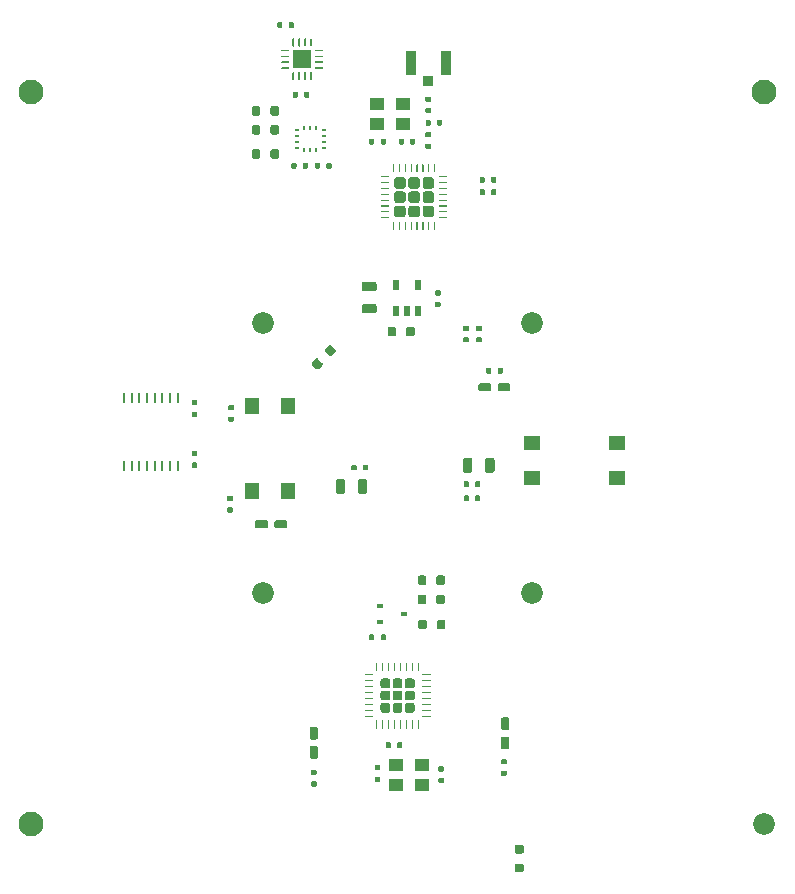
<source format=gtp>
G04 #@! TF.GenerationSoftware,KiCad,Pcbnew,5.1.5*
G04 #@! TF.CreationDate,2020-04-28T07:55:38-04:00*
G04 #@! TF.ProjectId,ball-spider,62616c6c-2d73-4706-9964-65722e6b6963,rev?*
G04 #@! TF.SameCoordinates,Original*
G04 #@! TF.FileFunction,Paste,Top*
G04 #@! TF.FilePolarity,Positive*
%FSLAX46Y46*%
G04 Gerber Fmt 4.6, Leading zero omitted, Abs format (unit mm)*
G04 Created by KiCad (PCBNEW 5.1.5) date 2020-04-28 07:55:38*
%MOMM*%
%LPD*%
G04 APERTURE LIST*
%ADD10C,0.100000*%
%ADD11R,0.547600X0.297600*%
%ADD12C,2.100000*%
%ADD13C,1.847600*%
%ADD14R,0.147600X0.422600*%
%ADD15R,0.422600X0.147600*%
%ADD16R,1.447600X1.247600*%
%ADD17R,1.247600X1.447600*%
%ADD18R,1.247600X1.047600*%
%ADD19R,0.247600X0.847600*%
%ADD20R,0.497600X0.907600*%
%ADD21R,1.497600X1.497600*%
%ADD22R,0.897600X2.047600*%
%ADD23R,0.847600X0.897600*%
G04 APERTURE END LIST*
D10*
G36*
X53885857Y-63702070D02*
G01*
X53903393Y-63704671D01*
X53920590Y-63708979D01*
X53937282Y-63714951D01*
X53953308Y-63722531D01*
X53968514Y-63731645D01*
X53982753Y-63742206D01*
X53995889Y-63754111D01*
X54007794Y-63767247D01*
X54018355Y-63781486D01*
X54027469Y-63796692D01*
X54035049Y-63812718D01*
X54041021Y-63829410D01*
X54045329Y-63846607D01*
X54047930Y-63864143D01*
X54048800Y-63881850D01*
X54048800Y-64318150D01*
X54047930Y-64335857D01*
X54045329Y-64353393D01*
X54041021Y-64370590D01*
X54035049Y-64387282D01*
X54027469Y-64403308D01*
X54018355Y-64418514D01*
X54007794Y-64432753D01*
X53995889Y-64445889D01*
X53982753Y-64457794D01*
X53968514Y-64468355D01*
X53953308Y-64477469D01*
X53937282Y-64485049D01*
X53920590Y-64491021D01*
X53903393Y-64495329D01*
X53885857Y-64497930D01*
X53868150Y-64498800D01*
X53506850Y-64498800D01*
X53489143Y-64497930D01*
X53471607Y-64495329D01*
X53454410Y-64491021D01*
X53437718Y-64485049D01*
X53421692Y-64477469D01*
X53406486Y-64468355D01*
X53392247Y-64457794D01*
X53379111Y-64445889D01*
X53367206Y-64432753D01*
X53356645Y-64418514D01*
X53347531Y-64403308D01*
X53339951Y-64387282D01*
X53333979Y-64370590D01*
X53329671Y-64353393D01*
X53327070Y-64335857D01*
X53326200Y-64318150D01*
X53326200Y-63881850D01*
X53327070Y-63864143D01*
X53329671Y-63846607D01*
X53333979Y-63829410D01*
X53339951Y-63812718D01*
X53347531Y-63796692D01*
X53356645Y-63781486D01*
X53367206Y-63767247D01*
X53379111Y-63754111D01*
X53392247Y-63742206D01*
X53406486Y-63731645D01*
X53421692Y-63722531D01*
X53437718Y-63714951D01*
X53454410Y-63708979D01*
X53471607Y-63704671D01*
X53489143Y-63702070D01*
X53506850Y-63701200D01*
X53868150Y-63701200D01*
X53885857Y-63702070D01*
G37*
G36*
X52310857Y-63702070D02*
G01*
X52328393Y-63704671D01*
X52345590Y-63708979D01*
X52362282Y-63714951D01*
X52378308Y-63722531D01*
X52393514Y-63731645D01*
X52407753Y-63742206D01*
X52420889Y-63754111D01*
X52432794Y-63767247D01*
X52443355Y-63781486D01*
X52452469Y-63796692D01*
X52460049Y-63812718D01*
X52466021Y-63829410D01*
X52470329Y-63846607D01*
X52472930Y-63864143D01*
X52473800Y-63881850D01*
X52473800Y-64318150D01*
X52472930Y-64335857D01*
X52470329Y-64353393D01*
X52466021Y-64370590D01*
X52460049Y-64387282D01*
X52452469Y-64403308D01*
X52443355Y-64418514D01*
X52432794Y-64432753D01*
X52420889Y-64445889D01*
X52407753Y-64457794D01*
X52393514Y-64468355D01*
X52378308Y-64477469D01*
X52362282Y-64485049D01*
X52345590Y-64491021D01*
X52328393Y-64495329D01*
X52310857Y-64497930D01*
X52293150Y-64498800D01*
X51931850Y-64498800D01*
X51914143Y-64497930D01*
X51896607Y-64495329D01*
X51879410Y-64491021D01*
X51862718Y-64485049D01*
X51846692Y-64477469D01*
X51831486Y-64468355D01*
X51817247Y-64457794D01*
X51804111Y-64445889D01*
X51792206Y-64432753D01*
X51781645Y-64418514D01*
X51772531Y-64403308D01*
X51764951Y-64387282D01*
X51758979Y-64370590D01*
X51754671Y-64353393D01*
X51752070Y-64335857D01*
X51751200Y-64318150D01*
X51751200Y-63881850D01*
X51752070Y-63864143D01*
X51754671Y-63846607D01*
X51758979Y-63829410D01*
X51764951Y-63812718D01*
X51772531Y-63796692D01*
X51781645Y-63781486D01*
X51792206Y-63767247D01*
X51804111Y-63754111D01*
X51817247Y-63742206D01*
X51831486Y-63731645D01*
X51846692Y-63722531D01*
X51862718Y-63714951D01*
X51879410Y-63708979D01*
X51896607Y-63704671D01*
X51914143Y-63702070D01*
X51931850Y-63701200D01*
X52293150Y-63701200D01*
X52310857Y-63702070D01*
G37*
G36*
X52260857Y-61552070D02*
G01*
X52278393Y-61554671D01*
X52295590Y-61558979D01*
X52312282Y-61564951D01*
X52328308Y-61572531D01*
X52343514Y-61581645D01*
X52357753Y-61592206D01*
X52370889Y-61604111D01*
X52382794Y-61617247D01*
X52393355Y-61631486D01*
X52402469Y-61646692D01*
X52410049Y-61662718D01*
X52416021Y-61679410D01*
X52420329Y-61696607D01*
X52422930Y-61714143D01*
X52423800Y-61731850D01*
X52423800Y-62168150D01*
X52422930Y-62185857D01*
X52420329Y-62203393D01*
X52416021Y-62220590D01*
X52410049Y-62237282D01*
X52402469Y-62253308D01*
X52393355Y-62268514D01*
X52382794Y-62282753D01*
X52370889Y-62295889D01*
X52357753Y-62307794D01*
X52343514Y-62318355D01*
X52328308Y-62327469D01*
X52312282Y-62335049D01*
X52295590Y-62341021D01*
X52278393Y-62345329D01*
X52260857Y-62347930D01*
X52243150Y-62348800D01*
X51881850Y-62348800D01*
X51864143Y-62347930D01*
X51846607Y-62345329D01*
X51829410Y-62341021D01*
X51812718Y-62335049D01*
X51796692Y-62327469D01*
X51781486Y-62318355D01*
X51767247Y-62307794D01*
X51754111Y-62295889D01*
X51742206Y-62282753D01*
X51731645Y-62268514D01*
X51722531Y-62253308D01*
X51714951Y-62237282D01*
X51708979Y-62220590D01*
X51704671Y-62203393D01*
X51702070Y-62185857D01*
X51701200Y-62168150D01*
X51701200Y-61731850D01*
X51702070Y-61714143D01*
X51704671Y-61696607D01*
X51708979Y-61679410D01*
X51714951Y-61662718D01*
X51722531Y-61646692D01*
X51731645Y-61631486D01*
X51742206Y-61617247D01*
X51754111Y-61604111D01*
X51767247Y-61592206D01*
X51781486Y-61581645D01*
X51796692Y-61572531D01*
X51812718Y-61564951D01*
X51829410Y-61558979D01*
X51846607Y-61554671D01*
X51864143Y-61552070D01*
X51881850Y-61551200D01*
X52243150Y-61551200D01*
X52260857Y-61552070D01*
G37*
G36*
X53835857Y-61552070D02*
G01*
X53853393Y-61554671D01*
X53870590Y-61558979D01*
X53887282Y-61564951D01*
X53903308Y-61572531D01*
X53918514Y-61581645D01*
X53932753Y-61592206D01*
X53945889Y-61604111D01*
X53957794Y-61617247D01*
X53968355Y-61631486D01*
X53977469Y-61646692D01*
X53985049Y-61662718D01*
X53991021Y-61679410D01*
X53995329Y-61696607D01*
X53997930Y-61714143D01*
X53998800Y-61731850D01*
X53998800Y-62168150D01*
X53997930Y-62185857D01*
X53995329Y-62203393D01*
X53991021Y-62220590D01*
X53985049Y-62237282D01*
X53977469Y-62253308D01*
X53968355Y-62268514D01*
X53957794Y-62282753D01*
X53945889Y-62295889D01*
X53932753Y-62307794D01*
X53918514Y-62318355D01*
X53903308Y-62327469D01*
X53887282Y-62335049D01*
X53870590Y-62341021D01*
X53853393Y-62345329D01*
X53835857Y-62347930D01*
X53818150Y-62348800D01*
X53456850Y-62348800D01*
X53439143Y-62347930D01*
X53421607Y-62345329D01*
X53404410Y-62341021D01*
X53387718Y-62335049D01*
X53371692Y-62327469D01*
X53356486Y-62318355D01*
X53342247Y-62307794D01*
X53329111Y-62295889D01*
X53317206Y-62282753D01*
X53306645Y-62268514D01*
X53297531Y-62253308D01*
X53289951Y-62237282D01*
X53283979Y-62220590D01*
X53279671Y-62203393D01*
X53277070Y-62185857D01*
X53276200Y-62168150D01*
X53276200Y-61731850D01*
X53277070Y-61714143D01*
X53279671Y-61696607D01*
X53283979Y-61679410D01*
X53289951Y-61662718D01*
X53297531Y-61646692D01*
X53306645Y-61631486D01*
X53317206Y-61617247D01*
X53329111Y-61604111D01*
X53342247Y-61592206D01*
X53356486Y-61581645D01*
X53371692Y-61572531D01*
X53387718Y-61564951D01*
X53404410Y-61558979D01*
X53421607Y-61554671D01*
X53439143Y-61552070D01*
X53456850Y-61551200D01*
X53818150Y-61551200D01*
X53835857Y-61552070D01*
G37*
G36*
X53845857Y-59932070D02*
G01*
X53863393Y-59934671D01*
X53880590Y-59938979D01*
X53897282Y-59944951D01*
X53913308Y-59952531D01*
X53928514Y-59961645D01*
X53942753Y-59972206D01*
X53955889Y-59984111D01*
X53967794Y-59997247D01*
X53978355Y-60011486D01*
X53987469Y-60026692D01*
X53995049Y-60042718D01*
X54001021Y-60059410D01*
X54005329Y-60076607D01*
X54007930Y-60094143D01*
X54008800Y-60111850D01*
X54008800Y-60548150D01*
X54007930Y-60565857D01*
X54005329Y-60583393D01*
X54001021Y-60600590D01*
X53995049Y-60617282D01*
X53987469Y-60633308D01*
X53978355Y-60648514D01*
X53967794Y-60662753D01*
X53955889Y-60675889D01*
X53942753Y-60687794D01*
X53928514Y-60698355D01*
X53913308Y-60707469D01*
X53897282Y-60715049D01*
X53880590Y-60721021D01*
X53863393Y-60725329D01*
X53845857Y-60727930D01*
X53828150Y-60728800D01*
X53466850Y-60728800D01*
X53449143Y-60727930D01*
X53431607Y-60725329D01*
X53414410Y-60721021D01*
X53397718Y-60715049D01*
X53381692Y-60707469D01*
X53366486Y-60698355D01*
X53352247Y-60687794D01*
X53339111Y-60675889D01*
X53327206Y-60662753D01*
X53316645Y-60648514D01*
X53307531Y-60633308D01*
X53299951Y-60617282D01*
X53293979Y-60600590D01*
X53289671Y-60583393D01*
X53287070Y-60565857D01*
X53286200Y-60548150D01*
X53286200Y-60111850D01*
X53287070Y-60094143D01*
X53289671Y-60076607D01*
X53293979Y-60059410D01*
X53299951Y-60042718D01*
X53307531Y-60026692D01*
X53316645Y-60011486D01*
X53327206Y-59997247D01*
X53339111Y-59984111D01*
X53352247Y-59972206D01*
X53366486Y-59961645D01*
X53381692Y-59952531D01*
X53397718Y-59944951D01*
X53414410Y-59938979D01*
X53431607Y-59934671D01*
X53449143Y-59932070D01*
X53466850Y-59931200D01*
X53828150Y-59931200D01*
X53845857Y-59932070D01*
G37*
G36*
X52270857Y-59932070D02*
G01*
X52288393Y-59934671D01*
X52305590Y-59938979D01*
X52322282Y-59944951D01*
X52338308Y-59952531D01*
X52353514Y-59961645D01*
X52367753Y-59972206D01*
X52380889Y-59984111D01*
X52392794Y-59997247D01*
X52403355Y-60011486D01*
X52412469Y-60026692D01*
X52420049Y-60042718D01*
X52426021Y-60059410D01*
X52430329Y-60076607D01*
X52432930Y-60094143D01*
X52433800Y-60111850D01*
X52433800Y-60548150D01*
X52432930Y-60565857D01*
X52430329Y-60583393D01*
X52426021Y-60600590D01*
X52420049Y-60617282D01*
X52412469Y-60633308D01*
X52403355Y-60648514D01*
X52392794Y-60662753D01*
X52380889Y-60675889D01*
X52367753Y-60687794D01*
X52353514Y-60698355D01*
X52338308Y-60707469D01*
X52322282Y-60715049D01*
X52305590Y-60721021D01*
X52288393Y-60725329D01*
X52270857Y-60727930D01*
X52253150Y-60728800D01*
X51891850Y-60728800D01*
X51874143Y-60727930D01*
X51856607Y-60725329D01*
X51839410Y-60721021D01*
X51822718Y-60715049D01*
X51806692Y-60707469D01*
X51791486Y-60698355D01*
X51777247Y-60687794D01*
X51764111Y-60675889D01*
X51752206Y-60662753D01*
X51741645Y-60648514D01*
X51732531Y-60633308D01*
X51724951Y-60617282D01*
X51718979Y-60600590D01*
X51714671Y-60583393D01*
X51712070Y-60565857D01*
X51711200Y-60548150D01*
X51711200Y-60111850D01*
X51712070Y-60094143D01*
X51714671Y-60076607D01*
X51718979Y-60059410D01*
X51724951Y-60042718D01*
X51732531Y-60026692D01*
X51741645Y-60011486D01*
X51752206Y-59997247D01*
X51764111Y-59984111D01*
X51777247Y-59972206D01*
X51791486Y-59961645D01*
X51806692Y-59952531D01*
X51822718Y-59944951D01*
X51839410Y-59938979D01*
X51856607Y-59934671D01*
X51874143Y-59932070D01*
X51891850Y-59931200D01*
X52253150Y-59931200D01*
X52270857Y-59932070D01*
G37*
D11*
X50550000Y-63200000D03*
X48550000Y-63850000D03*
X48550000Y-62550000D03*
D10*
G36*
X47945123Y-64926727D02*
G01*
X47955743Y-64928302D01*
X47966157Y-64930911D01*
X47976266Y-64934528D01*
X47985971Y-64939118D01*
X47995179Y-64944637D01*
X48003803Y-64951033D01*
X48011757Y-64958243D01*
X48018967Y-64966197D01*
X48025363Y-64974821D01*
X48030882Y-64984029D01*
X48035472Y-64993734D01*
X48039089Y-65003843D01*
X48041698Y-65014257D01*
X48043273Y-65024877D01*
X48043800Y-65035600D01*
X48043800Y-65304400D01*
X48043273Y-65315123D01*
X48041698Y-65325743D01*
X48039089Y-65336157D01*
X48035472Y-65346266D01*
X48030882Y-65355971D01*
X48025363Y-65365179D01*
X48018967Y-65373803D01*
X48011757Y-65381757D01*
X48003803Y-65388967D01*
X47995179Y-65395363D01*
X47985971Y-65400882D01*
X47976266Y-65405472D01*
X47966157Y-65409089D01*
X47955743Y-65411698D01*
X47945123Y-65413273D01*
X47934400Y-65413800D01*
X47715600Y-65413800D01*
X47704877Y-65413273D01*
X47694257Y-65411698D01*
X47683843Y-65409089D01*
X47673734Y-65405472D01*
X47664029Y-65400882D01*
X47654821Y-65395363D01*
X47646197Y-65388967D01*
X47638243Y-65381757D01*
X47631033Y-65373803D01*
X47624637Y-65365179D01*
X47619118Y-65355971D01*
X47614528Y-65346266D01*
X47610911Y-65336157D01*
X47608302Y-65325743D01*
X47606727Y-65315123D01*
X47606200Y-65304400D01*
X47606200Y-65035600D01*
X47606727Y-65024877D01*
X47608302Y-65014257D01*
X47610911Y-65003843D01*
X47614528Y-64993734D01*
X47619118Y-64984029D01*
X47624637Y-64974821D01*
X47631033Y-64966197D01*
X47638243Y-64958243D01*
X47646197Y-64951033D01*
X47654821Y-64944637D01*
X47664029Y-64939118D01*
X47673734Y-64934528D01*
X47683843Y-64930911D01*
X47694257Y-64928302D01*
X47704877Y-64926727D01*
X47715600Y-64926200D01*
X47934400Y-64926200D01*
X47945123Y-64926727D01*
G37*
G36*
X48915123Y-64926727D02*
G01*
X48925743Y-64928302D01*
X48936157Y-64930911D01*
X48946266Y-64934528D01*
X48955971Y-64939118D01*
X48965179Y-64944637D01*
X48973803Y-64951033D01*
X48981757Y-64958243D01*
X48988967Y-64966197D01*
X48995363Y-64974821D01*
X49000882Y-64984029D01*
X49005472Y-64993734D01*
X49009089Y-65003843D01*
X49011698Y-65014257D01*
X49013273Y-65024877D01*
X49013800Y-65035600D01*
X49013800Y-65304400D01*
X49013273Y-65315123D01*
X49011698Y-65325743D01*
X49009089Y-65336157D01*
X49005472Y-65346266D01*
X49000882Y-65355971D01*
X48995363Y-65365179D01*
X48988967Y-65373803D01*
X48981757Y-65381757D01*
X48973803Y-65388967D01*
X48965179Y-65395363D01*
X48955971Y-65400882D01*
X48946266Y-65405472D01*
X48936157Y-65409089D01*
X48925743Y-65411698D01*
X48915123Y-65413273D01*
X48904400Y-65413800D01*
X48685600Y-65413800D01*
X48674877Y-65413273D01*
X48664257Y-65411698D01*
X48653843Y-65409089D01*
X48643734Y-65405472D01*
X48634029Y-65400882D01*
X48624821Y-65395363D01*
X48616197Y-65388967D01*
X48608243Y-65381757D01*
X48601033Y-65373803D01*
X48594637Y-65365179D01*
X48589118Y-65355971D01*
X48584528Y-65346266D01*
X48580911Y-65336157D01*
X48578302Y-65325743D01*
X48576727Y-65315123D01*
X48576200Y-65304400D01*
X48576200Y-65035600D01*
X48576727Y-65024877D01*
X48578302Y-65014257D01*
X48580911Y-65003843D01*
X48584528Y-64993734D01*
X48589118Y-64984029D01*
X48594637Y-64974821D01*
X48601033Y-64966197D01*
X48608243Y-64958243D01*
X48616197Y-64951033D01*
X48624821Y-64944637D01*
X48634029Y-64939118D01*
X48643734Y-64934528D01*
X48653843Y-64930911D01*
X48664257Y-64928302D01*
X48674877Y-64926727D01*
X48685600Y-64926200D01*
X48904400Y-64926200D01*
X48915123Y-64926727D01*
G37*
D12*
X18993368Y-18993368D03*
X81006632Y-18993368D03*
D13*
X81006632Y-81006632D03*
X38580225Y-38580225D03*
X61419775Y-38580225D03*
X61419775Y-61419775D03*
D12*
X18993368Y-81006632D03*
D13*
X38580225Y-61419775D03*
D14*
X42120000Y-22067500D03*
X42620000Y-22067500D03*
X43120000Y-22067500D03*
D15*
X43782500Y-22230000D03*
X43782500Y-22730000D03*
X43782500Y-23230000D03*
X43782500Y-23730000D03*
D14*
X43120000Y-23892500D03*
X42620000Y-23892500D03*
X42120000Y-23892500D03*
D15*
X41457500Y-23730000D03*
X41457500Y-23230000D03*
X41457500Y-22730000D03*
X41457500Y-22230000D03*
D16*
X61400000Y-51700000D03*
X68600000Y-51700000D03*
X61400000Y-48700000D03*
X68600000Y-48700000D03*
D17*
X40700000Y-52800000D03*
X40700000Y-45600000D03*
X37700000Y-52800000D03*
X37700000Y-45600000D03*
D18*
X49900000Y-75950000D03*
X52100000Y-75950000D03*
X52100000Y-77650000D03*
X49900000Y-77650000D03*
X48300000Y-20050000D03*
X50500000Y-20050000D03*
X50500000Y-21750000D03*
X48300000Y-21750000D03*
D10*
G36*
X47901792Y-71801317D02*
G01*
X47904160Y-71801669D01*
X47906483Y-71802251D01*
X47908737Y-71803057D01*
X47910902Y-71804081D01*
X47912956Y-71805312D01*
X47914879Y-71806739D01*
X47916653Y-71808347D01*
X47918261Y-71810121D01*
X47919688Y-71812044D01*
X47920919Y-71814098D01*
X47921943Y-71816263D01*
X47922749Y-71818517D01*
X47923331Y-71820840D01*
X47923683Y-71823208D01*
X47923800Y-71825600D01*
X47923800Y-71874400D01*
X47923683Y-71876792D01*
X47923331Y-71879160D01*
X47922749Y-71881483D01*
X47921943Y-71883737D01*
X47920919Y-71885902D01*
X47919688Y-71887956D01*
X47918261Y-71889879D01*
X47916653Y-71891653D01*
X47914879Y-71893261D01*
X47912956Y-71894688D01*
X47910902Y-71895919D01*
X47908737Y-71896943D01*
X47906483Y-71897749D01*
X47904160Y-71898331D01*
X47901792Y-71898683D01*
X47899400Y-71898800D01*
X47225600Y-71898800D01*
X47223208Y-71898683D01*
X47220840Y-71898331D01*
X47218517Y-71897749D01*
X47216263Y-71896943D01*
X47214098Y-71895919D01*
X47212044Y-71894688D01*
X47210121Y-71893261D01*
X47208347Y-71891653D01*
X47206739Y-71889879D01*
X47205312Y-71887956D01*
X47204081Y-71885902D01*
X47203057Y-71883737D01*
X47202251Y-71881483D01*
X47201669Y-71879160D01*
X47201317Y-71876792D01*
X47201200Y-71874400D01*
X47201200Y-71825600D01*
X47201317Y-71823208D01*
X47201669Y-71820840D01*
X47202251Y-71818517D01*
X47203057Y-71816263D01*
X47204081Y-71814098D01*
X47205312Y-71812044D01*
X47206739Y-71810121D01*
X47208347Y-71808347D01*
X47210121Y-71806739D01*
X47212044Y-71805312D01*
X47214098Y-71804081D01*
X47216263Y-71803057D01*
X47218517Y-71802251D01*
X47220840Y-71801669D01*
X47223208Y-71801317D01*
X47225600Y-71801200D01*
X47899400Y-71801200D01*
X47901792Y-71801317D01*
G37*
G36*
X47901792Y-71301317D02*
G01*
X47904160Y-71301669D01*
X47906483Y-71302251D01*
X47908737Y-71303057D01*
X47910902Y-71304081D01*
X47912956Y-71305312D01*
X47914879Y-71306739D01*
X47916653Y-71308347D01*
X47918261Y-71310121D01*
X47919688Y-71312044D01*
X47920919Y-71314098D01*
X47921943Y-71316263D01*
X47922749Y-71318517D01*
X47923331Y-71320840D01*
X47923683Y-71323208D01*
X47923800Y-71325600D01*
X47923800Y-71374400D01*
X47923683Y-71376792D01*
X47923331Y-71379160D01*
X47922749Y-71381483D01*
X47921943Y-71383737D01*
X47920919Y-71385902D01*
X47919688Y-71387956D01*
X47918261Y-71389879D01*
X47916653Y-71391653D01*
X47914879Y-71393261D01*
X47912956Y-71394688D01*
X47910902Y-71395919D01*
X47908737Y-71396943D01*
X47906483Y-71397749D01*
X47904160Y-71398331D01*
X47901792Y-71398683D01*
X47899400Y-71398800D01*
X47225600Y-71398800D01*
X47223208Y-71398683D01*
X47220840Y-71398331D01*
X47218517Y-71397749D01*
X47216263Y-71396943D01*
X47214098Y-71395919D01*
X47212044Y-71394688D01*
X47210121Y-71393261D01*
X47208347Y-71391653D01*
X47206739Y-71389879D01*
X47205312Y-71387956D01*
X47204081Y-71385902D01*
X47203057Y-71383737D01*
X47202251Y-71381483D01*
X47201669Y-71379160D01*
X47201317Y-71376792D01*
X47201200Y-71374400D01*
X47201200Y-71325600D01*
X47201317Y-71323208D01*
X47201669Y-71320840D01*
X47202251Y-71318517D01*
X47203057Y-71316263D01*
X47204081Y-71314098D01*
X47205312Y-71312044D01*
X47206739Y-71310121D01*
X47208347Y-71308347D01*
X47210121Y-71306739D01*
X47212044Y-71305312D01*
X47214098Y-71304081D01*
X47216263Y-71303057D01*
X47218517Y-71302251D01*
X47220840Y-71301669D01*
X47223208Y-71301317D01*
X47225600Y-71301200D01*
X47899400Y-71301200D01*
X47901792Y-71301317D01*
G37*
G36*
X47901792Y-70801317D02*
G01*
X47904160Y-70801669D01*
X47906483Y-70802251D01*
X47908737Y-70803057D01*
X47910902Y-70804081D01*
X47912956Y-70805312D01*
X47914879Y-70806739D01*
X47916653Y-70808347D01*
X47918261Y-70810121D01*
X47919688Y-70812044D01*
X47920919Y-70814098D01*
X47921943Y-70816263D01*
X47922749Y-70818517D01*
X47923331Y-70820840D01*
X47923683Y-70823208D01*
X47923800Y-70825600D01*
X47923800Y-70874400D01*
X47923683Y-70876792D01*
X47923331Y-70879160D01*
X47922749Y-70881483D01*
X47921943Y-70883737D01*
X47920919Y-70885902D01*
X47919688Y-70887956D01*
X47918261Y-70889879D01*
X47916653Y-70891653D01*
X47914879Y-70893261D01*
X47912956Y-70894688D01*
X47910902Y-70895919D01*
X47908737Y-70896943D01*
X47906483Y-70897749D01*
X47904160Y-70898331D01*
X47901792Y-70898683D01*
X47899400Y-70898800D01*
X47225600Y-70898800D01*
X47223208Y-70898683D01*
X47220840Y-70898331D01*
X47218517Y-70897749D01*
X47216263Y-70896943D01*
X47214098Y-70895919D01*
X47212044Y-70894688D01*
X47210121Y-70893261D01*
X47208347Y-70891653D01*
X47206739Y-70889879D01*
X47205312Y-70887956D01*
X47204081Y-70885902D01*
X47203057Y-70883737D01*
X47202251Y-70881483D01*
X47201669Y-70879160D01*
X47201317Y-70876792D01*
X47201200Y-70874400D01*
X47201200Y-70825600D01*
X47201317Y-70823208D01*
X47201669Y-70820840D01*
X47202251Y-70818517D01*
X47203057Y-70816263D01*
X47204081Y-70814098D01*
X47205312Y-70812044D01*
X47206739Y-70810121D01*
X47208347Y-70808347D01*
X47210121Y-70806739D01*
X47212044Y-70805312D01*
X47214098Y-70804081D01*
X47216263Y-70803057D01*
X47218517Y-70802251D01*
X47220840Y-70801669D01*
X47223208Y-70801317D01*
X47225600Y-70801200D01*
X47899400Y-70801200D01*
X47901792Y-70801317D01*
G37*
G36*
X47901792Y-70301317D02*
G01*
X47904160Y-70301669D01*
X47906483Y-70302251D01*
X47908737Y-70303057D01*
X47910902Y-70304081D01*
X47912956Y-70305312D01*
X47914879Y-70306739D01*
X47916653Y-70308347D01*
X47918261Y-70310121D01*
X47919688Y-70312044D01*
X47920919Y-70314098D01*
X47921943Y-70316263D01*
X47922749Y-70318517D01*
X47923331Y-70320840D01*
X47923683Y-70323208D01*
X47923800Y-70325600D01*
X47923800Y-70374400D01*
X47923683Y-70376792D01*
X47923331Y-70379160D01*
X47922749Y-70381483D01*
X47921943Y-70383737D01*
X47920919Y-70385902D01*
X47919688Y-70387956D01*
X47918261Y-70389879D01*
X47916653Y-70391653D01*
X47914879Y-70393261D01*
X47912956Y-70394688D01*
X47910902Y-70395919D01*
X47908737Y-70396943D01*
X47906483Y-70397749D01*
X47904160Y-70398331D01*
X47901792Y-70398683D01*
X47899400Y-70398800D01*
X47225600Y-70398800D01*
X47223208Y-70398683D01*
X47220840Y-70398331D01*
X47218517Y-70397749D01*
X47216263Y-70396943D01*
X47214098Y-70395919D01*
X47212044Y-70394688D01*
X47210121Y-70393261D01*
X47208347Y-70391653D01*
X47206739Y-70389879D01*
X47205312Y-70387956D01*
X47204081Y-70385902D01*
X47203057Y-70383737D01*
X47202251Y-70381483D01*
X47201669Y-70379160D01*
X47201317Y-70376792D01*
X47201200Y-70374400D01*
X47201200Y-70325600D01*
X47201317Y-70323208D01*
X47201669Y-70320840D01*
X47202251Y-70318517D01*
X47203057Y-70316263D01*
X47204081Y-70314098D01*
X47205312Y-70312044D01*
X47206739Y-70310121D01*
X47208347Y-70308347D01*
X47210121Y-70306739D01*
X47212044Y-70305312D01*
X47214098Y-70304081D01*
X47216263Y-70303057D01*
X47218517Y-70302251D01*
X47220840Y-70301669D01*
X47223208Y-70301317D01*
X47225600Y-70301200D01*
X47899400Y-70301200D01*
X47901792Y-70301317D01*
G37*
G36*
X47901792Y-69801317D02*
G01*
X47904160Y-69801669D01*
X47906483Y-69802251D01*
X47908737Y-69803057D01*
X47910902Y-69804081D01*
X47912956Y-69805312D01*
X47914879Y-69806739D01*
X47916653Y-69808347D01*
X47918261Y-69810121D01*
X47919688Y-69812044D01*
X47920919Y-69814098D01*
X47921943Y-69816263D01*
X47922749Y-69818517D01*
X47923331Y-69820840D01*
X47923683Y-69823208D01*
X47923800Y-69825600D01*
X47923800Y-69874400D01*
X47923683Y-69876792D01*
X47923331Y-69879160D01*
X47922749Y-69881483D01*
X47921943Y-69883737D01*
X47920919Y-69885902D01*
X47919688Y-69887956D01*
X47918261Y-69889879D01*
X47916653Y-69891653D01*
X47914879Y-69893261D01*
X47912956Y-69894688D01*
X47910902Y-69895919D01*
X47908737Y-69896943D01*
X47906483Y-69897749D01*
X47904160Y-69898331D01*
X47901792Y-69898683D01*
X47899400Y-69898800D01*
X47225600Y-69898800D01*
X47223208Y-69898683D01*
X47220840Y-69898331D01*
X47218517Y-69897749D01*
X47216263Y-69896943D01*
X47214098Y-69895919D01*
X47212044Y-69894688D01*
X47210121Y-69893261D01*
X47208347Y-69891653D01*
X47206739Y-69889879D01*
X47205312Y-69887956D01*
X47204081Y-69885902D01*
X47203057Y-69883737D01*
X47202251Y-69881483D01*
X47201669Y-69879160D01*
X47201317Y-69876792D01*
X47201200Y-69874400D01*
X47201200Y-69825600D01*
X47201317Y-69823208D01*
X47201669Y-69820840D01*
X47202251Y-69818517D01*
X47203057Y-69816263D01*
X47204081Y-69814098D01*
X47205312Y-69812044D01*
X47206739Y-69810121D01*
X47208347Y-69808347D01*
X47210121Y-69806739D01*
X47212044Y-69805312D01*
X47214098Y-69804081D01*
X47216263Y-69803057D01*
X47218517Y-69802251D01*
X47220840Y-69801669D01*
X47223208Y-69801317D01*
X47225600Y-69801200D01*
X47899400Y-69801200D01*
X47901792Y-69801317D01*
G37*
G36*
X47901792Y-69301317D02*
G01*
X47904160Y-69301669D01*
X47906483Y-69302251D01*
X47908737Y-69303057D01*
X47910902Y-69304081D01*
X47912956Y-69305312D01*
X47914879Y-69306739D01*
X47916653Y-69308347D01*
X47918261Y-69310121D01*
X47919688Y-69312044D01*
X47920919Y-69314098D01*
X47921943Y-69316263D01*
X47922749Y-69318517D01*
X47923331Y-69320840D01*
X47923683Y-69323208D01*
X47923800Y-69325600D01*
X47923800Y-69374400D01*
X47923683Y-69376792D01*
X47923331Y-69379160D01*
X47922749Y-69381483D01*
X47921943Y-69383737D01*
X47920919Y-69385902D01*
X47919688Y-69387956D01*
X47918261Y-69389879D01*
X47916653Y-69391653D01*
X47914879Y-69393261D01*
X47912956Y-69394688D01*
X47910902Y-69395919D01*
X47908737Y-69396943D01*
X47906483Y-69397749D01*
X47904160Y-69398331D01*
X47901792Y-69398683D01*
X47899400Y-69398800D01*
X47225600Y-69398800D01*
X47223208Y-69398683D01*
X47220840Y-69398331D01*
X47218517Y-69397749D01*
X47216263Y-69396943D01*
X47214098Y-69395919D01*
X47212044Y-69394688D01*
X47210121Y-69393261D01*
X47208347Y-69391653D01*
X47206739Y-69389879D01*
X47205312Y-69387956D01*
X47204081Y-69385902D01*
X47203057Y-69383737D01*
X47202251Y-69381483D01*
X47201669Y-69379160D01*
X47201317Y-69376792D01*
X47201200Y-69374400D01*
X47201200Y-69325600D01*
X47201317Y-69323208D01*
X47201669Y-69320840D01*
X47202251Y-69318517D01*
X47203057Y-69316263D01*
X47204081Y-69314098D01*
X47205312Y-69312044D01*
X47206739Y-69310121D01*
X47208347Y-69308347D01*
X47210121Y-69306739D01*
X47212044Y-69305312D01*
X47214098Y-69304081D01*
X47216263Y-69303057D01*
X47218517Y-69302251D01*
X47220840Y-69301669D01*
X47223208Y-69301317D01*
X47225600Y-69301200D01*
X47899400Y-69301200D01*
X47901792Y-69301317D01*
G37*
G36*
X47901792Y-68801317D02*
G01*
X47904160Y-68801669D01*
X47906483Y-68802251D01*
X47908737Y-68803057D01*
X47910902Y-68804081D01*
X47912956Y-68805312D01*
X47914879Y-68806739D01*
X47916653Y-68808347D01*
X47918261Y-68810121D01*
X47919688Y-68812044D01*
X47920919Y-68814098D01*
X47921943Y-68816263D01*
X47922749Y-68818517D01*
X47923331Y-68820840D01*
X47923683Y-68823208D01*
X47923800Y-68825600D01*
X47923800Y-68874400D01*
X47923683Y-68876792D01*
X47923331Y-68879160D01*
X47922749Y-68881483D01*
X47921943Y-68883737D01*
X47920919Y-68885902D01*
X47919688Y-68887956D01*
X47918261Y-68889879D01*
X47916653Y-68891653D01*
X47914879Y-68893261D01*
X47912956Y-68894688D01*
X47910902Y-68895919D01*
X47908737Y-68896943D01*
X47906483Y-68897749D01*
X47904160Y-68898331D01*
X47901792Y-68898683D01*
X47899400Y-68898800D01*
X47225600Y-68898800D01*
X47223208Y-68898683D01*
X47220840Y-68898331D01*
X47218517Y-68897749D01*
X47216263Y-68896943D01*
X47214098Y-68895919D01*
X47212044Y-68894688D01*
X47210121Y-68893261D01*
X47208347Y-68891653D01*
X47206739Y-68889879D01*
X47205312Y-68887956D01*
X47204081Y-68885902D01*
X47203057Y-68883737D01*
X47202251Y-68881483D01*
X47201669Y-68879160D01*
X47201317Y-68876792D01*
X47201200Y-68874400D01*
X47201200Y-68825600D01*
X47201317Y-68823208D01*
X47201669Y-68820840D01*
X47202251Y-68818517D01*
X47203057Y-68816263D01*
X47204081Y-68814098D01*
X47205312Y-68812044D01*
X47206739Y-68810121D01*
X47208347Y-68808347D01*
X47210121Y-68806739D01*
X47212044Y-68805312D01*
X47214098Y-68804081D01*
X47216263Y-68803057D01*
X47218517Y-68802251D01*
X47220840Y-68801669D01*
X47223208Y-68801317D01*
X47225600Y-68801200D01*
X47899400Y-68801200D01*
X47901792Y-68801317D01*
G37*
G36*
X47901792Y-68301317D02*
G01*
X47904160Y-68301669D01*
X47906483Y-68302251D01*
X47908737Y-68303057D01*
X47910902Y-68304081D01*
X47912956Y-68305312D01*
X47914879Y-68306739D01*
X47916653Y-68308347D01*
X47918261Y-68310121D01*
X47919688Y-68312044D01*
X47920919Y-68314098D01*
X47921943Y-68316263D01*
X47922749Y-68318517D01*
X47923331Y-68320840D01*
X47923683Y-68323208D01*
X47923800Y-68325600D01*
X47923800Y-68374400D01*
X47923683Y-68376792D01*
X47923331Y-68379160D01*
X47922749Y-68381483D01*
X47921943Y-68383737D01*
X47920919Y-68385902D01*
X47919688Y-68387956D01*
X47918261Y-68389879D01*
X47916653Y-68391653D01*
X47914879Y-68393261D01*
X47912956Y-68394688D01*
X47910902Y-68395919D01*
X47908737Y-68396943D01*
X47906483Y-68397749D01*
X47904160Y-68398331D01*
X47901792Y-68398683D01*
X47899400Y-68398800D01*
X47225600Y-68398800D01*
X47223208Y-68398683D01*
X47220840Y-68398331D01*
X47218517Y-68397749D01*
X47216263Y-68396943D01*
X47214098Y-68395919D01*
X47212044Y-68394688D01*
X47210121Y-68393261D01*
X47208347Y-68391653D01*
X47206739Y-68389879D01*
X47205312Y-68387956D01*
X47204081Y-68385902D01*
X47203057Y-68383737D01*
X47202251Y-68381483D01*
X47201669Y-68379160D01*
X47201317Y-68376792D01*
X47201200Y-68374400D01*
X47201200Y-68325600D01*
X47201317Y-68323208D01*
X47201669Y-68320840D01*
X47202251Y-68318517D01*
X47203057Y-68316263D01*
X47204081Y-68314098D01*
X47205312Y-68312044D01*
X47206739Y-68310121D01*
X47208347Y-68308347D01*
X47210121Y-68306739D01*
X47212044Y-68305312D01*
X47214098Y-68304081D01*
X47216263Y-68303057D01*
X47218517Y-68302251D01*
X47220840Y-68301669D01*
X47223208Y-68301317D01*
X47225600Y-68301200D01*
X47899400Y-68301200D01*
X47901792Y-68301317D01*
G37*
G36*
X48276792Y-67301317D02*
G01*
X48279160Y-67301669D01*
X48281483Y-67302251D01*
X48283737Y-67303057D01*
X48285902Y-67304081D01*
X48287956Y-67305312D01*
X48289879Y-67306739D01*
X48291653Y-67308347D01*
X48293261Y-67310121D01*
X48294688Y-67312044D01*
X48295919Y-67314098D01*
X48296943Y-67316263D01*
X48297749Y-67318517D01*
X48298331Y-67320840D01*
X48298683Y-67323208D01*
X48298800Y-67325600D01*
X48298800Y-67999400D01*
X48298683Y-68001792D01*
X48298331Y-68004160D01*
X48297749Y-68006483D01*
X48296943Y-68008737D01*
X48295919Y-68010902D01*
X48294688Y-68012956D01*
X48293261Y-68014879D01*
X48291653Y-68016653D01*
X48289879Y-68018261D01*
X48287956Y-68019688D01*
X48285902Y-68020919D01*
X48283737Y-68021943D01*
X48281483Y-68022749D01*
X48279160Y-68023331D01*
X48276792Y-68023683D01*
X48274400Y-68023800D01*
X48225600Y-68023800D01*
X48223208Y-68023683D01*
X48220840Y-68023331D01*
X48218517Y-68022749D01*
X48216263Y-68021943D01*
X48214098Y-68020919D01*
X48212044Y-68019688D01*
X48210121Y-68018261D01*
X48208347Y-68016653D01*
X48206739Y-68014879D01*
X48205312Y-68012956D01*
X48204081Y-68010902D01*
X48203057Y-68008737D01*
X48202251Y-68006483D01*
X48201669Y-68004160D01*
X48201317Y-68001792D01*
X48201200Y-67999400D01*
X48201200Y-67325600D01*
X48201317Y-67323208D01*
X48201669Y-67320840D01*
X48202251Y-67318517D01*
X48203057Y-67316263D01*
X48204081Y-67314098D01*
X48205312Y-67312044D01*
X48206739Y-67310121D01*
X48208347Y-67308347D01*
X48210121Y-67306739D01*
X48212044Y-67305312D01*
X48214098Y-67304081D01*
X48216263Y-67303057D01*
X48218517Y-67302251D01*
X48220840Y-67301669D01*
X48223208Y-67301317D01*
X48225600Y-67301200D01*
X48274400Y-67301200D01*
X48276792Y-67301317D01*
G37*
G36*
X48776792Y-67301317D02*
G01*
X48779160Y-67301669D01*
X48781483Y-67302251D01*
X48783737Y-67303057D01*
X48785902Y-67304081D01*
X48787956Y-67305312D01*
X48789879Y-67306739D01*
X48791653Y-67308347D01*
X48793261Y-67310121D01*
X48794688Y-67312044D01*
X48795919Y-67314098D01*
X48796943Y-67316263D01*
X48797749Y-67318517D01*
X48798331Y-67320840D01*
X48798683Y-67323208D01*
X48798800Y-67325600D01*
X48798800Y-67999400D01*
X48798683Y-68001792D01*
X48798331Y-68004160D01*
X48797749Y-68006483D01*
X48796943Y-68008737D01*
X48795919Y-68010902D01*
X48794688Y-68012956D01*
X48793261Y-68014879D01*
X48791653Y-68016653D01*
X48789879Y-68018261D01*
X48787956Y-68019688D01*
X48785902Y-68020919D01*
X48783737Y-68021943D01*
X48781483Y-68022749D01*
X48779160Y-68023331D01*
X48776792Y-68023683D01*
X48774400Y-68023800D01*
X48725600Y-68023800D01*
X48723208Y-68023683D01*
X48720840Y-68023331D01*
X48718517Y-68022749D01*
X48716263Y-68021943D01*
X48714098Y-68020919D01*
X48712044Y-68019688D01*
X48710121Y-68018261D01*
X48708347Y-68016653D01*
X48706739Y-68014879D01*
X48705312Y-68012956D01*
X48704081Y-68010902D01*
X48703057Y-68008737D01*
X48702251Y-68006483D01*
X48701669Y-68004160D01*
X48701317Y-68001792D01*
X48701200Y-67999400D01*
X48701200Y-67325600D01*
X48701317Y-67323208D01*
X48701669Y-67320840D01*
X48702251Y-67318517D01*
X48703057Y-67316263D01*
X48704081Y-67314098D01*
X48705312Y-67312044D01*
X48706739Y-67310121D01*
X48708347Y-67308347D01*
X48710121Y-67306739D01*
X48712044Y-67305312D01*
X48714098Y-67304081D01*
X48716263Y-67303057D01*
X48718517Y-67302251D01*
X48720840Y-67301669D01*
X48723208Y-67301317D01*
X48725600Y-67301200D01*
X48774400Y-67301200D01*
X48776792Y-67301317D01*
G37*
G36*
X49276792Y-67301317D02*
G01*
X49279160Y-67301669D01*
X49281483Y-67302251D01*
X49283737Y-67303057D01*
X49285902Y-67304081D01*
X49287956Y-67305312D01*
X49289879Y-67306739D01*
X49291653Y-67308347D01*
X49293261Y-67310121D01*
X49294688Y-67312044D01*
X49295919Y-67314098D01*
X49296943Y-67316263D01*
X49297749Y-67318517D01*
X49298331Y-67320840D01*
X49298683Y-67323208D01*
X49298800Y-67325600D01*
X49298800Y-67999400D01*
X49298683Y-68001792D01*
X49298331Y-68004160D01*
X49297749Y-68006483D01*
X49296943Y-68008737D01*
X49295919Y-68010902D01*
X49294688Y-68012956D01*
X49293261Y-68014879D01*
X49291653Y-68016653D01*
X49289879Y-68018261D01*
X49287956Y-68019688D01*
X49285902Y-68020919D01*
X49283737Y-68021943D01*
X49281483Y-68022749D01*
X49279160Y-68023331D01*
X49276792Y-68023683D01*
X49274400Y-68023800D01*
X49225600Y-68023800D01*
X49223208Y-68023683D01*
X49220840Y-68023331D01*
X49218517Y-68022749D01*
X49216263Y-68021943D01*
X49214098Y-68020919D01*
X49212044Y-68019688D01*
X49210121Y-68018261D01*
X49208347Y-68016653D01*
X49206739Y-68014879D01*
X49205312Y-68012956D01*
X49204081Y-68010902D01*
X49203057Y-68008737D01*
X49202251Y-68006483D01*
X49201669Y-68004160D01*
X49201317Y-68001792D01*
X49201200Y-67999400D01*
X49201200Y-67325600D01*
X49201317Y-67323208D01*
X49201669Y-67320840D01*
X49202251Y-67318517D01*
X49203057Y-67316263D01*
X49204081Y-67314098D01*
X49205312Y-67312044D01*
X49206739Y-67310121D01*
X49208347Y-67308347D01*
X49210121Y-67306739D01*
X49212044Y-67305312D01*
X49214098Y-67304081D01*
X49216263Y-67303057D01*
X49218517Y-67302251D01*
X49220840Y-67301669D01*
X49223208Y-67301317D01*
X49225600Y-67301200D01*
X49274400Y-67301200D01*
X49276792Y-67301317D01*
G37*
G36*
X49776792Y-67301317D02*
G01*
X49779160Y-67301669D01*
X49781483Y-67302251D01*
X49783737Y-67303057D01*
X49785902Y-67304081D01*
X49787956Y-67305312D01*
X49789879Y-67306739D01*
X49791653Y-67308347D01*
X49793261Y-67310121D01*
X49794688Y-67312044D01*
X49795919Y-67314098D01*
X49796943Y-67316263D01*
X49797749Y-67318517D01*
X49798331Y-67320840D01*
X49798683Y-67323208D01*
X49798800Y-67325600D01*
X49798800Y-67999400D01*
X49798683Y-68001792D01*
X49798331Y-68004160D01*
X49797749Y-68006483D01*
X49796943Y-68008737D01*
X49795919Y-68010902D01*
X49794688Y-68012956D01*
X49793261Y-68014879D01*
X49791653Y-68016653D01*
X49789879Y-68018261D01*
X49787956Y-68019688D01*
X49785902Y-68020919D01*
X49783737Y-68021943D01*
X49781483Y-68022749D01*
X49779160Y-68023331D01*
X49776792Y-68023683D01*
X49774400Y-68023800D01*
X49725600Y-68023800D01*
X49723208Y-68023683D01*
X49720840Y-68023331D01*
X49718517Y-68022749D01*
X49716263Y-68021943D01*
X49714098Y-68020919D01*
X49712044Y-68019688D01*
X49710121Y-68018261D01*
X49708347Y-68016653D01*
X49706739Y-68014879D01*
X49705312Y-68012956D01*
X49704081Y-68010902D01*
X49703057Y-68008737D01*
X49702251Y-68006483D01*
X49701669Y-68004160D01*
X49701317Y-68001792D01*
X49701200Y-67999400D01*
X49701200Y-67325600D01*
X49701317Y-67323208D01*
X49701669Y-67320840D01*
X49702251Y-67318517D01*
X49703057Y-67316263D01*
X49704081Y-67314098D01*
X49705312Y-67312044D01*
X49706739Y-67310121D01*
X49708347Y-67308347D01*
X49710121Y-67306739D01*
X49712044Y-67305312D01*
X49714098Y-67304081D01*
X49716263Y-67303057D01*
X49718517Y-67302251D01*
X49720840Y-67301669D01*
X49723208Y-67301317D01*
X49725600Y-67301200D01*
X49774400Y-67301200D01*
X49776792Y-67301317D01*
G37*
G36*
X50276792Y-67301317D02*
G01*
X50279160Y-67301669D01*
X50281483Y-67302251D01*
X50283737Y-67303057D01*
X50285902Y-67304081D01*
X50287956Y-67305312D01*
X50289879Y-67306739D01*
X50291653Y-67308347D01*
X50293261Y-67310121D01*
X50294688Y-67312044D01*
X50295919Y-67314098D01*
X50296943Y-67316263D01*
X50297749Y-67318517D01*
X50298331Y-67320840D01*
X50298683Y-67323208D01*
X50298800Y-67325600D01*
X50298800Y-67999400D01*
X50298683Y-68001792D01*
X50298331Y-68004160D01*
X50297749Y-68006483D01*
X50296943Y-68008737D01*
X50295919Y-68010902D01*
X50294688Y-68012956D01*
X50293261Y-68014879D01*
X50291653Y-68016653D01*
X50289879Y-68018261D01*
X50287956Y-68019688D01*
X50285902Y-68020919D01*
X50283737Y-68021943D01*
X50281483Y-68022749D01*
X50279160Y-68023331D01*
X50276792Y-68023683D01*
X50274400Y-68023800D01*
X50225600Y-68023800D01*
X50223208Y-68023683D01*
X50220840Y-68023331D01*
X50218517Y-68022749D01*
X50216263Y-68021943D01*
X50214098Y-68020919D01*
X50212044Y-68019688D01*
X50210121Y-68018261D01*
X50208347Y-68016653D01*
X50206739Y-68014879D01*
X50205312Y-68012956D01*
X50204081Y-68010902D01*
X50203057Y-68008737D01*
X50202251Y-68006483D01*
X50201669Y-68004160D01*
X50201317Y-68001792D01*
X50201200Y-67999400D01*
X50201200Y-67325600D01*
X50201317Y-67323208D01*
X50201669Y-67320840D01*
X50202251Y-67318517D01*
X50203057Y-67316263D01*
X50204081Y-67314098D01*
X50205312Y-67312044D01*
X50206739Y-67310121D01*
X50208347Y-67308347D01*
X50210121Y-67306739D01*
X50212044Y-67305312D01*
X50214098Y-67304081D01*
X50216263Y-67303057D01*
X50218517Y-67302251D01*
X50220840Y-67301669D01*
X50223208Y-67301317D01*
X50225600Y-67301200D01*
X50274400Y-67301200D01*
X50276792Y-67301317D01*
G37*
G36*
X50776792Y-67301317D02*
G01*
X50779160Y-67301669D01*
X50781483Y-67302251D01*
X50783737Y-67303057D01*
X50785902Y-67304081D01*
X50787956Y-67305312D01*
X50789879Y-67306739D01*
X50791653Y-67308347D01*
X50793261Y-67310121D01*
X50794688Y-67312044D01*
X50795919Y-67314098D01*
X50796943Y-67316263D01*
X50797749Y-67318517D01*
X50798331Y-67320840D01*
X50798683Y-67323208D01*
X50798800Y-67325600D01*
X50798800Y-67999400D01*
X50798683Y-68001792D01*
X50798331Y-68004160D01*
X50797749Y-68006483D01*
X50796943Y-68008737D01*
X50795919Y-68010902D01*
X50794688Y-68012956D01*
X50793261Y-68014879D01*
X50791653Y-68016653D01*
X50789879Y-68018261D01*
X50787956Y-68019688D01*
X50785902Y-68020919D01*
X50783737Y-68021943D01*
X50781483Y-68022749D01*
X50779160Y-68023331D01*
X50776792Y-68023683D01*
X50774400Y-68023800D01*
X50725600Y-68023800D01*
X50723208Y-68023683D01*
X50720840Y-68023331D01*
X50718517Y-68022749D01*
X50716263Y-68021943D01*
X50714098Y-68020919D01*
X50712044Y-68019688D01*
X50710121Y-68018261D01*
X50708347Y-68016653D01*
X50706739Y-68014879D01*
X50705312Y-68012956D01*
X50704081Y-68010902D01*
X50703057Y-68008737D01*
X50702251Y-68006483D01*
X50701669Y-68004160D01*
X50701317Y-68001792D01*
X50701200Y-67999400D01*
X50701200Y-67325600D01*
X50701317Y-67323208D01*
X50701669Y-67320840D01*
X50702251Y-67318517D01*
X50703057Y-67316263D01*
X50704081Y-67314098D01*
X50705312Y-67312044D01*
X50706739Y-67310121D01*
X50708347Y-67308347D01*
X50710121Y-67306739D01*
X50712044Y-67305312D01*
X50714098Y-67304081D01*
X50716263Y-67303057D01*
X50718517Y-67302251D01*
X50720840Y-67301669D01*
X50723208Y-67301317D01*
X50725600Y-67301200D01*
X50774400Y-67301200D01*
X50776792Y-67301317D01*
G37*
G36*
X51276792Y-67301317D02*
G01*
X51279160Y-67301669D01*
X51281483Y-67302251D01*
X51283737Y-67303057D01*
X51285902Y-67304081D01*
X51287956Y-67305312D01*
X51289879Y-67306739D01*
X51291653Y-67308347D01*
X51293261Y-67310121D01*
X51294688Y-67312044D01*
X51295919Y-67314098D01*
X51296943Y-67316263D01*
X51297749Y-67318517D01*
X51298331Y-67320840D01*
X51298683Y-67323208D01*
X51298800Y-67325600D01*
X51298800Y-67999400D01*
X51298683Y-68001792D01*
X51298331Y-68004160D01*
X51297749Y-68006483D01*
X51296943Y-68008737D01*
X51295919Y-68010902D01*
X51294688Y-68012956D01*
X51293261Y-68014879D01*
X51291653Y-68016653D01*
X51289879Y-68018261D01*
X51287956Y-68019688D01*
X51285902Y-68020919D01*
X51283737Y-68021943D01*
X51281483Y-68022749D01*
X51279160Y-68023331D01*
X51276792Y-68023683D01*
X51274400Y-68023800D01*
X51225600Y-68023800D01*
X51223208Y-68023683D01*
X51220840Y-68023331D01*
X51218517Y-68022749D01*
X51216263Y-68021943D01*
X51214098Y-68020919D01*
X51212044Y-68019688D01*
X51210121Y-68018261D01*
X51208347Y-68016653D01*
X51206739Y-68014879D01*
X51205312Y-68012956D01*
X51204081Y-68010902D01*
X51203057Y-68008737D01*
X51202251Y-68006483D01*
X51201669Y-68004160D01*
X51201317Y-68001792D01*
X51201200Y-67999400D01*
X51201200Y-67325600D01*
X51201317Y-67323208D01*
X51201669Y-67320840D01*
X51202251Y-67318517D01*
X51203057Y-67316263D01*
X51204081Y-67314098D01*
X51205312Y-67312044D01*
X51206739Y-67310121D01*
X51208347Y-67308347D01*
X51210121Y-67306739D01*
X51212044Y-67305312D01*
X51214098Y-67304081D01*
X51216263Y-67303057D01*
X51218517Y-67302251D01*
X51220840Y-67301669D01*
X51223208Y-67301317D01*
X51225600Y-67301200D01*
X51274400Y-67301200D01*
X51276792Y-67301317D01*
G37*
G36*
X51776792Y-67301317D02*
G01*
X51779160Y-67301669D01*
X51781483Y-67302251D01*
X51783737Y-67303057D01*
X51785902Y-67304081D01*
X51787956Y-67305312D01*
X51789879Y-67306739D01*
X51791653Y-67308347D01*
X51793261Y-67310121D01*
X51794688Y-67312044D01*
X51795919Y-67314098D01*
X51796943Y-67316263D01*
X51797749Y-67318517D01*
X51798331Y-67320840D01*
X51798683Y-67323208D01*
X51798800Y-67325600D01*
X51798800Y-67999400D01*
X51798683Y-68001792D01*
X51798331Y-68004160D01*
X51797749Y-68006483D01*
X51796943Y-68008737D01*
X51795919Y-68010902D01*
X51794688Y-68012956D01*
X51793261Y-68014879D01*
X51791653Y-68016653D01*
X51789879Y-68018261D01*
X51787956Y-68019688D01*
X51785902Y-68020919D01*
X51783737Y-68021943D01*
X51781483Y-68022749D01*
X51779160Y-68023331D01*
X51776792Y-68023683D01*
X51774400Y-68023800D01*
X51725600Y-68023800D01*
X51723208Y-68023683D01*
X51720840Y-68023331D01*
X51718517Y-68022749D01*
X51716263Y-68021943D01*
X51714098Y-68020919D01*
X51712044Y-68019688D01*
X51710121Y-68018261D01*
X51708347Y-68016653D01*
X51706739Y-68014879D01*
X51705312Y-68012956D01*
X51704081Y-68010902D01*
X51703057Y-68008737D01*
X51702251Y-68006483D01*
X51701669Y-68004160D01*
X51701317Y-68001792D01*
X51701200Y-67999400D01*
X51701200Y-67325600D01*
X51701317Y-67323208D01*
X51701669Y-67320840D01*
X51702251Y-67318517D01*
X51703057Y-67316263D01*
X51704081Y-67314098D01*
X51705312Y-67312044D01*
X51706739Y-67310121D01*
X51708347Y-67308347D01*
X51710121Y-67306739D01*
X51712044Y-67305312D01*
X51714098Y-67304081D01*
X51716263Y-67303057D01*
X51718517Y-67302251D01*
X51720840Y-67301669D01*
X51723208Y-67301317D01*
X51725600Y-67301200D01*
X51774400Y-67301200D01*
X51776792Y-67301317D01*
G37*
G36*
X52776792Y-68301317D02*
G01*
X52779160Y-68301669D01*
X52781483Y-68302251D01*
X52783737Y-68303057D01*
X52785902Y-68304081D01*
X52787956Y-68305312D01*
X52789879Y-68306739D01*
X52791653Y-68308347D01*
X52793261Y-68310121D01*
X52794688Y-68312044D01*
X52795919Y-68314098D01*
X52796943Y-68316263D01*
X52797749Y-68318517D01*
X52798331Y-68320840D01*
X52798683Y-68323208D01*
X52798800Y-68325600D01*
X52798800Y-68374400D01*
X52798683Y-68376792D01*
X52798331Y-68379160D01*
X52797749Y-68381483D01*
X52796943Y-68383737D01*
X52795919Y-68385902D01*
X52794688Y-68387956D01*
X52793261Y-68389879D01*
X52791653Y-68391653D01*
X52789879Y-68393261D01*
X52787956Y-68394688D01*
X52785902Y-68395919D01*
X52783737Y-68396943D01*
X52781483Y-68397749D01*
X52779160Y-68398331D01*
X52776792Y-68398683D01*
X52774400Y-68398800D01*
X52100600Y-68398800D01*
X52098208Y-68398683D01*
X52095840Y-68398331D01*
X52093517Y-68397749D01*
X52091263Y-68396943D01*
X52089098Y-68395919D01*
X52087044Y-68394688D01*
X52085121Y-68393261D01*
X52083347Y-68391653D01*
X52081739Y-68389879D01*
X52080312Y-68387956D01*
X52079081Y-68385902D01*
X52078057Y-68383737D01*
X52077251Y-68381483D01*
X52076669Y-68379160D01*
X52076317Y-68376792D01*
X52076200Y-68374400D01*
X52076200Y-68325600D01*
X52076317Y-68323208D01*
X52076669Y-68320840D01*
X52077251Y-68318517D01*
X52078057Y-68316263D01*
X52079081Y-68314098D01*
X52080312Y-68312044D01*
X52081739Y-68310121D01*
X52083347Y-68308347D01*
X52085121Y-68306739D01*
X52087044Y-68305312D01*
X52089098Y-68304081D01*
X52091263Y-68303057D01*
X52093517Y-68302251D01*
X52095840Y-68301669D01*
X52098208Y-68301317D01*
X52100600Y-68301200D01*
X52774400Y-68301200D01*
X52776792Y-68301317D01*
G37*
G36*
X52776792Y-68801317D02*
G01*
X52779160Y-68801669D01*
X52781483Y-68802251D01*
X52783737Y-68803057D01*
X52785902Y-68804081D01*
X52787956Y-68805312D01*
X52789879Y-68806739D01*
X52791653Y-68808347D01*
X52793261Y-68810121D01*
X52794688Y-68812044D01*
X52795919Y-68814098D01*
X52796943Y-68816263D01*
X52797749Y-68818517D01*
X52798331Y-68820840D01*
X52798683Y-68823208D01*
X52798800Y-68825600D01*
X52798800Y-68874400D01*
X52798683Y-68876792D01*
X52798331Y-68879160D01*
X52797749Y-68881483D01*
X52796943Y-68883737D01*
X52795919Y-68885902D01*
X52794688Y-68887956D01*
X52793261Y-68889879D01*
X52791653Y-68891653D01*
X52789879Y-68893261D01*
X52787956Y-68894688D01*
X52785902Y-68895919D01*
X52783737Y-68896943D01*
X52781483Y-68897749D01*
X52779160Y-68898331D01*
X52776792Y-68898683D01*
X52774400Y-68898800D01*
X52100600Y-68898800D01*
X52098208Y-68898683D01*
X52095840Y-68898331D01*
X52093517Y-68897749D01*
X52091263Y-68896943D01*
X52089098Y-68895919D01*
X52087044Y-68894688D01*
X52085121Y-68893261D01*
X52083347Y-68891653D01*
X52081739Y-68889879D01*
X52080312Y-68887956D01*
X52079081Y-68885902D01*
X52078057Y-68883737D01*
X52077251Y-68881483D01*
X52076669Y-68879160D01*
X52076317Y-68876792D01*
X52076200Y-68874400D01*
X52076200Y-68825600D01*
X52076317Y-68823208D01*
X52076669Y-68820840D01*
X52077251Y-68818517D01*
X52078057Y-68816263D01*
X52079081Y-68814098D01*
X52080312Y-68812044D01*
X52081739Y-68810121D01*
X52083347Y-68808347D01*
X52085121Y-68806739D01*
X52087044Y-68805312D01*
X52089098Y-68804081D01*
X52091263Y-68803057D01*
X52093517Y-68802251D01*
X52095840Y-68801669D01*
X52098208Y-68801317D01*
X52100600Y-68801200D01*
X52774400Y-68801200D01*
X52776792Y-68801317D01*
G37*
G36*
X52776792Y-69301317D02*
G01*
X52779160Y-69301669D01*
X52781483Y-69302251D01*
X52783737Y-69303057D01*
X52785902Y-69304081D01*
X52787956Y-69305312D01*
X52789879Y-69306739D01*
X52791653Y-69308347D01*
X52793261Y-69310121D01*
X52794688Y-69312044D01*
X52795919Y-69314098D01*
X52796943Y-69316263D01*
X52797749Y-69318517D01*
X52798331Y-69320840D01*
X52798683Y-69323208D01*
X52798800Y-69325600D01*
X52798800Y-69374400D01*
X52798683Y-69376792D01*
X52798331Y-69379160D01*
X52797749Y-69381483D01*
X52796943Y-69383737D01*
X52795919Y-69385902D01*
X52794688Y-69387956D01*
X52793261Y-69389879D01*
X52791653Y-69391653D01*
X52789879Y-69393261D01*
X52787956Y-69394688D01*
X52785902Y-69395919D01*
X52783737Y-69396943D01*
X52781483Y-69397749D01*
X52779160Y-69398331D01*
X52776792Y-69398683D01*
X52774400Y-69398800D01*
X52100600Y-69398800D01*
X52098208Y-69398683D01*
X52095840Y-69398331D01*
X52093517Y-69397749D01*
X52091263Y-69396943D01*
X52089098Y-69395919D01*
X52087044Y-69394688D01*
X52085121Y-69393261D01*
X52083347Y-69391653D01*
X52081739Y-69389879D01*
X52080312Y-69387956D01*
X52079081Y-69385902D01*
X52078057Y-69383737D01*
X52077251Y-69381483D01*
X52076669Y-69379160D01*
X52076317Y-69376792D01*
X52076200Y-69374400D01*
X52076200Y-69325600D01*
X52076317Y-69323208D01*
X52076669Y-69320840D01*
X52077251Y-69318517D01*
X52078057Y-69316263D01*
X52079081Y-69314098D01*
X52080312Y-69312044D01*
X52081739Y-69310121D01*
X52083347Y-69308347D01*
X52085121Y-69306739D01*
X52087044Y-69305312D01*
X52089098Y-69304081D01*
X52091263Y-69303057D01*
X52093517Y-69302251D01*
X52095840Y-69301669D01*
X52098208Y-69301317D01*
X52100600Y-69301200D01*
X52774400Y-69301200D01*
X52776792Y-69301317D01*
G37*
G36*
X52776792Y-69801317D02*
G01*
X52779160Y-69801669D01*
X52781483Y-69802251D01*
X52783737Y-69803057D01*
X52785902Y-69804081D01*
X52787956Y-69805312D01*
X52789879Y-69806739D01*
X52791653Y-69808347D01*
X52793261Y-69810121D01*
X52794688Y-69812044D01*
X52795919Y-69814098D01*
X52796943Y-69816263D01*
X52797749Y-69818517D01*
X52798331Y-69820840D01*
X52798683Y-69823208D01*
X52798800Y-69825600D01*
X52798800Y-69874400D01*
X52798683Y-69876792D01*
X52798331Y-69879160D01*
X52797749Y-69881483D01*
X52796943Y-69883737D01*
X52795919Y-69885902D01*
X52794688Y-69887956D01*
X52793261Y-69889879D01*
X52791653Y-69891653D01*
X52789879Y-69893261D01*
X52787956Y-69894688D01*
X52785902Y-69895919D01*
X52783737Y-69896943D01*
X52781483Y-69897749D01*
X52779160Y-69898331D01*
X52776792Y-69898683D01*
X52774400Y-69898800D01*
X52100600Y-69898800D01*
X52098208Y-69898683D01*
X52095840Y-69898331D01*
X52093517Y-69897749D01*
X52091263Y-69896943D01*
X52089098Y-69895919D01*
X52087044Y-69894688D01*
X52085121Y-69893261D01*
X52083347Y-69891653D01*
X52081739Y-69889879D01*
X52080312Y-69887956D01*
X52079081Y-69885902D01*
X52078057Y-69883737D01*
X52077251Y-69881483D01*
X52076669Y-69879160D01*
X52076317Y-69876792D01*
X52076200Y-69874400D01*
X52076200Y-69825600D01*
X52076317Y-69823208D01*
X52076669Y-69820840D01*
X52077251Y-69818517D01*
X52078057Y-69816263D01*
X52079081Y-69814098D01*
X52080312Y-69812044D01*
X52081739Y-69810121D01*
X52083347Y-69808347D01*
X52085121Y-69806739D01*
X52087044Y-69805312D01*
X52089098Y-69804081D01*
X52091263Y-69803057D01*
X52093517Y-69802251D01*
X52095840Y-69801669D01*
X52098208Y-69801317D01*
X52100600Y-69801200D01*
X52774400Y-69801200D01*
X52776792Y-69801317D01*
G37*
G36*
X52776792Y-70301317D02*
G01*
X52779160Y-70301669D01*
X52781483Y-70302251D01*
X52783737Y-70303057D01*
X52785902Y-70304081D01*
X52787956Y-70305312D01*
X52789879Y-70306739D01*
X52791653Y-70308347D01*
X52793261Y-70310121D01*
X52794688Y-70312044D01*
X52795919Y-70314098D01*
X52796943Y-70316263D01*
X52797749Y-70318517D01*
X52798331Y-70320840D01*
X52798683Y-70323208D01*
X52798800Y-70325600D01*
X52798800Y-70374400D01*
X52798683Y-70376792D01*
X52798331Y-70379160D01*
X52797749Y-70381483D01*
X52796943Y-70383737D01*
X52795919Y-70385902D01*
X52794688Y-70387956D01*
X52793261Y-70389879D01*
X52791653Y-70391653D01*
X52789879Y-70393261D01*
X52787956Y-70394688D01*
X52785902Y-70395919D01*
X52783737Y-70396943D01*
X52781483Y-70397749D01*
X52779160Y-70398331D01*
X52776792Y-70398683D01*
X52774400Y-70398800D01*
X52100600Y-70398800D01*
X52098208Y-70398683D01*
X52095840Y-70398331D01*
X52093517Y-70397749D01*
X52091263Y-70396943D01*
X52089098Y-70395919D01*
X52087044Y-70394688D01*
X52085121Y-70393261D01*
X52083347Y-70391653D01*
X52081739Y-70389879D01*
X52080312Y-70387956D01*
X52079081Y-70385902D01*
X52078057Y-70383737D01*
X52077251Y-70381483D01*
X52076669Y-70379160D01*
X52076317Y-70376792D01*
X52076200Y-70374400D01*
X52076200Y-70325600D01*
X52076317Y-70323208D01*
X52076669Y-70320840D01*
X52077251Y-70318517D01*
X52078057Y-70316263D01*
X52079081Y-70314098D01*
X52080312Y-70312044D01*
X52081739Y-70310121D01*
X52083347Y-70308347D01*
X52085121Y-70306739D01*
X52087044Y-70305312D01*
X52089098Y-70304081D01*
X52091263Y-70303057D01*
X52093517Y-70302251D01*
X52095840Y-70301669D01*
X52098208Y-70301317D01*
X52100600Y-70301200D01*
X52774400Y-70301200D01*
X52776792Y-70301317D01*
G37*
G36*
X52776792Y-70801317D02*
G01*
X52779160Y-70801669D01*
X52781483Y-70802251D01*
X52783737Y-70803057D01*
X52785902Y-70804081D01*
X52787956Y-70805312D01*
X52789879Y-70806739D01*
X52791653Y-70808347D01*
X52793261Y-70810121D01*
X52794688Y-70812044D01*
X52795919Y-70814098D01*
X52796943Y-70816263D01*
X52797749Y-70818517D01*
X52798331Y-70820840D01*
X52798683Y-70823208D01*
X52798800Y-70825600D01*
X52798800Y-70874400D01*
X52798683Y-70876792D01*
X52798331Y-70879160D01*
X52797749Y-70881483D01*
X52796943Y-70883737D01*
X52795919Y-70885902D01*
X52794688Y-70887956D01*
X52793261Y-70889879D01*
X52791653Y-70891653D01*
X52789879Y-70893261D01*
X52787956Y-70894688D01*
X52785902Y-70895919D01*
X52783737Y-70896943D01*
X52781483Y-70897749D01*
X52779160Y-70898331D01*
X52776792Y-70898683D01*
X52774400Y-70898800D01*
X52100600Y-70898800D01*
X52098208Y-70898683D01*
X52095840Y-70898331D01*
X52093517Y-70897749D01*
X52091263Y-70896943D01*
X52089098Y-70895919D01*
X52087044Y-70894688D01*
X52085121Y-70893261D01*
X52083347Y-70891653D01*
X52081739Y-70889879D01*
X52080312Y-70887956D01*
X52079081Y-70885902D01*
X52078057Y-70883737D01*
X52077251Y-70881483D01*
X52076669Y-70879160D01*
X52076317Y-70876792D01*
X52076200Y-70874400D01*
X52076200Y-70825600D01*
X52076317Y-70823208D01*
X52076669Y-70820840D01*
X52077251Y-70818517D01*
X52078057Y-70816263D01*
X52079081Y-70814098D01*
X52080312Y-70812044D01*
X52081739Y-70810121D01*
X52083347Y-70808347D01*
X52085121Y-70806739D01*
X52087044Y-70805312D01*
X52089098Y-70804081D01*
X52091263Y-70803057D01*
X52093517Y-70802251D01*
X52095840Y-70801669D01*
X52098208Y-70801317D01*
X52100600Y-70801200D01*
X52774400Y-70801200D01*
X52776792Y-70801317D01*
G37*
G36*
X52776792Y-71301317D02*
G01*
X52779160Y-71301669D01*
X52781483Y-71302251D01*
X52783737Y-71303057D01*
X52785902Y-71304081D01*
X52787956Y-71305312D01*
X52789879Y-71306739D01*
X52791653Y-71308347D01*
X52793261Y-71310121D01*
X52794688Y-71312044D01*
X52795919Y-71314098D01*
X52796943Y-71316263D01*
X52797749Y-71318517D01*
X52798331Y-71320840D01*
X52798683Y-71323208D01*
X52798800Y-71325600D01*
X52798800Y-71374400D01*
X52798683Y-71376792D01*
X52798331Y-71379160D01*
X52797749Y-71381483D01*
X52796943Y-71383737D01*
X52795919Y-71385902D01*
X52794688Y-71387956D01*
X52793261Y-71389879D01*
X52791653Y-71391653D01*
X52789879Y-71393261D01*
X52787956Y-71394688D01*
X52785902Y-71395919D01*
X52783737Y-71396943D01*
X52781483Y-71397749D01*
X52779160Y-71398331D01*
X52776792Y-71398683D01*
X52774400Y-71398800D01*
X52100600Y-71398800D01*
X52098208Y-71398683D01*
X52095840Y-71398331D01*
X52093517Y-71397749D01*
X52091263Y-71396943D01*
X52089098Y-71395919D01*
X52087044Y-71394688D01*
X52085121Y-71393261D01*
X52083347Y-71391653D01*
X52081739Y-71389879D01*
X52080312Y-71387956D01*
X52079081Y-71385902D01*
X52078057Y-71383737D01*
X52077251Y-71381483D01*
X52076669Y-71379160D01*
X52076317Y-71376792D01*
X52076200Y-71374400D01*
X52076200Y-71325600D01*
X52076317Y-71323208D01*
X52076669Y-71320840D01*
X52077251Y-71318517D01*
X52078057Y-71316263D01*
X52079081Y-71314098D01*
X52080312Y-71312044D01*
X52081739Y-71310121D01*
X52083347Y-71308347D01*
X52085121Y-71306739D01*
X52087044Y-71305312D01*
X52089098Y-71304081D01*
X52091263Y-71303057D01*
X52093517Y-71302251D01*
X52095840Y-71301669D01*
X52098208Y-71301317D01*
X52100600Y-71301200D01*
X52774400Y-71301200D01*
X52776792Y-71301317D01*
G37*
G36*
X52776792Y-71801317D02*
G01*
X52779160Y-71801669D01*
X52781483Y-71802251D01*
X52783737Y-71803057D01*
X52785902Y-71804081D01*
X52787956Y-71805312D01*
X52789879Y-71806739D01*
X52791653Y-71808347D01*
X52793261Y-71810121D01*
X52794688Y-71812044D01*
X52795919Y-71814098D01*
X52796943Y-71816263D01*
X52797749Y-71818517D01*
X52798331Y-71820840D01*
X52798683Y-71823208D01*
X52798800Y-71825600D01*
X52798800Y-71874400D01*
X52798683Y-71876792D01*
X52798331Y-71879160D01*
X52797749Y-71881483D01*
X52796943Y-71883737D01*
X52795919Y-71885902D01*
X52794688Y-71887956D01*
X52793261Y-71889879D01*
X52791653Y-71891653D01*
X52789879Y-71893261D01*
X52787956Y-71894688D01*
X52785902Y-71895919D01*
X52783737Y-71896943D01*
X52781483Y-71897749D01*
X52779160Y-71898331D01*
X52776792Y-71898683D01*
X52774400Y-71898800D01*
X52100600Y-71898800D01*
X52098208Y-71898683D01*
X52095840Y-71898331D01*
X52093517Y-71897749D01*
X52091263Y-71896943D01*
X52089098Y-71895919D01*
X52087044Y-71894688D01*
X52085121Y-71893261D01*
X52083347Y-71891653D01*
X52081739Y-71889879D01*
X52080312Y-71887956D01*
X52079081Y-71885902D01*
X52078057Y-71883737D01*
X52077251Y-71881483D01*
X52076669Y-71879160D01*
X52076317Y-71876792D01*
X52076200Y-71874400D01*
X52076200Y-71825600D01*
X52076317Y-71823208D01*
X52076669Y-71820840D01*
X52077251Y-71818517D01*
X52078057Y-71816263D01*
X52079081Y-71814098D01*
X52080312Y-71812044D01*
X52081739Y-71810121D01*
X52083347Y-71808347D01*
X52085121Y-71806739D01*
X52087044Y-71805312D01*
X52089098Y-71804081D01*
X52091263Y-71803057D01*
X52093517Y-71802251D01*
X52095840Y-71801669D01*
X52098208Y-71801317D01*
X52100600Y-71801200D01*
X52774400Y-71801200D01*
X52776792Y-71801317D01*
G37*
G36*
X51776792Y-72176317D02*
G01*
X51779160Y-72176669D01*
X51781483Y-72177251D01*
X51783737Y-72178057D01*
X51785902Y-72179081D01*
X51787956Y-72180312D01*
X51789879Y-72181739D01*
X51791653Y-72183347D01*
X51793261Y-72185121D01*
X51794688Y-72187044D01*
X51795919Y-72189098D01*
X51796943Y-72191263D01*
X51797749Y-72193517D01*
X51798331Y-72195840D01*
X51798683Y-72198208D01*
X51798800Y-72200600D01*
X51798800Y-72874400D01*
X51798683Y-72876792D01*
X51798331Y-72879160D01*
X51797749Y-72881483D01*
X51796943Y-72883737D01*
X51795919Y-72885902D01*
X51794688Y-72887956D01*
X51793261Y-72889879D01*
X51791653Y-72891653D01*
X51789879Y-72893261D01*
X51787956Y-72894688D01*
X51785902Y-72895919D01*
X51783737Y-72896943D01*
X51781483Y-72897749D01*
X51779160Y-72898331D01*
X51776792Y-72898683D01*
X51774400Y-72898800D01*
X51725600Y-72898800D01*
X51723208Y-72898683D01*
X51720840Y-72898331D01*
X51718517Y-72897749D01*
X51716263Y-72896943D01*
X51714098Y-72895919D01*
X51712044Y-72894688D01*
X51710121Y-72893261D01*
X51708347Y-72891653D01*
X51706739Y-72889879D01*
X51705312Y-72887956D01*
X51704081Y-72885902D01*
X51703057Y-72883737D01*
X51702251Y-72881483D01*
X51701669Y-72879160D01*
X51701317Y-72876792D01*
X51701200Y-72874400D01*
X51701200Y-72200600D01*
X51701317Y-72198208D01*
X51701669Y-72195840D01*
X51702251Y-72193517D01*
X51703057Y-72191263D01*
X51704081Y-72189098D01*
X51705312Y-72187044D01*
X51706739Y-72185121D01*
X51708347Y-72183347D01*
X51710121Y-72181739D01*
X51712044Y-72180312D01*
X51714098Y-72179081D01*
X51716263Y-72178057D01*
X51718517Y-72177251D01*
X51720840Y-72176669D01*
X51723208Y-72176317D01*
X51725600Y-72176200D01*
X51774400Y-72176200D01*
X51776792Y-72176317D01*
G37*
G36*
X51276792Y-72176317D02*
G01*
X51279160Y-72176669D01*
X51281483Y-72177251D01*
X51283737Y-72178057D01*
X51285902Y-72179081D01*
X51287956Y-72180312D01*
X51289879Y-72181739D01*
X51291653Y-72183347D01*
X51293261Y-72185121D01*
X51294688Y-72187044D01*
X51295919Y-72189098D01*
X51296943Y-72191263D01*
X51297749Y-72193517D01*
X51298331Y-72195840D01*
X51298683Y-72198208D01*
X51298800Y-72200600D01*
X51298800Y-72874400D01*
X51298683Y-72876792D01*
X51298331Y-72879160D01*
X51297749Y-72881483D01*
X51296943Y-72883737D01*
X51295919Y-72885902D01*
X51294688Y-72887956D01*
X51293261Y-72889879D01*
X51291653Y-72891653D01*
X51289879Y-72893261D01*
X51287956Y-72894688D01*
X51285902Y-72895919D01*
X51283737Y-72896943D01*
X51281483Y-72897749D01*
X51279160Y-72898331D01*
X51276792Y-72898683D01*
X51274400Y-72898800D01*
X51225600Y-72898800D01*
X51223208Y-72898683D01*
X51220840Y-72898331D01*
X51218517Y-72897749D01*
X51216263Y-72896943D01*
X51214098Y-72895919D01*
X51212044Y-72894688D01*
X51210121Y-72893261D01*
X51208347Y-72891653D01*
X51206739Y-72889879D01*
X51205312Y-72887956D01*
X51204081Y-72885902D01*
X51203057Y-72883737D01*
X51202251Y-72881483D01*
X51201669Y-72879160D01*
X51201317Y-72876792D01*
X51201200Y-72874400D01*
X51201200Y-72200600D01*
X51201317Y-72198208D01*
X51201669Y-72195840D01*
X51202251Y-72193517D01*
X51203057Y-72191263D01*
X51204081Y-72189098D01*
X51205312Y-72187044D01*
X51206739Y-72185121D01*
X51208347Y-72183347D01*
X51210121Y-72181739D01*
X51212044Y-72180312D01*
X51214098Y-72179081D01*
X51216263Y-72178057D01*
X51218517Y-72177251D01*
X51220840Y-72176669D01*
X51223208Y-72176317D01*
X51225600Y-72176200D01*
X51274400Y-72176200D01*
X51276792Y-72176317D01*
G37*
G36*
X50776792Y-72176317D02*
G01*
X50779160Y-72176669D01*
X50781483Y-72177251D01*
X50783737Y-72178057D01*
X50785902Y-72179081D01*
X50787956Y-72180312D01*
X50789879Y-72181739D01*
X50791653Y-72183347D01*
X50793261Y-72185121D01*
X50794688Y-72187044D01*
X50795919Y-72189098D01*
X50796943Y-72191263D01*
X50797749Y-72193517D01*
X50798331Y-72195840D01*
X50798683Y-72198208D01*
X50798800Y-72200600D01*
X50798800Y-72874400D01*
X50798683Y-72876792D01*
X50798331Y-72879160D01*
X50797749Y-72881483D01*
X50796943Y-72883737D01*
X50795919Y-72885902D01*
X50794688Y-72887956D01*
X50793261Y-72889879D01*
X50791653Y-72891653D01*
X50789879Y-72893261D01*
X50787956Y-72894688D01*
X50785902Y-72895919D01*
X50783737Y-72896943D01*
X50781483Y-72897749D01*
X50779160Y-72898331D01*
X50776792Y-72898683D01*
X50774400Y-72898800D01*
X50725600Y-72898800D01*
X50723208Y-72898683D01*
X50720840Y-72898331D01*
X50718517Y-72897749D01*
X50716263Y-72896943D01*
X50714098Y-72895919D01*
X50712044Y-72894688D01*
X50710121Y-72893261D01*
X50708347Y-72891653D01*
X50706739Y-72889879D01*
X50705312Y-72887956D01*
X50704081Y-72885902D01*
X50703057Y-72883737D01*
X50702251Y-72881483D01*
X50701669Y-72879160D01*
X50701317Y-72876792D01*
X50701200Y-72874400D01*
X50701200Y-72200600D01*
X50701317Y-72198208D01*
X50701669Y-72195840D01*
X50702251Y-72193517D01*
X50703057Y-72191263D01*
X50704081Y-72189098D01*
X50705312Y-72187044D01*
X50706739Y-72185121D01*
X50708347Y-72183347D01*
X50710121Y-72181739D01*
X50712044Y-72180312D01*
X50714098Y-72179081D01*
X50716263Y-72178057D01*
X50718517Y-72177251D01*
X50720840Y-72176669D01*
X50723208Y-72176317D01*
X50725600Y-72176200D01*
X50774400Y-72176200D01*
X50776792Y-72176317D01*
G37*
G36*
X50276792Y-72176317D02*
G01*
X50279160Y-72176669D01*
X50281483Y-72177251D01*
X50283737Y-72178057D01*
X50285902Y-72179081D01*
X50287956Y-72180312D01*
X50289879Y-72181739D01*
X50291653Y-72183347D01*
X50293261Y-72185121D01*
X50294688Y-72187044D01*
X50295919Y-72189098D01*
X50296943Y-72191263D01*
X50297749Y-72193517D01*
X50298331Y-72195840D01*
X50298683Y-72198208D01*
X50298800Y-72200600D01*
X50298800Y-72874400D01*
X50298683Y-72876792D01*
X50298331Y-72879160D01*
X50297749Y-72881483D01*
X50296943Y-72883737D01*
X50295919Y-72885902D01*
X50294688Y-72887956D01*
X50293261Y-72889879D01*
X50291653Y-72891653D01*
X50289879Y-72893261D01*
X50287956Y-72894688D01*
X50285902Y-72895919D01*
X50283737Y-72896943D01*
X50281483Y-72897749D01*
X50279160Y-72898331D01*
X50276792Y-72898683D01*
X50274400Y-72898800D01*
X50225600Y-72898800D01*
X50223208Y-72898683D01*
X50220840Y-72898331D01*
X50218517Y-72897749D01*
X50216263Y-72896943D01*
X50214098Y-72895919D01*
X50212044Y-72894688D01*
X50210121Y-72893261D01*
X50208347Y-72891653D01*
X50206739Y-72889879D01*
X50205312Y-72887956D01*
X50204081Y-72885902D01*
X50203057Y-72883737D01*
X50202251Y-72881483D01*
X50201669Y-72879160D01*
X50201317Y-72876792D01*
X50201200Y-72874400D01*
X50201200Y-72200600D01*
X50201317Y-72198208D01*
X50201669Y-72195840D01*
X50202251Y-72193517D01*
X50203057Y-72191263D01*
X50204081Y-72189098D01*
X50205312Y-72187044D01*
X50206739Y-72185121D01*
X50208347Y-72183347D01*
X50210121Y-72181739D01*
X50212044Y-72180312D01*
X50214098Y-72179081D01*
X50216263Y-72178057D01*
X50218517Y-72177251D01*
X50220840Y-72176669D01*
X50223208Y-72176317D01*
X50225600Y-72176200D01*
X50274400Y-72176200D01*
X50276792Y-72176317D01*
G37*
G36*
X49776792Y-72176317D02*
G01*
X49779160Y-72176669D01*
X49781483Y-72177251D01*
X49783737Y-72178057D01*
X49785902Y-72179081D01*
X49787956Y-72180312D01*
X49789879Y-72181739D01*
X49791653Y-72183347D01*
X49793261Y-72185121D01*
X49794688Y-72187044D01*
X49795919Y-72189098D01*
X49796943Y-72191263D01*
X49797749Y-72193517D01*
X49798331Y-72195840D01*
X49798683Y-72198208D01*
X49798800Y-72200600D01*
X49798800Y-72874400D01*
X49798683Y-72876792D01*
X49798331Y-72879160D01*
X49797749Y-72881483D01*
X49796943Y-72883737D01*
X49795919Y-72885902D01*
X49794688Y-72887956D01*
X49793261Y-72889879D01*
X49791653Y-72891653D01*
X49789879Y-72893261D01*
X49787956Y-72894688D01*
X49785902Y-72895919D01*
X49783737Y-72896943D01*
X49781483Y-72897749D01*
X49779160Y-72898331D01*
X49776792Y-72898683D01*
X49774400Y-72898800D01*
X49725600Y-72898800D01*
X49723208Y-72898683D01*
X49720840Y-72898331D01*
X49718517Y-72897749D01*
X49716263Y-72896943D01*
X49714098Y-72895919D01*
X49712044Y-72894688D01*
X49710121Y-72893261D01*
X49708347Y-72891653D01*
X49706739Y-72889879D01*
X49705312Y-72887956D01*
X49704081Y-72885902D01*
X49703057Y-72883737D01*
X49702251Y-72881483D01*
X49701669Y-72879160D01*
X49701317Y-72876792D01*
X49701200Y-72874400D01*
X49701200Y-72200600D01*
X49701317Y-72198208D01*
X49701669Y-72195840D01*
X49702251Y-72193517D01*
X49703057Y-72191263D01*
X49704081Y-72189098D01*
X49705312Y-72187044D01*
X49706739Y-72185121D01*
X49708347Y-72183347D01*
X49710121Y-72181739D01*
X49712044Y-72180312D01*
X49714098Y-72179081D01*
X49716263Y-72178057D01*
X49718517Y-72177251D01*
X49720840Y-72176669D01*
X49723208Y-72176317D01*
X49725600Y-72176200D01*
X49774400Y-72176200D01*
X49776792Y-72176317D01*
G37*
G36*
X49276792Y-72176317D02*
G01*
X49279160Y-72176669D01*
X49281483Y-72177251D01*
X49283737Y-72178057D01*
X49285902Y-72179081D01*
X49287956Y-72180312D01*
X49289879Y-72181739D01*
X49291653Y-72183347D01*
X49293261Y-72185121D01*
X49294688Y-72187044D01*
X49295919Y-72189098D01*
X49296943Y-72191263D01*
X49297749Y-72193517D01*
X49298331Y-72195840D01*
X49298683Y-72198208D01*
X49298800Y-72200600D01*
X49298800Y-72874400D01*
X49298683Y-72876792D01*
X49298331Y-72879160D01*
X49297749Y-72881483D01*
X49296943Y-72883737D01*
X49295919Y-72885902D01*
X49294688Y-72887956D01*
X49293261Y-72889879D01*
X49291653Y-72891653D01*
X49289879Y-72893261D01*
X49287956Y-72894688D01*
X49285902Y-72895919D01*
X49283737Y-72896943D01*
X49281483Y-72897749D01*
X49279160Y-72898331D01*
X49276792Y-72898683D01*
X49274400Y-72898800D01*
X49225600Y-72898800D01*
X49223208Y-72898683D01*
X49220840Y-72898331D01*
X49218517Y-72897749D01*
X49216263Y-72896943D01*
X49214098Y-72895919D01*
X49212044Y-72894688D01*
X49210121Y-72893261D01*
X49208347Y-72891653D01*
X49206739Y-72889879D01*
X49205312Y-72887956D01*
X49204081Y-72885902D01*
X49203057Y-72883737D01*
X49202251Y-72881483D01*
X49201669Y-72879160D01*
X49201317Y-72876792D01*
X49201200Y-72874400D01*
X49201200Y-72200600D01*
X49201317Y-72198208D01*
X49201669Y-72195840D01*
X49202251Y-72193517D01*
X49203057Y-72191263D01*
X49204081Y-72189098D01*
X49205312Y-72187044D01*
X49206739Y-72185121D01*
X49208347Y-72183347D01*
X49210121Y-72181739D01*
X49212044Y-72180312D01*
X49214098Y-72179081D01*
X49216263Y-72178057D01*
X49218517Y-72177251D01*
X49220840Y-72176669D01*
X49223208Y-72176317D01*
X49225600Y-72176200D01*
X49274400Y-72176200D01*
X49276792Y-72176317D01*
G37*
G36*
X48776792Y-72176317D02*
G01*
X48779160Y-72176669D01*
X48781483Y-72177251D01*
X48783737Y-72178057D01*
X48785902Y-72179081D01*
X48787956Y-72180312D01*
X48789879Y-72181739D01*
X48791653Y-72183347D01*
X48793261Y-72185121D01*
X48794688Y-72187044D01*
X48795919Y-72189098D01*
X48796943Y-72191263D01*
X48797749Y-72193517D01*
X48798331Y-72195840D01*
X48798683Y-72198208D01*
X48798800Y-72200600D01*
X48798800Y-72874400D01*
X48798683Y-72876792D01*
X48798331Y-72879160D01*
X48797749Y-72881483D01*
X48796943Y-72883737D01*
X48795919Y-72885902D01*
X48794688Y-72887956D01*
X48793261Y-72889879D01*
X48791653Y-72891653D01*
X48789879Y-72893261D01*
X48787956Y-72894688D01*
X48785902Y-72895919D01*
X48783737Y-72896943D01*
X48781483Y-72897749D01*
X48779160Y-72898331D01*
X48776792Y-72898683D01*
X48774400Y-72898800D01*
X48725600Y-72898800D01*
X48723208Y-72898683D01*
X48720840Y-72898331D01*
X48718517Y-72897749D01*
X48716263Y-72896943D01*
X48714098Y-72895919D01*
X48712044Y-72894688D01*
X48710121Y-72893261D01*
X48708347Y-72891653D01*
X48706739Y-72889879D01*
X48705312Y-72887956D01*
X48704081Y-72885902D01*
X48703057Y-72883737D01*
X48702251Y-72881483D01*
X48701669Y-72879160D01*
X48701317Y-72876792D01*
X48701200Y-72874400D01*
X48701200Y-72200600D01*
X48701317Y-72198208D01*
X48701669Y-72195840D01*
X48702251Y-72193517D01*
X48703057Y-72191263D01*
X48704081Y-72189098D01*
X48705312Y-72187044D01*
X48706739Y-72185121D01*
X48708347Y-72183347D01*
X48710121Y-72181739D01*
X48712044Y-72180312D01*
X48714098Y-72179081D01*
X48716263Y-72178057D01*
X48718517Y-72177251D01*
X48720840Y-72176669D01*
X48723208Y-72176317D01*
X48725600Y-72176200D01*
X48774400Y-72176200D01*
X48776792Y-72176317D01*
G37*
G36*
X48276792Y-72176317D02*
G01*
X48279160Y-72176669D01*
X48281483Y-72177251D01*
X48283737Y-72178057D01*
X48285902Y-72179081D01*
X48287956Y-72180312D01*
X48289879Y-72181739D01*
X48291653Y-72183347D01*
X48293261Y-72185121D01*
X48294688Y-72187044D01*
X48295919Y-72189098D01*
X48296943Y-72191263D01*
X48297749Y-72193517D01*
X48298331Y-72195840D01*
X48298683Y-72198208D01*
X48298800Y-72200600D01*
X48298800Y-72874400D01*
X48298683Y-72876792D01*
X48298331Y-72879160D01*
X48297749Y-72881483D01*
X48296943Y-72883737D01*
X48295919Y-72885902D01*
X48294688Y-72887956D01*
X48293261Y-72889879D01*
X48291653Y-72891653D01*
X48289879Y-72893261D01*
X48287956Y-72894688D01*
X48285902Y-72895919D01*
X48283737Y-72896943D01*
X48281483Y-72897749D01*
X48279160Y-72898331D01*
X48276792Y-72898683D01*
X48274400Y-72898800D01*
X48225600Y-72898800D01*
X48223208Y-72898683D01*
X48220840Y-72898331D01*
X48218517Y-72897749D01*
X48216263Y-72896943D01*
X48214098Y-72895919D01*
X48212044Y-72894688D01*
X48210121Y-72893261D01*
X48208347Y-72891653D01*
X48206739Y-72889879D01*
X48205312Y-72887956D01*
X48204081Y-72885902D01*
X48203057Y-72883737D01*
X48202251Y-72881483D01*
X48201669Y-72879160D01*
X48201317Y-72876792D01*
X48201200Y-72874400D01*
X48201200Y-72200600D01*
X48201317Y-72198208D01*
X48201669Y-72195840D01*
X48202251Y-72193517D01*
X48203057Y-72191263D01*
X48204081Y-72189098D01*
X48205312Y-72187044D01*
X48206739Y-72185121D01*
X48208347Y-72183347D01*
X48210121Y-72181739D01*
X48212044Y-72180312D01*
X48214098Y-72179081D01*
X48216263Y-72178057D01*
X48218517Y-72177251D01*
X48220840Y-72176669D01*
X48223208Y-72176317D01*
X48225600Y-72176200D01*
X48274400Y-72176200D01*
X48276792Y-72176317D01*
G37*
G36*
X51257839Y-68655999D02*
G01*
X51277981Y-68658987D01*
X51297734Y-68663935D01*
X51316907Y-68670795D01*
X51335315Y-68679501D01*
X51352781Y-68689970D01*
X51369137Y-68702100D01*
X51384225Y-68715775D01*
X51397900Y-68730863D01*
X51410030Y-68747219D01*
X51420499Y-68764685D01*
X51429205Y-68783093D01*
X51436065Y-68802266D01*
X51441013Y-68822019D01*
X51444001Y-68842161D01*
X51445000Y-68862500D01*
X51445000Y-69277500D01*
X51444001Y-69297839D01*
X51441013Y-69317981D01*
X51436065Y-69337734D01*
X51429205Y-69356907D01*
X51420499Y-69375315D01*
X51410030Y-69392781D01*
X51397900Y-69409137D01*
X51384225Y-69424225D01*
X51369137Y-69437900D01*
X51352781Y-69450030D01*
X51335315Y-69460499D01*
X51316907Y-69469205D01*
X51297734Y-69476065D01*
X51277981Y-69481013D01*
X51257839Y-69484001D01*
X51237500Y-69485000D01*
X50822500Y-69485000D01*
X50802161Y-69484001D01*
X50782019Y-69481013D01*
X50762266Y-69476065D01*
X50743093Y-69469205D01*
X50724685Y-69460499D01*
X50707219Y-69450030D01*
X50690863Y-69437900D01*
X50675775Y-69424225D01*
X50662100Y-69409137D01*
X50649970Y-69392781D01*
X50639501Y-69375315D01*
X50630795Y-69356907D01*
X50623935Y-69337734D01*
X50618987Y-69317981D01*
X50615999Y-69297839D01*
X50615000Y-69277500D01*
X50615000Y-68862500D01*
X50615999Y-68842161D01*
X50618987Y-68822019D01*
X50623935Y-68802266D01*
X50630795Y-68783093D01*
X50639501Y-68764685D01*
X50649970Y-68747219D01*
X50662100Y-68730863D01*
X50675775Y-68715775D01*
X50690863Y-68702100D01*
X50707219Y-68689970D01*
X50724685Y-68679501D01*
X50743093Y-68670795D01*
X50762266Y-68663935D01*
X50782019Y-68658987D01*
X50802161Y-68655999D01*
X50822500Y-68655000D01*
X51237500Y-68655000D01*
X51257839Y-68655999D01*
G37*
G36*
X50227839Y-68655999D02*
G01*
X50247981Y-68658987D01*
X50267734Y-68663935D01*
X50286907Y-68670795D01*
X50305315Y-68679501D01*
X50322781Y-68689970D01*
X50339137Y-68702100D01*
X50354225Y-68715775D01*
X50367900Y-68730863D01*
X50380030Y-68747219D01*
X50390499Y-68764685D01*
X50399205Y-68783093D01*
X50406065Y-68802266D01*
X50411013Y-68822019D01*
X50414001Y-68842161D01*
X50415000Y-68862500D01*
X50415000Y-69277500D01*
X50414001Y-69297839D01*
X50411013Y-69317981D01*
X50406065Y-69337734D01*
X50399205Y-69356907D01*
X50390499Y-69375315D01*
X50380030Y-69392781D01*
X50367900Y-69409137D01*
X50354225Y-69424225D01*
X50339137Y-69437900D01*
X50322781Y-69450030D01*
X50305315Y-69460499D01*
X50286907Y-69469205D01*
X50267734Y-69476065D01*
X50247981Y-69481013D01*
X50227839Y-69484001D01*
X50207500Y-69485000D01*
X49792500Y-69485000D01*
X49772161Y-69484001D01*
X49752019Y-69481013D01*
X49732266Y-69476065D01*
X49713093Y-69469205D01*
X49694685Y-69460499D01*
X49677219Y-69450030D01*
X49660863Y-69437900D01*
X49645775Y-69424225D01*
X49632100Y-69409137D01*
X49619970Y-69392781D01*
X49609501Y-69375315D01*
X49600795Y-69356907D01*
X49593935Y-69337734D01*
X49588987Y-69317981D01*
X49585999Y-69297839D01*
X49585000Y-69277500D01*
X49585000Y-68862500D01*
X49585999Y-68842161D01*
X49588987Y-68822019D01*
X49593935Y-68802266D01*
X49600795Y-68783093D01*
X49609501Y-68764685D01*
X49619970Y-68747219D01*
X49632100Y-68730863D01*
X49645775Y-68715775D01*
X49660863Y-68702100D01*
X49677219Y-68689970D01*
X49694685Y-68679501D01*
X49713093Y-68670795D01*
X49732266Y-68663935D01*
X49752019Y-68658987D01*
X49772161Y-68655999D01*
X49792500Y-68655000D01*
X50207500Y-68655000D01*
X50227839Y-68655999D01*
G37*
G36*
X49197839Y-68655999D02*
G01*
X49217981Y-68658987D01*
X49237734Y-68663935D01*
X49256907Y-68670795D01*
X49275315Y-68679501D01*
X49292781Y-68689970D01*
X49309137Y-68702100D01*
X49324225Y-68715775D01*
X49337900Y-68730863D01*
X49350030Y-68747219D01*
X49360499Y-68764685D01*
X49369205Y-68783093D01*
X49376065Y-68802266D01*
X49381013Y-68822019D01*
X49384001Y-68842161D01*
X49385000Y-68862500D01*
X49385000Y-69277500D01*
X49384001Y-69297839D01*
X49381013Y-69317981D01*
X49376065Y-69337734D01*
X49369205Y-69356907D01*
X49360499Y-69375315D01*
X49350030Y-69392781D01*
X49337900Y-69409137D01*
X49324225Y-69424225D01*
X49309137Y-69437900D01*
X49292781Y-69450030D01*
X49275315Y-69460499D01*
X49256907Y-69469205D01*
X49237734Y-69476065D01*
X49217981Y-69481013D01*
X49197839Y-69484001D01*
X49177500Y-69485000D01*
X48762500Y-69485000D01*
X48742161Y-69484001D01*
X48722019Y-69481013D01*
X48702266Y-69476065D01*
X48683093Y-69469205D01*
X48664685Y-69460499D01*
X48647219Y-69450030D01*
X48630863Y-69437900D01*
X48615775Y-69424225D01*
X48602100Y-69409137D01*
X48589970Y-69392781D01*
X48579501Y-69375315D01*
X48570795Y-69356907D01*
X48563935Y-69337734D01*
X48558987Y-69317981D01*
X48555999Y-69297839D01*
X48555000Y-69277500D01*
X48555000Y-68862500D01*
X48555999Y-68842161D01*
X48558987Y-68822019D01*
X48563935Y-68802266D01*
X48570795Y-68783093D01*
X48579501Y-68764685D01*
X48589970Y-68747219D01*
X48602100Y-68730863D01*
X48615775Y-68715775D01*
X48630863Y-68702100D01*
X48647219Y-68689970D01*
X48664685Y-68679501D01*
X48683093Y-68670795D01*
X48702266Y-68663935D01*
X48722019Y-68658987D01*
X48742161Y-68655999D01*
X48762500Y-68655000D01*
X49177500Y-68655000D01*
X49197839Y-68655999D01*
G37*
G36*
X51257839Y-69685999D02*
G01*
X51277981Y-69688987D01*
X51297734Y-69693935D01*
X51316907Y-69700795D01*
X51335315Y-69709501D01*
X51352781Y-69719970D01*
X51369137Y-69732100D01*
X51384225Y-69745775D01*
X51397900Y-69760863D01*
X51410030Y-69777219D01*
X51420499Y-69794685D01*
X51429205Y-69813093D01*
X51436065Y-69832266D01*
X51441013Y-69852019D01*
X51444001Y-69872161D01*
X51445000Y-69892500D01*
X51445000Y-70307500D01*
X51444001Y-70327839D01*
X51441013Y-70347981D01*
X51436065Y-70367734D01*
X51429205Y-70386907D01*
X51420499Y-70405315D01*
X51410030Y-70422781D01*
X51397900Y-70439137D01*
X51384225Y-70454225D01*
X51369137Y-70467900D01*
X51352781Y-70480030D01*
X51335315Y-70490499D01*
X51316907Y-70499205D01*
X51297734Y-70506065D01*
X51277981Y-70511013D01*
X51257839Y-70514001D01*
X51237500Y-70515000D01*
X50822500Y-70515000D01*
X50802161Y-70514001D01*
X50782019Y-70511013D01*
X50762266Y-70506065D01*
X50743093Y-70499205D01*
X50724685Y-70490499D01*
X50707219Y-70480030D01*
X50690863Y-70467900D01*
X50675775Y-70454225D01*
X50662100Y-70439137D01*
X50649970Y-70422781D01*
X50639501Y-70405315D01*
X50630795Y-70386907D01*
X50623935Y-70367734D01*
X50618987Y-70347981D01*
X50615999Y-70327839D01*
X50615000Y-70307500D01*
X50615000Y-69892500D01*
X50615999Y-69872161D01*
X50618987Y-69852019D01*
X50623935Y-69832266D01*
X50630795Y-69813093D01*
X50639501Y-69794685D01*
X50649970Y-69777219D01*
X50662100Y-69760863D01*
X50675775Y-69745775D01*
X50690863Y-69732100D01*
X50707219Y-69719970D01*
X50724685Y-69709501D01*
X50743093Y-69700795D01*
X50762266Y-69693935D01*
X50782019Y-69688987D01*
X50802161Y-69685999D01*
X50822500Y-69685000D01*
X51237500Y-69685000D01*
X51257839Y-69685999D01*
G37*
G36*
X50227839Y-69685999D02*
G01*
X50247981Y-69688987D01*
X50267734Y-69693935D01*
X50286907Y-69700795D01*
X50305315Y-69709501D01*
X50322781Y-69719970D01*
X50339137Y-69732100D01*
X50354225Y-69745775D01*
X50367900Y-69760863D01*
X50380030Y-69777219D01*
X50390499Y-69794685D01*
X50399205Y-69813093D01*
X50406065Y-69832266D01*
X50411013Y-69852019D01*
X50414001Y-69872161D01*
X50415000Y-69892500D01*
X50415000Y-70307500D01*
X50414001Y-70327839D01*
X50411013Y-70347981D01*
X50406065Y-70367734D01*
X50399205Y-70386907D01*
X50390499Y-70405315D01*
X50380030Y-70422781D01*
X50367900Y-70439137D01*
X50354225Y-70454225D01*
X50339137Y-70467900D01*
X50322781Y-70480030D01*
X50305315Y-70490499D01*
X50286907Y-70499205D01*
X50267734Y-70506065D01*
X50247981Y-70511013D01*
X50227839Y-70514001D01*
X50207500Y-70515000D01*
X49792500Y-70515000D01*
X49772161Y-70514001D01*
X49752019Y-70511013D01*
X49732266Y-70506065D01*
X49713093Y-70499205D01*
X49694685Y-70490499D01*
X49677219Y-70480030D01*
X49660863Y-70467900D01*
X49645775Y-70454225D01*
X49632100Y-70439137D01*
X49619970Y-70422781D01*
X49609501Y-70405315D01*
X49600795Y-70386907D01*
X49593935Y-70367734D01*
X49588987Y-70347981D01*
X49585999Y-70327839D01*
X49585000Y-70307500D01*
X49585000Y-69892500D01*
X49585999Y-69872161D01*
X49588987Y-69852019D01*
X49593935Y-69832266D01*
X49600795Y-69813093D01*
X49609501Y-69794685D01*
X49619970Y-69777219D01*
X49632100Y-69760863D01*
X49645775Y-69745775D01*
X49660863Y-69732100D01*
X49677219Y-69719970D01*
X49694685Y-69709501D01*
X49713093Y-69700795D01*
X49732266Y-69693935D01*
X49752019Y-69688987D01*
X49772161Y-69685999D01*
X49792500Y-69685000D01*
X50207500Y-69685000D01*
X50227839Y-69685999D01*
G37*
G36*
X49197839Y-69685999D02*
G01*
X49217981Y-69688987D01*
X49237734Y-69693935D01*
X49256907Y-69700795D01*
X49275315Y-69709501D01*
X49292781Y-69719970D01*
X49309137Y-69732100D01*
X49324225Y-69745775D01*
X49337900Y-69760863D01*
X49350030Y-69777219D01*
X49360499Y-69794685D01*
X49369205Y-69813093D01*
X49376065Y-69832266D01*
X49381013Y-69852019D01*
X49384001Y-69872161D01*
X49385000Y-69892500D01*
X49385000Y-70307500D01*
X49384001Y-70327839D01*
X49381013Y-70347981D01*
X49376065Y-70367734D01*
X49369205Y-70386907D01*
X49360499Y-70405315D01*
X49350030Y-70422781D01*
X49337900Y-70439137D01*
X49324225Y-70454225D01*
X49309137Y-70467900D01*
X49292781Y-70480030D01*
X49275315Y-70490499D01*
X49256907Y-70499205D01*
X49237734Y-70506065D01*
X49217981Y-70511013D01*
X49197839Y-70514001D01*
X49177500Y-70515000D01*
X48762500Y-70515000D01*
X48742161Y-70514001D01*
X48722019Y-70511013D01*
X48702266Y-70506065D01*
X48683093Y-70499205D01*
X48664685Y-70490499D01*
X48647219Y-70480030D01*
X48630863Y-70467900D01*
X48615775Y-70454225D01*
X48602100Y-70439137D01*
X48589970Y-70422781D01*
X48579501Y-70405315D01*
X48570795Y-70386907D01*
X48563935Y-70367734D01*
X48558987Y-70347981D01*
X48555999Y-70327839D01*
X48555000Y-70307500D01*
X48555000Y-69892500D01*
X48555999Y-69872161D01*
X48558987Y-69852019D01*
X48563935Y-69832266D01*
X48570795Y-69813093D01*
X48579501Y-69794685D01*
X48589970Y-69777219D01*
X48602100Y-69760863D01*
X48615775Y-69745775D01*
X48630863Y-69732100D01*
X48647219Y-69719970D01*
X48664685Y-69709501D01*
X48683093Y-69700795D01*
X48702266Y-69693935D01*
X48722019Y-69688987D01*
X48742161Y-69685999D01*
X48762500Y-69685000D01*
X49177500Y-69685000D01*
X49197839Y-69685999D01*
G37*
G36*
X51257839Y-70715999D02*
G01*
X51277981Y-70718987D01*
X51297734Y-70723935D01*
X51316907Y-70730795D01*
X51335315Y-70739501D01*
X51352781Y-70749970D01*
X51369137Y-70762100D01*
X51384225Y-70775775D01*
X51397900Y-70790863D01*
X51410030Y-70807219D01*
X51420499Y-70824685D01*
X51429205Y-70843093D01*
X51436065Y-70862266D01*
X51441013Y-70882019D01*
X51444001Y-70902161D01*
X51445000Y-70922500D01*
X51445000Y-71337500D01*
X51444001Y-71357839D01*
X51441013Y-71377981D01*
X51436065Y-71397734D01*
X51429205Y-71416907D01*
X51420499Y-71435315D01*
X51410030Y-71452781D01*
X51397900Y-71469137D01*
X51384225Y-71484225D01*
X51369137Y-71497900D01*
X51352781Y-71510030D01*
X51335315Y-71520499D01*
X51316907Y-71529205D01*
X51297734Y-71536065D01*
X51277981Y-71541013D01*
X51257839Y-71544001D01*
X51237500Y-71545000D01*
X50822500Y-71545000D01*
X50802161Y-71544001D01*
X50782019Y-71541013D01*
X50762266Y-71536065D01*
X50743093Y-71529205D01*
X50724685Y-71520499D01*
X50707219Y-71510030D01*
X50690863Y-71497900D01*
X50675775Y-71484225D01*
X50662100Y-71469137D01*
X50649970Y-71452781D01*
X50639501Y-71435315D01*
X50630795Y-71416907D01*
X50623935Y-71397734D01*
X50618987Y-71377981D01*
X50615999Y-71357839D01*
X50615000Y-71337500D01*
X50615000Y-70922500D01*
X50615999Y-70902161D01*
X50618987Y-70882019D01*
X50623935Y-70862266D01*
X50630795Y-70843093D01*
X50639501Y-70824685D01*
X50649970Y-70807219D01*
X50662100Y-70790863D01*
X50675775Y-70775775D01*
X50690863Y-70762100D01*
X50707219Y-70749970D01*
X50724685Y-70739501D01*
X50743093Y-70730795D01*
X50762266Y-70723935D01*
X50782019Y-70718987D01*
X50802161Y-70715999D01*
X50822500Y-70715000D01*
X51237500Y-70715000D01*
X51257839Y-70715999D01*
G37*
G36*
X50227839Y-70715999D02*
G01*
X50247981Y-70718987D01*
X50267734Y-70723935D01*
X50286907Y-70730795D01*
X50305315Y-70739501D01*
X50322781Y-70749970D01*
X50339137Y-70762100D01*
X50354225Y-70775775D01*
X50367900Y-70790863D01*
X50380030Y-70807219D01*
X50390499Y-70824685D01*
X50399205Y-70843093D01*
X50406065Y-70862266D01*
X50411013Y-70882019D01*
X50414001Y-70902161D01*
X50415000Y-70922500D01*
X50415000Y-71337500D01*
X50414001Y-71357839D01*
X50411013Y-71377981D01*
X50406065Y-71397734D01*
X50399205Y-71416907D01*
X50390499Y-71435315D01*
X50380030Y-71452781D01*
X50367900Y-71469137D01*
X50354225Y-71484225D01*
X50339137Y-71497900D01*
X50322781Y-71510030D01*
X50305315Y-71520499D01*
X50286907Y-71529205D01*
X50267734Y-71536065D01*
X50247981Y-71541013D01*
X50227839Y-71544001D01*
X50207500Y-71545000D01*
X49792500Y-71545000D01*
X49772161Y-71544001D01*
X49752019Y-71541013D01*
X49732266Y-71536065D01*
X49713093Y-71529205D01*
X49694685Y-71520499D01*
X49677219Y-71510030D01*
X49660863Y-71497900D01*
X49645775Y-71484225D01*
X49632100Y-71469137D01*
X49619970Y-71452781D01*
X49609501Y-71435315D01*
X49600795Y-71416907D01*
X49593935Y-71397734D01*
X49588987Y-71377981D01*
X49585999Y-71357839D01*
X49585000Y-71337500D01*
X49585000Y-70922500D01*
X49585999Y-70902161D01*
X49588987Y-70882019D01*
X49593935Y-70862266D01*
X49600795Y-70843093D01*
X49609501Y-70824685D01*
X49619970Y-70807219D01*
X49632100Y-70790863D01*
X49645775Y-70775775D01*
X49660863Y-70762100D01*
X49677219Y-70749970D01*
X49694685Y-70739501D01*
X49713093Y-70730795D01*
X49732266Y-70723935D01*
X49752019Y-70718987D01*
X49772161Y-70715999D01*
X49792500Y-70715000D01*
X50207500Y-70715000D01*
X50227839Y-70715999D01*
G37*
G36*
X49197839Y-70715999D02*
G01*
X49217981Y-70718987D01*
X49237734Y-70723935D01*
X49256907Y-70730795D01*
X49275315Y-70739501D01*
X49292781Y-70749970D01*
X49309137Y-70762100D01*
X49324225Y-70775775D01*
X49337900Y-70790863D01*
X49350030Y-70807219D01*
X49360499Y-70824685D01*
X49369205Y-70843093D01*
X49376065Y-70862266D01*
X49381013Y-70882019D01*
X49384001Y-70902161D01*
X49385000Y-70922500D01*
X49385000Y-71337500D01*
X49384001Y-71357839D01*
X49381013Y-71377981D01*
X49376065Y-71397734D01*
X49369205Y-71416907D01*
X49360499Y-71435315D01*
X49350030Y-71452781D01*
X49337900Y-71469137D01*
X49324225Y-71484225D01*
X49309137Y-71497900D01*
X49292781Y-71510030D01*
X49275315Y-71520499D01*
X49256907Y-71529205D01*
X49237734Y-71536065D01*
X49217981Y-71541013D01*
X49197839Y-71544001D01*
X49177500Y-71545000D01*
X48762500Y-71545000D01*
X48742161Y-71544001D01*
X48722019Y-71541013D01*
X48702266Y-71536065D01*
X48683093Y-71529205D01*
X48664685Y-71520499D01*
X48647219Y-71510030D01*
X48630863Y-71497900D01*
X48615775Y-71484225D01*
X48602100Y-71469137D01*
X48589970Y-71452781D01*
X48579501Y-71435315D01*
X48570795Y-71416907D01*
X48563935Y-71397734D01*
X48558987Y-71377981D01*
X48555999Y-71357839D01*
X48555000Y-71337500D01*
X48555000Y-70922500D01*
X48555999Y-70902161D01*
X48558987Y-70882019D01*
X48563935Y-70862266D01*
X48570795Y-70843093D01*
X48579501Y-70824685D01*
X48589970Y-70807219D01*
X48602100Y-70790863D01*
X48615775Y-70775775D01*
X48630863Y-70762100D01*
X48647219Y-70749970D01*
X48664685Y-70739501D01*
X48683093Y-70730795D01*
X48702266Y-70723935D01*
X48722019Y-70718987D01*
X48742161Y-70715999D01*
X48762500Y-70715000D01*
X49177500Y-70715000D01*
X49197839Y-70715999D01*
G37*
D19*
X31375000Y-50700000D03*
X30725000Y-50700000D03*
X30075000Y-50700000D03*
X29425000Y-50700000D03*
X28775000Y-50700000D03*
X28125000Y-50700000D03*
X27475000Y-50700000D03*
X26825000Y-50700000D03*
X26825000Y-44900000D03*
X27475000Y-44900000D03*
X28125000Y-44900000D03*
X28775000Y-44900000D03*
X29425000Y-44900000D03*
X30075000Y-44900000D03*
X30725000Y-44900000D03*
X31375000Y-44900000D03*
D20*
X49850000Y-35300000D03*
X51750000Y-35300000D03*
X51750000Y-37500000D03*
X50800000Y-37500000D03*
X49850000Y-37500000D03*
D10*
G36*
X49251792Y-29601317D02*
G01*
X49254160Y-29601669D01*
X49256483Y-29602251D01*
X49258737Y-29603057D01*
X49260902Y-29604081D01*
X49262956Y-29605312D01*
X49264879Y-29606739D01*
X49266653Y-29608347D01*
X49268261Y-29610121D01*
X49269688Y-29612044D01*
X49270919Y-29614098D01*
X49271943Y-29616263D01*
X49272749Y-29618517D01*
X49273331Y-29620840D01*
X49273683Y-29623208D01*
X49273800Y-29625600D01*
X49273800Y-29674400D01*
X49273683Y-29676792D01*
X49273331Y-29679160D01*
X49272749Y-29681483D01*
X49271943Y-29683737D01*
X49270919Y-29685902D01*
X49269688Y-29687956D01*
X49268261Y-29689879D01*
X49266653Y-29691653D01*
X49264879Y-29693261D01*
X49262956Y-29694688D01*
X49260902Y-29695919D01*
X49258737Y-29696943D01*
X49256483Y-29697749D01*
X49254160Y-29698331D01*
X49251792Y-29698683D01*
X49249400Y-29698800D01*
X48650600Y-29698800D01*
X48648208Y-29698683D01*
X48645840Y-29698331D01*
X48643517Y-29697749D01*
X48641263Y-29696943D01*
X48639098Y-29695919D01*
X48637044Y-29694688D01*
X48635121Y-29693261D01*
X48633347Y-29691653D01*
X48631739Y-29689879D01*
X48630312Y-29687956D01*
X48629081Y-29685902D01*
X48628057Y-29683737D01*
X48627251Y-29681483D01*
X48626669Y-29679160D01*
X48626317Y-29676792D01*
X48626200Y-29674400D01*
X48626200Y-29625600D01*
X48626317Y-29623208D01*
X48626669Y-29620840D01*
X48627251Y-29618517D01*
X48628057Y-29616263D01*
X48629081Y-29614098D01*
X48630312Y-29612044D01*
X48631739Y-29610121D01*
X48633347Y-29608347D01*
X48635121Y-29606739D01*
X48637044Y-29605312D01*
X48639098Y-29604081D01*
X48641263Y-29603057D01*
X48643517Y-29602251D01*
X48645840Y-29601669D01*
X48648208Y-29601317D01*
X48650600Y-29601200D01*
X49249400Y-29601200D01*
X49251792Y-29601317D01*
G37*
G36*
X49251792Y-29101317D02*
G01*
X49254160Y-29101669D01*
X49256483Y-29102251D01*
X49258737Y-29103057D01*
X49260902Y-29104081D01*
X49262956Y-29105312D01*
X49264879Y-29106739D01*
X49266653Y-29108347D01*
X49268261Y-29110121D01*
X49269688Y-29112044D01*
X49270919Y-29114098D01*
X49271943Y-29116263D01*
X49272749Y-29118517D01*
X49273331Y-29120840D01*
X49273683Y-29123208D01*
X49273800Y-29125600D01*
X49273800Y-29174400D01*
X49273683Y-29176792D01*
X49273331Y-29179160D01*
X49272749Y-29181483D01*
X49271943Y-29183737D01*
X49270919Y-29185902D01*
X49269688Y-29187956D01*
X49268261Y-29189879D01*
X49266653Y-29191653D01*
X49264879Y-29193261D01*
X49262956Y-29194688D01*
X49260902Y-29195919D01*
X49258737Y-29196943D01*
X49256483Y-29197749D01*
X49254160Y-29198331D01*
X49251792Y-29198683D01*
X49249400Y-29198800D01*
X48650600Y-29198800D01*
X48648208Y-29198683D01*
X48645840Y-29198331D01*
X48643517Y-29197749D01*
X48641263Y-29196943D01*
X48639098Y-29195919D01*
X48637044Y-29194688D01*
X48635121Y-29193261D01*
X48633347Y-29191653D01*
X48631739Y-29189879D01*
X48630312Y-29187956D01*
X48629081Y-29185902D01*
X48628057Y-29183737D01*
X48627251Y-29181483D01*
X48626669Y-29179160D01*
X48626317Y-29176792D01*
X48626200Y-29174400D01*
X48626200Y-29125600D01*
X48626317Y-29123208D01*
X48626669Y-29120840D01*
X48627251Y-29118517D01*
X48628057Y-29116263D01*
X48629081Y-29114098D01*
X48630312Y-29112044D01*
X48631739Y-29110121D01*
X48633347Y-29108347D01*
X48635121Y-29106739D01*
X48637044Y-29105312D01*
X48639098Y-29104081D01*
X48641263Y-29103057D01*
X48643517Y-29102251D01*
X48645840Y-29101669D01*
X48648208Y-29101317D01*
X48650600Y-29101200D01*
X49249400Y-29101200D01*
X49251792Y-29101317D01*
G37*
G36*
X49251792Y-28601317D02*
G01*
X49254160Y-28601669D01*
X49256483Y-28602251D01*
X49258737Y-28603057D01*
X49260902Y-28604081D01*
X49262956Y-28605312D01*
X49264879Y-28606739D01*
X49266653Y-28608347D01*
X49268261Y-28610121D01*
X49269688Y-28612044D01*
X49270919Y-28614098D01*
X49271943Y-28616263D01*
X49272749Y-28618517D01*
X49273331Y-28620840D01*
X49273683Y-28623208D01*
X49273800Y-28625600D01*
X49273800Y-28674400D01*
X49273683Y-28676792D01*
X49273331Y-28679160D01*
X49272749Y-28681483D01*
X49271943Y-28683737D01*
X49270919Y-28685902D01*
X49269688Y-28687956D01*
X49268261Y-28689879D01*
X49266653Y-28691653D01*
X49264879Y-28693261D01*
X49262956Y-28694688D01*
X49260902Y-28695919D01*
X49258737Y-28696943D01*
X49256483Y-28697749D01*
X49254160Y-28698331D01*
X49251792Y-28698683D01*
X49249400Y-28698800D01*
X48650600Y-28698800D01*
X48648208Y-28698683D01*
X48645840Y-28698331D01*
X48643517Y-28697749D01*
X48641263Y-28696943D01*
X48639098Y-28695919D01*
X48637044Y-28694688D01*
X48635121Y-28693261D01*
X48633347Y-28691653D01*
X48631739Y-28689879D01*
X48630312Y-28687956D01*
X48629081Y-28685902D01*
X48628057Y-28683737D01*
X48627251Y-28681483D01*
X48626669Y-28679160D01*
X48626317Y-28676792D01*
X48626200Y-28674400D01*
X48626200Y-28625600D01*
X48626317Y-28623208D01*
X48626669Y-28620840D01*
X48627251Y-28618517D01*
X48628057Y-28616263D01*
X48629081Y-28614098D01*
X48630312Y-28612044D01*
X48631739Y-28610121D01*
X48633347Y-28608347D01*
X48635121Y-28606739D01*
X48637044Y-28605312D01*
X48639098Y-28604081D01*
X48641263Y-28603057D01*
X48643517Y-28602251D01*
X48645840Y-28601669D01*
X48648208Y-28601317D01*
X48650600Y-28601200D01*
X49249400Y-28601200D01*
X49251792Y-28601317D01*
G37*
G36*
X49251792Y-28101317D02*
G01*
X49254160Y-28101669D01*
X49256483Y-28102251D01*
X49258737Y-28103057D01*
X49260902Y-28104081D01*
X49262956Y-28105312D01*
X49264879Y-28106739D01*
X49266653Y-28108347D01*
X49268261Y-28110121D01*
X49269688Y-28112044D01*
X49270919Y-28114098D01*
X49271943Y-28116263D01*
X49272749Y-28118517D01*
X49273331Y-28120840D01*
X49273683Y-28123208D01*
X49273800Y-28125600D01*
X49273800Y-28174400D01*
X49273683Y-28176792D01*
X49273331Y-28179160D01*
X49272749Y-28181483D01*
X49271943Y-28183737D01*
X49270919Y-28185902D01*
X49269688Y-28187956D01*
X49268261Y-28189879D01*
X49266653Y-28191653D01*
X49264879Y-28193261D01*
X49262956Y-28194688D01*
X49260902Y-28195919D01*
X49258737Y-28196943D01*
X49256483Y-28197749D01*
X49254160Y-28198331D01*
X49251792Y-28198683D01*
X49249400Y-28198800D01*
X48650600Y-28198800D01*
X48648208Y-28198683D01*
X48645840Y-28198331D01*
X48643517Y-28197749D01*
X48641263Y-28196943D01*
X48639098Y-28195919D01*
X48637044Y-28194688D01*
X48635121Y-28193261D01*
X48633347Y-28191653D01*
X48631739Y-28189879D01*
X48630312Y-28187956D01*
X48629081Y-28185902D01*
X48628057Y-28183737D01*
X48627251Y-28181483D01*
X48626669Y-28179160D01*
X48626317Y-28176792D01*
X48626200Y-28174400D01*
X48626200Y-28125600D01*
X48626317Y-28123208D01*
X48626669Y-28120840D01*
X48627251Y-28118517D01*
X48628057Y-28116263D01*
X48629081Y-28114098D01*
X48630312Y-28112044D01*
X48631739Y-28110121D01*
X48633347Y-28108347D01*
X48635121Y-28106739D01*
X48637044Y-28105312D01*
X48639098Y-28104081D01*
X48641263Y-28103057D01*
X48643517Y-28102251D01*
X48645840Y-28101669D01*
X48648208Y-28101317D01*
X48650600Y-28101200D01*
X49249400Y-28101200D01*
X49251792Y-28101317D01*
G37*
G36*
X49251792Y-27601317D02*
G01*
X49254160Y-27601669D01*
X49256483Y-27602251D01*
X49258737Y-27603057D01*
X49260902Y-27604081D01*
X49262956Y-27605312D01*
X49264879Y-27606739D01*
X49266653Y-27608347D01*
X49268261Y-27610121D01*
X49269688Y-27612044D01*
X49270919Y-27614098D01*
X49271943Y-27616263D01*
X49272749Y-27618517D01*
X49273331Y-27620840D01*
X49273683Y-27623208D01*
X49273800Y-27625600D01*
X49273800Y-27674400D01*
X49273683Y-27676792D01*
X49273331Y-27679160D01*
X49272749Y-27681483D01*
X49271943Y-27683737D01*
X49270919Y-27685902D01*
X49269688Y-27687956D01*
X49268261Y-27689879D01*
X49266653Y-27691653D01*
X49264879Y-27693261D01*
X49262956Y-27694688D01*
X49260902Y-27695919D01*
X49258737Y-27696943D01*
X49256483Y-27697749D01*
X49254160Y-27698331D01*
X49251792Y-27698683D01*
X49249400Y-27698800D01*
X48650600Y-27698800D01*
X48648208Y-27698683D01*
X48645840Y-27698331D01*
X48643517Y-27697749D01*
X48641263Y-27696943D01*
X48639098Y-27695919D01*
X48637044Y-27694688D01*
X48635121Y-27693261D01*
X48633347Y-27691653D01*
X48631739Y-27689879D01*
X48630312Y-27687956D01*
X48629081Y-27685902D01*
X48628057Y-27683737D01*
X48627251Y-27681483D01*
X48626669Y-27679160D01*
X48626317Y-27676792D01*
X48626200Y-27674400D01*
X48626200Y-27625600D01*
X48626317Y-27623208D01*
X48626669Y-27620840D01*
X48627251Y-27618517D01*
X48628057Y-27616263D01*
X48629081Y-27614098D01*
X48630312Y-27612044D01*
X48631739Y-27610121D01*
X48633347Y-27608347D01*
X48635121Y-27606739D01*
X48637044Y-27605312D01*
X48639098Y-27604081D01*
X48641263Y-27603057D01*
X48643517Y-27602251D01*
X48645840Y-27601669D01*
X48648208Y-27601317D01*
X48650600Y-27601200D01*
X49249400Y-27601200D01*
X49251792Y-27601317D01*
G37*
G36*
X49251792Y-27101317D02*
G01*
X49254160Y-27101669D01*
X49256483Y-27102251D01*
X49258737Y-27103057D01*
X49260902Y-27104081D01*
X49262956Y-27105312D01*
X49264879Y-27106739D01*
X49266653Y-27108347D01*
X49268261Y-27110121D01*
X49269688Y-27112044D01*
X49270919Y-27114098D01*
X49271943Y-27116263D01*
X49272749Y-27118517D01*
X49273331Y-27120840D01*
X49273683Y-27123208D01*
X49273800Y-27125600D01*
X49273800Y-27174400D01*
X49273683Y-27176792D01*
X49273331Y-27179160D01*
X49272749Y-27181483D01*
X49271943Y-27183737D01*
X49270919Y-27185902D01*
X49269688Y-27187956D01*
X49268261Y-27189879D01*
X49266653Y-27191653D01*
X49264879Y-27193261D01*
X49262956Y-27194688D01*
X49260902Y-27195919D01*
X49258737Y-27196943D01*
X49256483Y-27197749D01*
X49254160Y-27198331D01*
X49251792Y-27198683D01*
X49249400Y-27198800D01*
X48650600Y-27198800D01*
X48648208Y-27198683D01*
X48645840Y-27198331D01*
X48643517Y-27197749D01*
X48641263Y-27196943D01*
X48639098Y-27195919D01*
X48637044Y-27194688D01*
X48635121Y-27193261D01*
X48633347Y-27191653D01*
X48631739Y-27189879D01*
X48630312Y-27187956D01*
X48629081Y-27185902D01*
X48628057Y-27183737D01*
X48627251Y-27181483D01*
X48626669Y-27179160D01*
X48626317Y-27176792D01*
X48626200Y-27174400D01*
X48626200Y-27125600D01*
X48626317Y-27123208D01*
X48626669Y-27120840D01*
X48627251Y-27118517D01*
X48628057Y-27116263D01*
X48629081Y-27114098D01*
X48630312Y-27112044D01*
X48631739Y-27110121D01*
X48633347Y-27108347D01*
X48635121Y-27106739D01*
X48637044Y-27105312D01*
X48639098Y-27104081D01*
X48641263Y-27103057D01*
X48643517Y-27102251D01*
X48645840Y-27101669D01*
X48648208Y-27101317D01*
X48650600Y-27101200D01*
X49249400Y-27101200D01*
X49251792Y-27101317D01*
G37*
G36*
X49251792Y-26601317D02*
G01*
X49254160Y-26601669D01*
X49256483Y-26602251D01*
X49258737Y-26603057D01*
X49260902Y-26604081D01*
X49262956Y-26605312D01*
X49264879Y-26606739D01*
X49266653Y-26608347D01*
X49268261Y-26610121D01*
X49269688Y-26612044D01*
X49270919Y-26614098D01*
X49271943Y-26616263D01*
X49272749Y-26618517D01*
X49273331Y-26620840D01*
X49273683Y-26623208D01*
X49273800Y-26625600D01*
X49273800Y-26674400D01*
X49273683Y-26676792D01*
X49273331Y-26679160D01*
X49272749Y-26681483D01*
X49271943Y-26683737D01*
X49270919Y-26685902D01*
X49269688Y-26687956D01*
X49268261Y-26689879D01*
X49266653Y-26691653D01*
X49264879Y-26693261D01*
X49262956Y-26694688D01*
X49260902Y-26695919D01*
X49258737Y-26696943D01*
X49256483Y-26697749D01*
X49254160Y-26698331D01*
X49251792Y-26698683D01*
X49249400Y-26698800D01*
X48650600Y-26698800D01*
X48648208Y-26698683D01*
X48645840Y-26698331D01*
X48643517Y-26697749D01*
X48641263Y-26696943D01*
X48639098Y-26695919D01*
X48637044Y-26694688D01*
X48635121Y-26693261D01*
X48633347Y-26691653D01*
X48631739Y-26689879D01*
X48630312Y-26687956D01*
X48629081Y-26685902D01*
X48628057Y-26683737D01*
X48627251Y-26681483D01*
X48626669Y-26679160D01*
X48626317Y-26676792D01*
X48626200Y-26674400D01*
X48626200Y-26625600D01*
X48626317Y-26623208D01*
X48626669Y-26620840D01*
X48627251Y-26618517D01*
X48628057Y-26616263D01*
X48629081Y-26614098D01*
X48630312Y-26612044D01*
X48631739Y-26610121D01*
X48633347Y-26608347D01*
X48635121Y-26606739D01*
X48637044Y-26605312D01*
X48639098Y-26604081D01*
X48641263Y-26603057D01*
X48643517Y-26602251D01*
X48645840Y-26601669D01*
X48648208Y-26601317D01*
X48650600Y-26601200D01*
X49249400Y-26601200D01*
X49251792Y-26601317D01*
G37*
G36*
X49251792Y-26101317D02*
G01*
X49254160Y-26101669D01*
X49256483Y-26102251D01*
X49258737Y-26103057D01*
X49260902Y-26104081D01*
X49262956Y-26105312D01*
X49264879Y-26106739D01*
X49266653Y-26108347D01*
X49268261Y-26110121D01*
X49269688Y-26112044D01*
X49270919Y-26114098D01*
X49271943Y-26116263D01*
X49272749Y-26118517D01*
X49273331Y-26120840D01*
X49273683Y-26123208D01*
X49273800Y-26125600D01*
X49273800Y-26174400D01*
X49273683Y-26176792D01*
X49273331Y-26179160D01*
X49272749Y-26181483D01*
X49271943Y-26183737D01*
X49270919Y-26185902D01*
X49269688Y-26187956D01*
X49268261Y-26189879D01*
X49266653Y-26191653D01*
X49264879Y-26193261D01*
X49262956Y-26194688D01*
X49260902Y-26195919D01*
X49258737Y-26196943D01*
X49256483Y-26197749D01*
X49254160Y-26198331D01*
X49251792Y-26198683D01*
X49249400Y-26198800D01*
X48650600Y-26198800D01*
X48648208Y-26198683D01*
X48645840Y-26198331D01*
X48643517Y-26197749D01*
X48641263Y-26196943D01*
X48639098Y-26195919D01*
X48637044Y-26194688D01*
X48635121Y-26193261D01*
X48633347Y-26191653D01*
X48631739Y-26189879D01*
X48630312Y-26187956D01*
X48629081Y-26185902D01*
X48628057Y-26183737D01*
X48627251Y-26181483D01*
X48626669Y-26179160D01*
X48626317Y-26176792D01*
X48626200Y-26174400D01*
X48626200Y-26125600D01*
X48626317Y-26123208D01*
X48626669Y-26120840D01*
X48627251Y-26118517D01*
X48628057Y-26116263D01*
X48629081Y-26114098D01*
X48630312Y-26112044D01*
X48631739Y-26110121D01*
X48633347Y-26108347D01*
X48635121Y-26106739D01*
X48637044Y-26105312D01*
X48639098Y-26104081D01*
X48641263Y-26103057D01*
X48643517Y-26102251D01*
X48645840Y-26101669D01*
X48648208Y-26101317D01*
X48650600Y-26101200D01*
X49249400Y-26101200D01*
X49251792Y-26101317D01*
G37*
G36*
X49676792Y-25126317D02*
G01*
X49679160Y-25126669D01*
X49681483Y-25127251D01*
X49683737Y-25128057D01*
X49685902Y-25129081D01*
X49687956Y-25130312D01*
X49689879Y-25131739D01*
X49691653Y-25133347D01*
X49693261Y-25135121D01*
X49694688Y-25137044D01*
X49695919Y-25139098D01*
X49696943Y-25141263D01*
X49697749Y-25143517D01*
X49698331Y-25145840D01*
X49698683Y-25148208D01*
X49698800Y-25150600D01*
X49698800Y-25749400D01*
X49698683Y-25751792D01*
X49698331Y-25754160D01*
X49697749Y-25756483D01*
X49696943Y-25758737D01*
X49695919Y-25760902D01*
X49694688Y-25762956D01*
X49693261Y-25764879D01*
X49691653Y-25766653D01*
X49689879Y-25768261D01*
X49687956Y-25769688D01*
X49685902Y-25770919D01*
X49683737Y-25771943D01*
X49681483Y-25772749D01*
X49679160Y-25773331D01*
X49676792Y-25773683D01*
X49674400Y-25773800D01*
X49625600Y-25773800D01*
X49623208Y-25773683D01*
X49620840Y-25773331D01*
X49618517Y-25772749D01*
X49616263Y-25771943D01*
X49614098Y-25770919D01*
X49612044Y-25769688D01*
X49610121Y-25768261D01*
X49608347Y-25766653D01*
X49606739Y-25764879D01*
X49605312Y-25762956D01*
X49604081Y-25760902D01*
X49603057Y-25758737D01*
X49602251Y-25756483D01*
X49601669Y-25754160D01*
X49601317Y-25751792D01*
X49601200Y-25749400D01*
X49601200Y-25150600D01*
X49601317Y-25148208D01*
X49601669Y-25145840D01*
X49602251Y-25143517D01*
X49603057Y-25141263D01*
X49604081Y-25139098D01*
X49605312Y-25137044D01*
X49606739Y-25135121D01*
X49608347Y-25133347D01*
X49610121Y-25131739D01*
X49612044Y-25130312D01*
X49614098Y-25129081D01*
X49616263Y-25128057D01*
X49618517Y-25127251D01*
X49620840Y-25126669D01*
X49623208Y-25126317D01*
X49625600Y-25126200D01*
X49674400Y-25126200D01*
X49676792Y-25126317D01*
G37*
G36*
X50176792Y-25126317D02*
G01*
X50179160Y-25126669D01*
X50181483Y-25127251D01*
X50183737Y-25128057D01*
X50185902Y-25129081D01*
X50187956Y-25130312D01*
X50189879Y-25131739D01*
X50191653Y-25133347D01*
X50193261Y-25135121D01*
X50194688Y-25137044D01*
X50195919Y-25139098D01*
X50196943Y-25141263D01*
X50197749Y-25143517D01*
X50198331Y-25145840D01*
X50198683Y-25148208D01*
X50198800Y-25150600D01*
X50198800Y-25749400D01*
X50198683Y-25751792D01*
X50198331Y-25754160D01*
X50197749Y-25756483D01*
X50196943Y-25758737D01*
X50195919Y-25760902D01*
X50194688Y-25762956D01*
X50193261Y-25764879D01*
X50191653Y-25766653D01*
X50189879Y-25768261D01*
X50187956Y-25769688D01*
X50185902Y-25770919D01*
X50183737Y-25771943D01*
X50181483Y-25772749D01*
X50179160Y-25773331D01*
X50176792Y-25773683D01*
X50174400Y-25773800D01*
X50125600Y-25773800D01*
X50123208Y-25773683D01*
X50120840Y-25773331D01*
X50118517Y-25772749D01*
X50116263Y-25771943D01*
X50114098Y-25770919D01*
X50112044Y-25769688D01*
X50110121Y-25768261D01*
X50108347Y-25766653D01*
X50106739Y-25764879D01*
X50105312Y-25762956D01*
X50104081Y-25760902D01*
X50103057Y-25758737D01*
X50102251Y-25756483D01*
X50101669Y-25754160D01*
X50101317Y-25751792D01*
X50101200Y-25749400D01*
X50101200Y-25150600D01*
X50101317Y-25148208D01*
X50101669Y-25145840D01*
X50102251Y-25143517D01*
X50103057Y-25141263D01*
X50104081Y-25139098D01*
X50105312Y-25137044D01*
X50106739Y-25135121D01*
X50108347Y-25133347D01*
X50110121Y-25131739D01*
X50112044Y-25130312D01*
X50114098Y-25129081D01*
X50116263Y-25128057D01*
X50118517Y-25127251D01*
X50120840Y-25126669D01*
X50123208Y-25126317D01*
X50125600Y-25126200D01*
X50174400Y-25126200D01*
X50176792Y-25126317D01*
G37*
G36*
X50676792Y-25126317D02*
G01*
X50679160Y-25126669D01*
X50681483Y-25127251D01*
X50683737Y-25128057D01*
X50685902Y-25129081D01*
X50687956Y-25130312D01*
X50689879Y-25131739D01*
X50691653Y-25133347D01*
X50693261Y-25135121D01*
X50694688Y-25137044D01*
X50695919Y-25139098D01*
X50696943Y-25141263D01*
X50697749Y-25143517D01*
X50698331Y-25145840D01*
X50698683Y-25148208D01*
X50698800Y-25150600D01*
X50698800Y-25749400D01*
X50698683Y-25751792D01*
X50698331Y-25754160D01*
X50697749Y-25756483D01*
X50696943Y-25758737D01*
X50695919Y-25760902D01*
X50694688Y-25762956D01*
X50693261Y-25764879D01*
X50691653Y-25766653D01*
X50689879Y-25768261D01*
X50687956Y-25769688D01*
X50685902Y-25770919D01*
X50683737Y-25771943D01*
X50681483Y-25772749D01*
X50679160Y-25773331D01*
X50676792Y-25773683D01*
X50674400Y-25773800D01*
X50625600Y-25773800D01*
X50623208Y-25773683D01*
X50620840Y-25773331D01*
X50618517Y-25772749D01*
X50616263Y-25771943D01*
X50614098Y-25770919D01*
X50612044Y-25769688D01*
X50610121Y-25768261D01*
X50608347Y-25766653D01*
X50606739Y-25764879D01*
X50605312Y-25762956D01*
X50604081Y-25760902D01*
X50603057Y-25758737D01*
X50602251Y-25756483D01*
X50601669Y-25754160D01*
X50601317Y-25751792D01*
X50601200Y-25749400D01*
X50601200Y-25150600D01*
X50601317Y-25148208D01*
X50601669Y-25145840D01*
X50602251Y-25143517D01*
X50603057Y-25141263D01*
X50604081Y-25139098D01*
X50605312Y-25137044D01*
X50606739Y-25135121D01*
X50608347Y-25133347D01*
X50610121Y-25131739D01*
X50612044Y-25130312D01*
X50614098Y-25129081D01*
X50616263Y-25128057D01*
X50618517Y-25127251D01*
X50620840Y-25126669D01*
X50623208Y-25126317D01*
X50625600Y-25126200D01*
X50674400Y-25126200D01*
X50676792Y-25126317D01*
G37*
G36*
X51176792Y-25126317D02*
G01*
X51179160Y-25126669D01*
X51181483Y-25127251D01*
X51183737Y-25128057D01*
X51185902Y-25129081D01*
X51187956Y-25130312D01*
X51189879Y-25131739D01*
X51191653Y-25133347D01*
X51193261Y-25135121D01*
X51194688Y-25137044D01*
X51195919Y-25139098D01*
X51196943Y-25141263D01*
X51197749Y-25143517D01*
X51198331Y-25145840D01*
X51198683Y-25148208D01*
X51198800Y-25150600D01*
X51198800Y-25749400D01*
X51198683Y-25751792D01*
X51198331Y-25754160D01*
X51197749Y-25756483D01*
X51196943Y-25758737D01*
X51195919Y-25760902D01*
X51194688Y-25762956D01*
X51193261Y-25764879D01*
X51191653Y-25766653D01*
X51189879Y-25768261D01*
X51187956Y-25769688D01*
X51185902Y-25770919D01*
X51183737Y-25771943D01*
X51181483Y-25772749D01*
X51179160Y-25773331D01*
X51176792Y-25773683D01*
X51174400Y-25773800D01*
X51125600Y-25773800D01*
X51123208Y-25773683D01*
X51120840Y-25773331D01*
X51118517Y-25772749D01*
X51116263Y-25771943D01*
X51114098Y-25770919D01*
X51112044Y-25769688D01*
X51110121Y-25768261D01*
X51108347Y-25766653D01*
X51106739Y-25764879D01*
X51105312Y-25762956D01*
X51104081Y-25760902D01*
X51103057Y-25758737D01*
X51102251Y-25756483D01*
X51101669Y-25754160D01*
X51101317Y-25751792D01*
X51101200Y-25749400D01*
X51101200Y-25150600D01*
X51101317Y-25148208D01*
X51101669Y-25145840D01*
X51102251Y-25143517D01*
X51103057Y-25141263D01*
X51104081Y-25139098D01*
X51105312Y-25137044D01*
X51106739Y-25135121D01*
X51108347Y-25133347D01*
X51110121Y-25131739D01*
X51112044Y-25130312D01*
X51114098Y-25129081D01*
X51116263Y-25128057D01*
X51118517Y-25127251D01*
X51120840Y-25126669D01*
X51123208Y-25126317D01*
X51125600Y-25126200D01*
X51174400Y-25126200D01*
X51176792Y-25126317D01*
G37*
G36*
X51676792Y-25126317D02*
G01*
X51679160Y-25126669D01*
X51681483Y-25127251D01*
X51683737Y-25128057D01*
X51685902Y-25129081D01*
X51687956Y-25130312D01*
X51689879Y-25131739D01*
X51691653Y-25133347D01*
X51693261Y-25135121D01*
X51694688Y-25137044D01*
X51695919Y-25139098D01*
X51696943Y-25141263D01*
X51697749Y-25143517D01*
X51698331Y-25145840D01*
X51698683Y-25148208D01*
X51698800Y-25150600D01*
X51698800Y-25749400D01*
X51698683Y-25751792D01*
X51698331Y-25754160D01*
X51697749Y-25756483D01*
X51696943Y-25758737D01*
X51695919Y-25760902D01*
X51694688Y-25762956D01*
X51693261Y-25764879D01*
X51691653Y-25766653D01*
X51689879Y-25768261D01*
X51687956Y-25769688D01*
X51685902Y-25770919D01*
X51683737Y-25771943D01*
X51681483Y-25772749D01*
X51679160Y-25773331D01*
X51676792Y-25773683D01*
X51674400Y-25773800D01*
X51625600Y-25773800D01*
X51623208Y-25773683D01*
X51620840Y-25773331D01*
X51618517Y-25772749D01*
X51616263Y-25771943D01*
X51614098Y-25770919D01*
X51612044Y-25769688D01*
X51610121Y-25768261D01*
X51608347Y-25766653D01*
X51606739Y-25764879D01*
X51605312Y-25762956D01*
X51604081Y-25760902D01*
X51603057Y-25758737D01*
X51602251Y-25756483D01*
X51601669Y-25754160D01*
X51601317Y-25751792D01*
X51601200Y-25749400D01*
X51601200Y-25150600D01*
X51601317Y-25148208D01*
X51601669Y-25145840D01*
X51602251Y-25143517D01*
X51603057Y-25141263D01*
X51604081Y-25139098D01*
X51605312Y-25137044D01*
X51606739Y-25135121D01*
X51608347Y-25133347D01*
X51610121Y-25131739D01*
X51612044Y-25130312D01*
X51614098Y-25129081D01*
X51616263Y-25128057D01*
X51618517Y-25127251D01*
X51620840Y-25126669D01*
X51623208Y-25126317D01*
X51625600Y-25126200D01*
X51674400Y-25126200D01*
X51676792Y-25126317D01*
G37*
G36*
X52176792Y-25126317D02*
G01*
X52179160Y-25126669D01*
X52181483Y-25127251D01*
X52183737Y-25128057D01*
X52185902Y-25129081D01*
X52187956Y-25130312D01*
X52189879Y-25131739D01*
X52191653Y-25133347D01*
X52193261Y-25135121D01*
X52194688Y-25137044D01*
X52195919Y-25139098D01*
X52196943Y-25141263D01*
X52197749Y-25143517D01*
X52198331Y-25145840D01*
X52198683Y-25148208D01*
X52198800Y-25150600D01*
X52198800Y-25749400D01*
X52198683Y-25751792D01*
X52198331Y-25754160D01*
X52197749Y-25756483D01*
X52196943Y-25758737D01*
X52195919Y-25760902D01*
X52194688Y-25762956D01*
X52193261Y-25764879D01*
X52191653Y-25766653D01*
X52189879Y-25768261D01*
X52187956Y-25769688D01*
X52185902Y-25770919D01*
X52183737Y-25771943D01*
X52181483Y-25772749D01*
X52179160Y-25773331D01*
X52176792Y-25773683D01*
X52174400Y-25773800D01*
X52125600Y-25773800D01*
X52123208Y-25773683D01*
X52120840Y-25773331D01*
X52118517Y-25772749D01*
X52116263Y-25771943D01*
X52114098Y-25770919D01*
X52112044Y-25769688D01*
X52110121Y-25768261D01*
X52108347Y-25766653D01*
X52106739Y-25764879D01*
X52105312Y-25762956D01*
X52104081Y-25760902D01*
X52103057Y-25758737D01*
X52102251Y-25756483D01*
X52101669Y-25754160D01*
X52101317Y-25751792D01*
X52101200Y-25749400D01*
X52101200Y-25150600D01*
X52101317Y-25148208D01*
X52101669Y-25145840D01*
X52102251Y-25143517D01*
X52103057Y-25141263D01*
X52104081Y-25139098D01*
X52105312Y-25137044D01*
X52106739Y-25135121D01*
X52108347Y-25133347D01*
X52110121Y-25131739D01*
X52112044Y-25130312D01*
X52114098Y-25129081D01*
X52116263Y-25128057D01*
X52118517Y-25127251D01*
X52120840Y-25126669D01*
X52123208Y-25126317D01*
X52125600Y-25126200D01*
X52174400Y-25126200D01*
X52176792Y-25126317D01*
G37*
G36*
X52676792Y-25126317D02*
G01*
X52679160Y-25126669D01*
X52681483Y-25127251D01*
X52683737Y-25128057D01*
X52685902Y-25129081D01*
X52687956Y-25130312D01*
X52689879Y-25131739D01*
X52691653Y-25133347D01*
X52693261Y-25135121D01*
X52694688Y-25137044D01*
X52695919Y-25139098D01*
X52696943Y-25141263D01*
X52697749Y-25143517D01*
X52698331Y-25145840D01*
X52698683Y-25148208D01*
X52698800Y-25150600D01*
X52698800Y-25749400D01*
X52698683Y-25751792D01*
X52698331Y-25754160D01*
X52697749Y-25756483D01*
X52696943Y-25758737D01*
X52695919Y-25760902D01*
X52694688Y-25762956D01*
X52693261Y-25764879D01*
X52691653Y-25766653D01*
X52689879Y-25768261D01*
X52687956Y-25769688D01*
X52685902Y-25770919D01*
X52683737Y-25771943D01*
X52681483Y-25772749D01*
X52679160Y-25773331D01*
X52676792Y-25773683D01*
X52674400Y-25773800D01*
X52625600Y-25773800D01*
X52623208Y-25773683D01*
X52620840Y-25773331D01*
X52618517Y-25772749D01*
X52616263Y-25771943D01*
X52614098Y-25770919D01*
X52612044Y-25769688D01*
X52610121Y-25768261D01*
X52608347Y-25766653D01*
X52606739Y-25764879D01*
X52605312Y-25762956D01*
X52604081Y-25760902D01*
X52603057Y-25758737D01*
X52602251Y-25756483D01*
X52601669Y-25754160D01*
X52601317Y-25751792D01*
X52601200Y-25749400D01*
X52601200Y-25150600D01*
X52601317Y-25148208D01*
X52601669Y-25145840D01*
X52602251Y-25143517D01*
X52603057Y-25141263D01*
X52604081Y-25139098D01*
X52605312Y-25137044D01*
X52606739Y-25135121D01*
X52608347Y-25133347D01*
X52610121Y-25131739D01*
X52612044Y-25130312D01*
X52614098Y-25129081D01*
X52616263Y-25128057D01*
X52618517Y-25127251D01*
X52620840Y-25126669D01*
X52623208Y-25126317D01*
X52625600Y-25126200D01*
X52674400Y-25126200D01*
X52676792Y-25126317D01*
G37*
G36*
X53176792Y-25126317D02*
G01*
X53179160Y-25126669D01*
X53181483Y-25127251D01*
X53183737Y-25128057D01*
X53185902Y-25129081D01*
X53187956Y-25130312D01*
X53189879Y-25131739D01*
X53191653Y-25133347D01*
X53193261Y-25135121D01*
X53194688Y-25137044D01*
X53195919Y-25139098D01*
X53196943Y-25141263D01*
X53197749Y-25143517D01*
X53198331Y-25145840D01*
X53198683Y-25148208D01*
X53198800Y-25150600D01*
X53198800Y-25749400D01*
X53198683Y-25751792D01*
X53198331Y-25754160D01*
X53197749Y-25756483D01*
X53196943Y-25758737D01*
X53195919Y-25760902D01*
X53194688Y-25762956D01*
X53193261Y-25764879D01*
X53191653Y-25766653D01*
X53189879Y-25768261D01*
X53187956Y-25769688D01*
X53185902Y-25770919D01*
X53183737Y-25771943D01*
X53181483Y-25772749D01*
X53179160Y-25773331D01*
X53176792Y-25773683D01*
X53174400Y-25773800D01*
X53125600Y-25773800D01*
X53123208Y-25773683D01*
X53120840Y-25773331D01*
X53118517Y-25772749D01*
X53116263Y-25771943D01*
X53114098Y-25770919D01*
X53112044Y-25769688D01*
X53110121Y-25768261D01*
X53108347Y-25766653D01*
X53106739Y-25764879D01*
X53105312Y-25762956D01*
X53104081Y-25760902D01*
X53103057Y-25758737D01*
X53102251Y-25756483D01*
X53101669Y-25754160D01*
X53101317Y-25751792D01*
X53101200Y-25749400D01*
X53101200Y-25150600D01*
X53101317Y-25148208D01*
X53101669Y-25145840D01*
X53102251Y-25143517D01*
X53103057Y-25141263D01*
X53104081Y-25139098D01*
X53105312Y-25137044D01*
X53106739Y-25135121D01*
X53108347Y-25133347D01*
X53110121Y-25131739D01*
X53112044Y-25130312D01*
X53114098Y-25129081D01*
X53116263Y-25128057D01*
X53118517Y-25127251D01*
X53120840Y-25126669D01*
X53123208Y-25126317D01*
X53125600Y-25126200D01*
X53174400Y-25126200D01*
X53176792Y-25126317D01*
G37*
G36*
X54151792Y-26101317D02*
G01*
X54154160Y-26101669D01*
X54156483Y-26102251D01*
X54158737Y-26103057D01*
X54160902Y-26104081D01*
X54162956Y-26105312D01*
X54164879Y-26106739D01*
X54166653Y-26108347D01*
X54168261Y-26110121D01*
X54169688Y-26112044D01*
X54170919Y-26114098D01*
X54171943Y-26116263D01*
X54172749Y-26118517D01*
X54173331Y-26120840D01*
X54173683Y-26123208D01*
X54173800Y-26125600D01*
X54173800Y-26174400D01*
X54173683Y-26176792D01*
X54173331Y-26179160D01*
X54172749Y-26181483D01*
X54171943Y-26183737D01*
X54170919Y-26185902D01*
X54169688Y-26187956D01*
X54168261Y-26189879D01*
X54166653Y-26191653D01*
X54164879Y-26193261D01*
X54162956Y-26194688D01*
X54160902Y-26195919D01*
X54158737Y-26196943D01*
X54156483Y-26197749D01*
X54154160Y-26198331D01*
X54151792Y-26198683D01*
X54149400Y-26198800D01*
X53550600Y-26198800D01*
X53548208Y-26198683D01*
X53545840Y-26198331D01*
X53543517Y-26197749D01*
X53541263Y-26196943D01*
X53539098Y-26195919D01*
X53537044Y-26194688D01*
X53535121Y-26193261D01*
X53533347Y-26191653D01*
X53531739Y-26189879D01*
X53530312Y-26187956D01*
X53529081Y-26185902D01*
X53528057Y-26183737D01*
X53527251Y-26181483D01*
X53526669Y-26179160D01*
X53526317Y-26176792D01*
X53526200Y-26174400D01*
X53526200Y-26125600D01*
X53526317Y-26123208D01*
X53526669Y-26120840D01*
X53527251Y-26118517D01*
X53528057Y-26116263D01*
X53529081Y-26114098D01*
X53530312Y-26112044D01*
X53531739Y-26110121D01*
X53533347Y-26108347D01*
X53535121Y-26106739D01*
X53537044Y-26105312D01*
X53539098Y-26104081D01*
X53541263Y-26103057D01*
X53543517Y-26102251D01*
X53545840Y-26101669D01*
X53548208Y-26101317D01*
X53550600Y-26101200D01*
X54149400Y-26101200D01*
X54151792Y-26101317D01*
G37*
G36*
X54151792Y-26601317D02*
G01*
X54154160Y-26601669D01*
X54156483Y-26602251D01*
X54158737Y-26603057D01*
X54160902Y-26604081D01*
X54162956Y-26605312D01*
X54164879Y-26606739D01*
X54166653Y-26608347D01*
X54168261Y-26610121D01*
X54169688Y-26612044D01*
X54170919Y-26614098D01*
X54171943Y-26616263D01*
X54172749Y-26618517D01*
X54173331Y-26620840D01*
X54173683Y-26623208D01*
X54173800Y-26625600D01*
X54173800Y-26674400D01*
X54173683Y-26676792D01*
X54173331Y-26679160D01*
X54172749Y-26681483D01*
X54171943Y-26683737D01*
X54170919Y-26685902D01*
X54169688Y-26687956D01*
X54168261Y-26689879D01*
X54166653Y-26691653D01*
X54164879Y-26693261D01*
X54162956Y-26694688D01*
X54160902Y-26695919D01*
X54158737Y-26696943D01*
X54156483Y-26697749D01*
X54154160Y-26698331D01*
X54151792Y-26698683D01*
X54149400Y-26698800D01*
X53550600Y-26698800D01*
X53548208Y-26698683D01*
X53545840Y-26698331D01*
X53543517Y-26697749D01*
X53541263Y-26696943D01*
X53539098Y-26695919D01*
X53537044Y-26694688D01*
X53535121Y-26693261D01*
X53533347Y-26691653D01*
X53531739Y-26689879D01*
X53530312Y-26687956D01*
X53529081Y-26685902D01*
X53528057Y-26683737D01*
X53527251Y-26681483D01*
X53526669Y-26679160D01*
X53526317Y-26676792D01*
X53526200Y-26674400D01*
X53526200Y-26625600D01*
X53526317Y-26623208D01*
X53526669Y-26620840D01*
X53527251Y-26618517D01*
X53528057Y-26616263D01*
X53529081Y-26614098D01*
X53530312Y-26612044D01*
X53531739Y-26610121D01*
X53533347Y-26608347D01*
X53535121Y-26606739D01*
X53537044Y-26605312D01*
X53539098Y-26604081D01*
X53541263Y-26603057D01*
X53543517Y-26602251D01*
X53545840Y-26601669D01*
X53548208Y-26601317D01*
X53550600Y-26601200D01*
X54149400Y-26601200D01*
X54151792Y-26601317D01*
G37*
G36*
X54151792Y-27101317D02*
G01*
X54154160Y-27101669D01*
X54156483Y-27102251D01*
X54158737Y-27103057D01*
X54160902Y-27104081D01*
X54162956Y-27105312D01*
X54164879Y-27106739D01*
X54166653Y-27108347D01*
X54168261Y-27110121D01*
X54169688Y-27112044D01*
X54170919Y-27114098D01*
X54171943Y-27116263D01*
X54172749Y-27118517D01*
X54173331Y-27120840D01*
X54173683Y-27123208D01*
X54173800Y-27125600D01*
X54173800Y-27174400D01*
X54173683Y-27176792D01*
X54173331Y-27179160D01*
X54172749Y-27181483D01*
X54171943Y-27183737D01*
X54170919Y-27185902D01*
X54169688Y-27187956D01*
X54168261Y-27189879D01*
X54166653Y-27191653D01*
X54164879Y-27193261D01*
X54162956Y-27194688D01*
X54160902Y-27195919D01*
X54158737Y-27196943D01*
X54156483Y-27197749D01*
X54154160Y-27198331D01*
X54151792Y-27198683D01*
X54149400Y-27198800D01*
X53550600Y-27198800D01*
X53548208Y-27198683D01*
X53545840Y-27198331D01*
X53543517Y-27197749D01*
X53541263Y-27196943D01*
X53539098Y-27195919D01*
X53537044Y-27194688D01*
X53535121Y-27193261D01*
X53533347Y-27191653D01*
X53531739Y-27189879D01*
X53530312Y-27187956D01*
X53529081Y-27185902D01*
X53528057Y-27183737D01*
X53527251Y-27181483D01*
X53526669Y-27179160D01*
X53526317Y-27176792D01*
X53526200Y-27174400D01*
X53526200Y-27125600D01*
X53526317Y-27123208D01*
X53526669Y-27120840D01*
X53527251Y-27118517D01*
X53528057Y-27116263D01*
X53529081Y-27114098D01*
X53530312Y-27112044D01*
X53531739Y-27110121D01*
X53533347Y-27108347D01*
X53535121Y-27106739D01*
X53537044Y-27105312D01*
X53539098Y-27104081D01*
X53541263Y-27103057D01*
X53543517Y-27102251D01*
X53545840Y-27101669D01*
X53548208Y-27101317D01*
X53550600Y-27101200D01*
X54149400Y-27101200D01*
X54151792Y-27101317D01*
G37*
G36*
X54151792Y-27601317D02*
G01*
X54154160Y-27601669D01*
X54156483Y-27602251D01*
X54158737Y-27603057D01*
X54160902Y-27604081D01*
X54162956Y-27605312D01*
X54164879Y-27606739D01*
X54166653Y-27608347D01*
X54168261Y-27610121D01*
X54169688Y-27612044D01*
X54170919Y-27614098D01*
X54171943Y-27616263D01*
X54172749Y-27618517D01*
X54173331Y-27620840D01*
X54173683Y-27623208D01*
X54173800Y-27625600D01*
X54173800Y-27674400D01*
X54173683Y-27676792D01*
X54173331Y-27679160D01*
X54172749Y-27681483D01*
X54171943Y-27683737D01*
X54170919Y-27685902D01*
X54169688Y-27687956D01*
X54168261Y-27689879D01*
X54166653Y-27691653D01*
X54164879Y-27693261D01*
X54162956Y-27694688D01*
X54160902Y-27695919D01*
X54158737Y-27696943D01*
X54156483Y-27697749D01*
X54154160Y-27698331D01*
X54151792Y-27698683D01*
X54149400Y-27698800D01*
X53550600Y-27698800D01*
X53548208Y-27698683D01*
X53545840Y-27698331D01*
X53543517Y-27697749D01*
X53541263Y-27696943D01*
X53539098Y-27695919D01*
X53537044Y-27694688D01*
X53535121Y-27693261D01*
X53533347Y-27691653D01*
X53531739Y-27689879D01*
X53530312Y-27687956D01*
X53529081Y-27685902D01*
X53528057Y-27683737D01*
X53527251Y-27681483D01*
X53526669Y-27679160D01*
X53526317Y-27676792D01*
X53526200Y-27674400D01*
X53526200Y-27625600D01*
X53526317Y-27623208D01*
X53526669Y-27620840D01*
X53527251Y-27618517D01*
X53528057Y-27616263D01*
X53529081Y-27614098D01*
X53530312Y-27612044D01*
X53531739Y-27610121D01*
X53533347Y-27608347D01*
X53535121Y-27606739D01*
X53537044Y-27605312D01*
X53539098Y-27604081D01*
X53541263Y-27603057D01*
X53543517Y-27602251D01*
X53545840Y-27601669D01*
X53548208Y-27601317D01*
X53550600Y-27601200D01*
X54149400Y-27601200D01*
X54151792Y-27601317D01*
G37*
G36*
X54151792Y-28101317D02*
G01*
X54154160Y-28101669D01*
X54156483Y-28102251D01*
X54158737Y-28103057D01*
X54160902Y-28104081D01*
X54162956Y-28105312D01*
X54164879Y-28106739D01*
X54166653Y-28108347D01*
X54168261Y-28110121D01*
X54169688Y-28112044D01*
X54170919Y-28114098D01*
X54171943Y-28116263D01*
X54172749Y-28118517D01*
X54173331Y-28120840D01*
X54173683Y-28123208D01*
X54173800Y-28125600D01*
X54173800Y-28174400D01*
X54173683Y-28176792D01*
X54173331Y-28179160D01*
X54172749Y-28181483D01*
X54171943Y-28183737D01*
X54170919Y-28185902D01*
X54169688Y-28187956D01*
X54168261Y-28189879D01*
X54166653Y-28191653D01*
X54164879Y-28193261D01*
X54162956Y-28194688D01*
X54160902Y-28195919D01*
X54158737Y-28196943D01*
X54156483Y-28197749D01*
X54154160Y-28198331D01*
X54151792Y-28198683D01*
X54149400Y-28198800D01*
X53550600Y-28198800D01*
X53548208Y-28198683D01*
X53545840Y-28198331D01*
X53543517Y-28197749D01*
X53541263Y-28196943D01*
X53539098Y-28195919D01*
X53537044Y-28194688D01*
X53535121Y-28193261D01*
X53533347Y-28191653D01*
X53531739Y-28189879D01*
X53530312Y-28187956D01*
X53529081Y-28185902D01*
X53528057Y-28183737D01*
X53527251Y-28181483D01*
X53526669Y-28179160D01*
X53526317Y-28176792D01*
X53526200Y-28174400D01*
X53526200Y-28125600D01*
X53526317Y-28123208D01*
X53526669Y-28120840D01*
X53527251Y-28118517D01*
X53528057Y-28116263D01*
X53529081Y-28114098D01*
X53530312Y-28112044D01*
X53531739Y-28110121D01*
X53533347Y-28108347D01*
X53535121Y-28106739D01*
X53537044Y-28105312D01*
X53539098Y-28104081D01*
X53541263Y-28103057D01*
X53543517Y-28102251D01*
X53545840Y-28101669D01*
X53548208Y-28101317D01*
X53550600Y-28101200D01*
X54149400Y-28101200D01*
X54151792Y-28101317D01*
G37*
G36*
X54151792Y-28601317D02*
G01*
X54154160Y-28601669D01*
X54156483Y-28602251D01*
X54158737Y-28603057D01*
X54160902Y-28604081D01*
X54162956Y-28605312D01*
X54164879Y-28606739D01*
X54166653Y-28608347D01*
X54168261Y-28610121D01*
X54169688Y-28612044D01*
X54170919Y-28614098D01*
X54171943Y-28616263D01*
X54172749Y-28618517D01*
X54173331Y-28620840D01*
X54173683Y-28623208D01*
X54173800Y-28625600D01*
X54173800Y-28674400D01*
X54173683Y-28676792D01*
X54173331Y-28679160D01*
X54172749Y-28681483D01*
X54171943Y-28683737D01*
X54170919Y-28685902D01*
X54169688Y-28687956D01*
X54168261Y-28689879D01*
X54166653Y-28691653D01*
X54164879Y-28693261D01*
X54162956Y-28694688D01*
X54160902Y-28695919D01*
X54158737Y-28696943D01*
X54156483Y-28697749D01*
X54154160Y-28698331D01*
X54151792Y-28698683D01*
X54149400Y-28698800D01*
X53550600Y-28698800D01*
X53548208Y-28698683D01*
X53545840Y-28698331D01*
X53543517Y-28697749D01*
X53541263Y-28696943D01*
X53539098Y-28695919D01*
X53537044Y-28694688D01*
X53535121Y-28693261D01*
X53533347Y-28691653D01*
X53531739Y-28689879D01*
X53530312Y-28687956D01*
X53529081Y-28685902D01*
X53528057Y-28683737D01*
X53527251Y-28681483D01*
X53526669Y-28679160D01*
X53526317Y-28676792D01*
X53526200Y-28674400D01*
X53526200Y-28625600D01*
X53526317Y-28623208D01*
X53526669Y-28620840D01*
X53527251Y-28618517D01*
X53528057Y-28616263D01*
X53529081Y-28614098D01*
X53530312Y-28612044D01*
X53531739Y-28610121D01*
X53533347Y-28608347D01*
X53535121Y-28606739D01*
X53537044Y-28605312D01*
X53539098Y-28604081D01*
X53541263Y-28603057D01*
X53543517Y-28602251D01*
X53545840Y-28601669D01*
X53548208Y-28601317D01*
X53550600Y-28601200D01*
X54149400Y-28601200D01*
X54151792Y-28601317D01*
G37*
G36*
X54151792Y-29101317D02*
G01*
X54154160Y-29101669D01*
X54156483Y-29102251D01*
X54158737Y-29103057D01*
X54160902Y-29104081D01*
X54162956Y-29105312D01*
X54164879Y-29106739D01*
X54166653Y-29108347D01*
X54168261Y-29110121D01*
X54169688Y-29112044D01*
X54170919Y-29114098D01*
X54171943Y-29116263D01*
X54172749Y-29118517D01*
X54173331Y-29120840D01*
X54173683Y-29123208D01*
X54173800Y-29125600D01*
X54173800Y-29174400D01*
X54173683Y-29176792D01*
X54173331Y-29179160D01*
X54172749Y-29181483D01*
X54171943Y-29183737D01*
X54170919Y-29185902D01*
X54169688Y-29187956D01*
X54168261Y-29189879D01*
X54166653Y-29191653D01*
X54164879Y-29193261D01*
X54162956Y-29194688D01*
X54160902Y-29195919D01*
X54158737Y-29196943D01*
X54156483Y-29197749D01*
X54154160Y-29198331D01*
X54151792Y-29198683D01*
X54149400Y-29198800D01*
X53550600Y-29198800D01*
X53548208Y-29198683D01*
X53545840Y-29198331D01*
X53543517Y-29197749D01*
X53541263Y-29196943D01*
X53539098Y-29195919D01*
X53537044Y-29194688D01*
X53535121Y-29193261D01*
X53533347Y-29191653D01*
X53531739Y-29189879D01*
X53530312Y-29187956D01*
X53529081Y-29185902D01*
X53528057Y-29183737D01*
X53527251Y-29181483D01*
X53526669Y-29179160D01*
X53526317Y-29176792D01*
X53526200Y-29174400D01*
X53526200Y-29125600D01*
X53526317Y-29123208D01*
X53526669Y-29120840D01*
X53527251Y-29118517D01*
X53528057Y-29116263D01*
X53529081Y-29114098D01*
X53530312Y-29112044D01*
X53531739Y-29110121D01*
X53533347Y-29108347D01*
X53535121Y-29106739D01*
X53537044Y-29105312D01*
X53539098Y-29104081D01*
X53541263Y-29103057D01*
X53543517Y-29102251D01*
X53545840Y-29101669D01*
X53548208Y-29101317D01*
X53550600Y-29101200D01*
X54149400Y-29101200D01*
X54151792Y-29101317D01*
G37*
G36*
X54151792Y-29601317D02*
G01*
X54154160Y-29601669D01*
X54156483Y-29602251D01*
X54158737Y-29603057D01*
X54160902Y-29604081D01*
X54162956Y-29605312D01*
X54164879Y-29606739D01*
X54166653Y-29608347D01*
X54168261Y-29610121D01*
X54169688Y-29612044D01*
X54170919Y-29614098D01*
X54171943Y-29616263D01*
X54172749Y-29618517D01*
X54173331Y-29620840D01*
X54173683Y-29623208D01*
X54173800Y-29625600D01*
X54173800Y-29674400D01*
X54173683Y-29676792D01*
X54173331Y-29679160D01*
X54172749Y-29681483D01*
X54171943Y-29683737D01*
X54170919Y-29685902D01*
X54169688Y-29687956D01*
X54168261Y-29689879D01*
X54166653Y-29691653D01*
X54164879Y-29693261D01*
X54162956Y-29694688D01*
X54160902Y-29695919D01*
X54158737Y-29696943D01*
X54156483Y-29697749D01*
X54154160Y-29698331D01*
X54151792Y-29698683D01*
X54149400Y-29698800D01*
X53550600Y-29698800D01*
X53548208Y-29698683D01*
X53545840Y-29698331D01*
X53543517Y-29697749D01*
X53541263Y-29696943D01*
X53539098Y-29695919D01*
X53537044Y-29694688D01*
X53535121Y-29693261D01*
X53533347Y-29691653D01*
X53531739Y-29689879D01*
X53530312Y-29687956D01*
X53529081Y-29685902D01*
X53528057Y-29683737D01*
X53527251Y-29681483D01*
X53526669Y-29679160D01*
X53526317Y-29676792D01*
X53526200Y-29674400D01*
X53526200Y-29625600D01*
X53526317Y-29623208D01*
X53526669Y-29620840D01*
X53527251Y-29618517D01*
X53528057Y-29616263D01*
X53529081Y-29614098D01*
X53530312Y-29612044D01*
X53531739Y-29610121D01*
X53533347Y-29608347D01*
X53535121Y-29606739D01*
X53537044Y-29605312D01*
X53539098Y-29604081D01*
X53541263Y-29603057D01*
X53543517Y-29602251D01*
X53545840Y-29601669D01*
X53548208Y-29601317D01*
X53550600Y-29601200D01*
X54149400Y-29601200D01*
X54151792Y-29601317D01*
G37*
G36*
X53176792Y-30026317D02*
G01*
X53179160Y-30026669D01*
X53181483Y-30027251D01*
X53183737Y-30028057D01*
X53185902Y-30029081D01*
X53187956Y-30030312D01*
X53189879Y-30031739D01*
X53191653Y-30033347D01*
X53193261Y-30035121D01*
X53194688Y-30037044D01*
X53195919Y-30039098D01*
X53196943Y-30041263D01*
X53197749Y-30043517D01*
X53198331Y-30045840D01*
X53198683Y-30048208D01*
X53198800Y-30050600D01*
X53198800Y-30649400D01*
X53198683Y-30651792D01*
X53198331Y-30654160D01*
X53197749Y-30656483D01*
X53196943Y-30658737D01*
X53195919Y-30660902D01*
X53194688Y-30662956D01*
X53193261Y-30664879D01*
X53191653Y-30666653D01*
X53189879Y-30668261D01*
X53187956Y-30669688D01*
X53185902Y-30670919D01*
X53183737Y-30671943D01*
X53181483Y-30672749D01*
X53179160Y-30673331D01*
X53176792Y-30673683D01*
X53174400Y-30673800D01*
X53125600Y-30673800D01*
X53123208Y-30673683D01*
X53120840Y-30673331D01*
X53118517Y-30672749D01*
X53116263Y-30671943D01*
X53114098Y-30670919D01*
X53112044Y-30669688D01*
X53110121Y-30668261D01*
X53108347Y-30666653D01*
X53106739Y-30664879D01*
X53105312Y-30662956D01*
X53104081Y-30660902D01*
X53103057Y-30658737D01*
X53102251Y-30656483D01*
X53101669Y-30654160D01*
X53101317Y-30651792D01*
X53101200Y-30649400D01*
X53101200Y-30050600D01*
X53101317Y-30048208D01*
X53101669Y-30045840D01*
X53102251Y-30043517D01*
X53103057Y-30041263D01*
X53104081Y-30039098D01*
X53105312Y-30037044D01*
X53106739Y-30035121D01*
X53108347Y-30033347D01*
X53110121Y-30031739D01*
X53112044Y-30030312D01*
X53114098Y-30029081D01*
X53116263Y-30028057D01*
X53118517Y-30027251D01*
X53120840Y-30026669D01*
X53123208Y-30026317D01*
X53125600Y-30026200D01*
X53174400Y-30026200D01*
X53176792Y-30026317D01*
G37*
G36*
X52676792Y-30026317D02*
G01*
X52679160Y-30026669D01*
X52681483Y-30027251D01*
X52683737Y-30028057D01*
X52685902Y-30029081D01*
X52687956Y-30030312D01*
X52689879Y-30031739D01*
X52691653Y-30033347D01*
X52693261Y-30035121D01*
X52694688Y-30037044D01*
X52695919Y-30039098D01*
X52696943Y-30041263D01*
X52697749Y-30043517D01*
X52698331Y-30045840D01*
X52698683Y-30048208D01*
X52698800Y-30050600D01*
X52698800Y-30649400D01*
X52698683Y-30651792D01*
X52698331Y-30654160D01*
X52697749Y-30656483D01*
X52696943Y-30658737D01*
X52695919Y-30660902D01*
X52694688Y-30662956D01*
X52693261Y-30664879D01*
X52691653Y-30666653D01*
X52689879Y-30668261D01*
X52687956Y-30669688D01*
X52685902Y-30670919D01*
X52683737Y-30671943D01*
X52681483Y-30672749D01*
X52679160Y-30673331D01*
X52676792Y-30673683D01*
X52674400Y-30673800D01*
X52625600Y-30673800D01*
X52623208Y-30673683D01*
X52620840Y-30673331D01*
X52618517Y-30672749D01*
X52616263Y-30671943D01*
X52614098Y-30670919D01*
X52612044Y-30669688D01*
X52610121Y-30668261D01*
X52608347Y-30666653D01*
X52606739Y-30664879D01*
X52605312Y-30662956D01*
X52604081Y-30660902D01*
X52603057Y-30658737D01*
X52602251Y-30656483D01*
X52601669Y-30654160D01*
X52601317Y-30651792D01*
X52601200Y-30649400D01*
X52601200Y-30050600D01*
X52601317Y-30048208D01*
X52601669Y-30045840D01*
X52602251Y-30043517D01*
X52603057Y-30041263D01*
X52604081Y-30039098D01*
X52605312Y-30037044D01*
X52606739Y-30035121D01*
X52608347Y-30033347D01*
X52610121Y-30031739D01*
X52612044Y-30030312D01*
X52614098Y-30029081D01*
X52616263Y-30028057D01*
X52618517Y-30027251D01*
X52620840Y-30026669D01*
X52623208Y-30026317D01*
X52625600Y-30026200D01*
X52674400Y-30026200D01*
X52676792Y-30026317D01*
G37*
G36*
X52176792Y-30026317D02*
G01*
X52179160Y-30026669D01*
X52181483Y-30027251D01*
X52183737Y-30028057D01*
X52185902Y-30029081D01*
X52187956Y-30030312D01*
X52189879Y-30031739D01*
X52191653Y-30033347D01*
X52193261Y-30035121D01*
X52194688Y-30037044D01*
X52195919Y-30039098D01*
X52196943Y-30041263D01*
X52197749Y-30043517D01*
X52198331Y-30045840D01*
X52198683Y-30048208D01*
X52198800Y-30050600D01*
X52198800Y-30649400D01*
X52198683Y-30651792D01*
X52198331Y-30654160D01*
X52197749Y-30656483D01*
X52196943Y-30658737D01*
X52195919Y-30660902D01*
X52194688Y-30662956D01*
X52193261Y-30664879D01*
X52191653Y-30666653D01*
X52189879Y-30668261D01*
X52187956Y-30669688D01*
X52185902Y-30670919D01*
X52183737Y-30671943D01*
X52181483Y-30672749D01*
X52179160Y-30673331D01*
X52176792Y-30673683D01*
X52174400Y-30673800D01*
X52125600Y-30673800D01*
X52123208Y-30673683D01*
X52120840Y-30673331D01*
X52118517Y-30672749D01*
X52116263Y-30671943D01*
X52114098Y-30670919D01*
X52112044Y-30669688D01*
X52110121Y-30668261D01*
X52108347Y-30666653D01*
X52106739Y-30664879D01*
X52105312Y-30662956D01*
X52104081Y-30660902D01*
X52103057Y-30658737D01*
X52102251Y-30656483D01*
X52101669Y-30654160D01*
X52101317Y-30651792D01*
X52101200Y-30649400D01*
X52101200Y-30050600D01*
X52101317Y-30048208D01*
X52101669Y-30045840D01*
X52102251Y-30043517D01*
X52103057Y-30041263D01*
X52104081Y-30039098D01*
X52105312Y-30037044D01*
X52106739Y-30035121D01*
X52108347Y-30033347D01*
X52110121Y-30031739D01*
X52112044Y-30030312D01*
X52114098Y-30029081D01*
X52116263Y-30028057D01*
X52118517Y-30027251D01*
X52120840Y-30026669D01*
X52123208Y-30026317D01*
X52125600Y-30026200D01*
X52174400Y-30026200D01*
X52176792Y-30026317D01*
G37*
G36*
X51676792Y-30026317D02*
G01*
X51679160Y-30026669D01*
X51681483Y-30027251D01*
X51683737Y-30028057D01*
X51685902Y-30029081D01*
X51687956Y-30030312D01*
X51689879Y-30031739D01*
X51691653Y-30033347D01*
X51693261Y-30035121D01*
X51694688Y-30037044D01*
X51695919Y-30039098D01*
X51696943Y-30041263D01*
X51697749Y-30043517D01*
X51698331Y-30045840D01*
X51698683Y-30048208D01*
X51698800Y-30050600D01*
X51698800Y-30649400D01*
X51698683Y-30651792D01*
X51698331Y-30654160D01*
X51697749Y-30656483D01*
X51696943Y-30658737D01*
X51695919Y-30660902D01*
X51694688Y-30662956D01*
X51693261Y-30664879D01*
X51691653Y-30666653D01*
X51689879Y-30668261D01*
X51687956Y-30669688D01*
X51685902Y-30670919D01*
X51683737Y-30671943D01*
X51681483Y-30672749D01*
X51679160Y-30673331D01*
X51676792Y-30673683D01*
X51674400Y-30673800D01*
X51625600Y-30673800D01*
X51623208Y-30673683D01*
X51620840Y-30673331D01*
X51618517Y-30672749D01*
X51616263Y-30671943D01*
X51614098Y-30670919D01*
X51612044Y-30669688D01*
X51610121Y-30668261D01*
X51608347Y-30666653D01*
X51606739Y-30664879D01*
X51605312Y-30662956D01*
X51604081Y-30660902D01*
X51603057Y-30658737D01*
X51602251Y-30656483D01*
X51601669Y-30654160D01*
X51601317Y-30651792D01*
X51601200Y-30649400D01*
X51601200Y-30050600D01*
X51601317Y-30048208D01*
X51601669Y-30045840D01*
X51602251Y-30043517D01*
X51603057Y-30041263D01*
X51604081Y-30039098D01*
X51605312Y-30037044D01*
X51606739Y-30035121D01*
X51608347Y-30033347D01*
X51610121Y-30031739D01*
X51612044Y-30030312D01*
X51614098Y-30029081D01*
X51616263Y-30028057D01*
X51618517Y-30027251D01*
X51620840Y-30026669D01*
X51623208Y-30026317D01*
X51625600Y-30026200D01*
X51674400Y-30026200D01*
X51676792Y-30026317D01*
G37*
G36*
X51176792Y-30026317D02*
G01*
X51179160Y-30026669D01*
X51181483Y-30027251D01*
X51183737Y-30028057D01*
X51185902Y-30029081D01*
X51187956Y-30030312D01*
X51189879Y-30031739D01*
X51191653Y-30033347D01*
X51193261Y-30035121D01*
X51194688Y-30037044D01*
X51195919Y-30039098D01*
X51196943Y-30041263D01*
X51197749Y-30043517D01*
X51198331Y-30045840D01*
X51198683Y-30048208D01*
X51198800Y-30050600D01*
X51198800Y-30649400D01*
X51198683Y-30651792D01*
X51198331Y-30654160D01*
X51197749Y-30656483D01*
X51196943Y-30658737D01*
X51195919Y-30660902D01*
X51194688Y-30662956D01*
X51193261Y-30664879D01*
X51191653Y-30666653D01*
X51189879Y-30668261D01*
X51187956Y-30669688D01*
X51185902Y-30670919D01*
X51183737Y-30671943D01*
X51181483Y-30672749D01*
X51179160Y-30673331D01*
X51176792Y-30673683D01*
X51174400Y-30673800D01*
X51125600Y-30673800D01*
X51123208Y-30673683D01*
X51120840Y-30673331D01*
X51118517Y-30672749D01*
X51116263Y-30671943D01*
X51114098Y-30670919D01*
X51112044Y-30669688D01*
X51110121Y-30668261D01*
X51108347Y-30666653D01*
X51106739Y-30664879D01*
X51105312Y-30662956D01*
X51104081Y-30660902D01*
X51103057Y-30658737D01*
X51102251Y-30656483D01*
X51101669Y-30654160D01*
X51101317Y-30651792D01*
X51101200Y-30649400D01*
X51101200Y-30050600D01*
X51101317Y-30048208D01*
X51101669Y-30045840D01*
X51102251Y-30043517D01*
X51103057Y-30041263D01*
X51104081Y-30039098D01*
X51105312Y-30037044D01*
X51106739Y-30035121D01*
X51108347Y-30033347D01*
X51110121Y-30031739D01*
X51112044Y-30030312D01*
X51114098Y-30029081D01*
X51116263Y-30028057D01*
X51118517Y-30027251D01*
X51120840Y-30026669D01*
X51123208Y-30026317D01*
X51125600Y-30026200D01*
X51174400Y-30026200D01*
X51176792Y-30026317D01*
G37*
G36*
X50676792Y-30026317D02*
G01*
X50679160Y-30026669D01*
X50681483Y-30027251D01*
X50683737Y-30028057D01*
X50685902Y-30029081D01*
X50687956Y-30030312D01*
X50689879Y-30031739D01*
X50691653Y-30033347D01*
X50693261Y-30035121D01*
X50694688Y-30037044D01*
X50695919Y-30039098D01*
X50696943Y-30041263D01*
X50697749Y-30043517D01*
X50698331Y-30045840D01*
X50698683Y-30048208D01*
X50698800Y-30050600D01*
X50698800Y-30649400D01*
X50698683Y-30651792D01*
X50698331Y-30654160D01*
X50697749Y-30656483D01*
X50696943Y-30658737D01*
X50695919Y-30660902D01*
X50694688Y-30662956D01*
X50693261Y-30664879D01*
X50691653Y-30666653D01*
X50689879Y-30668261D01*
X50687956Y-30669688D01*
X50685902Y-30670919D01*
X50683737Y-30671943D01*
X50681483Y-30672749D01*
X50679160Y-30673331D01*
X50676792Y-30673683D01*
X50674400Y-30673800D01*
X50625600Y-30673800D01*
X50623208Y-30673683D01*
X50620840Y-30673331D01*
X50618517Y-30672749D01*
X50616263Y-30671943D01*
X50614098Y-30670919D01*
X50612044Y-30669688D01*
X50610121Y-30668261D01*
X50608347Y-30666653D01*
X50606739Y-30664879D01*
X50605312Y-30662956D01*
X50604081Y-30660902D01*
X50603057Y-30658737D01*
X50602251Y-30656483D01*
X50601669Y-30654160D01*
X50601317Y-30651792D01*
X50601200Y-30649400D01*
X50601200Y-30050600D01*
X50601317Y-30048208D01*
X50601669Y-30045840D01*
X50602251Y-30043517D01*
X50603057Y-30041263D01*
X50604081Y-30039098D01*
X50605312Y-30037044D01*
X50606739Y-30035121D01*
X50608347Y-30033347D01*
X50610121Y-30031739D01*
X50612044Y-30030312D01*
X50614098Y-30029081D01*
X50616263Y-30028057D01*
X50618517Y-30027251D01*
X50620840Y-30026669D01*
X50623208Y-30026317D01*
X50625600Y-30026200D01*
X50674400Y-30026200D01*
X50676792Y-30026317D01*
G37*
G36*
X50176792Y-30026317D02*
G01*
X50179160Y-30026669D01*
X50181483Y-30027251D01*
X50183737Y-30028057D01*
X50185902Y-30029081D01*
X50187956Y-30030312D01*
X50189879Y-30031739D01*
X50191653Y-30033347D01*
X50193261Y-30035121D01*
X50194688Y-30037044D01*
X50195919Y-30039098D01*
X50196943Y-30041263D01*
X50197749Y-30043517D01*
X50198331Y-30045840D01*
X50198683Y-30048208D01*
X50198800Y-30050600D01*
X50198800Y-30649400D01*
X50198683Y-30651792D01*
X50198331Y-30654160D01*
X50197749Y-30656483D01*
X50196943Y-30658737D01*
X50195919Y-30660902D01*
X50194688Y-30662956D01*
X50193261Y-30664879D01*
X50191653Y-30666653D01*
X50189879Y-30668261D01*
X50187956Y-30669688D01*
X50185902Y-30670919D01*
X50183737Y-30671943D01*
X50181483Y-30672749D01*
X50179160Y-30673331D01*
X50176792Y-30673683D01*
X50174400Y-30673800D01*
X50125600Y-30673800D01*
X50123208Y-30673683D01*
X50120840Y-30673331D01*
X50118517Y-30672749D01*
X50116263Y-30671943D01*
X50114098Y-30670919D01*
X50112044Y-30669688D01*
X50110121Y-30668261D01*
X50108347Y-30666653D01*
X50106739Y-30664879D01*
X50105312Y-30662956D01*
X50104081Y-30660902D01*
X50103057Y-30658737D01*
X50102251Y-30656483D01*
X50101669Y-30654160D01*
X50101317Y-30651792D01*
X50101200Y-30649400D01*
X50101200Y-30050600D01*
X50101317Y-30048208D01*
X50101669Y-30045840D01*
X50102251Y-30043517D01*
X50103057Y-30041263D01*
X50104081Y-30039098D01*
X50105312Y-30037044D01*
X50106739Y-30035121D01*
X50108347Y-30033347D01*
X50110121Y-30031739D01*
X50112044Y-30030312D01*
X50114098Y-30029081D01*
X50116263Y-30028057D01*
X50118517Y-30027251D01*
X50120840Y-30026669D01*
X50123208Y-30026317D01*
X50125600Y-30026200D01*
X50174400Y-30026200D01*
X50176792Y-30026317D01*
G37*
G36*
X49676792Y-30026317D02*
G01*
X49679160Y-30026669D01*
X49681483Y-30027251D01*
X49683737Y-30028057D01*
X49685902Y-30029081D01*
X49687956Y-30030312D01*
X49689879Y-30031739D01*
X49691653Y-30033347D01*
X49693261Y-30035121D01*
X49694688Y-30037044D01*
X49695919Y-30039098D01*
X49696943Y-30041263D01*
X49697749Y-30043517D01*
X49698331Y-30045840D01*
X49698683Y-30048208D01*
X49698800Y-30050600D01*
X49698800Y-30649400D01*
X49698683Y-30651792D01*
X49698331Y-30654160D01*
X49697749Y-30656483D01*
X49696943Y-30658737D01*
X49695919Y-30660902D01*
X49694688Y-30662956D01*
X49693261Y-30664879D01*
X49691653Y-30666653D01*
X49689879Y-30668261D01*
X49687956Y-30669688D01*
X49685902Y-30670919D01*
X49683737Y-30671943D01*
X49681483Y-30672749D01*
X49679160Y-30673331D01*
X49676792Y-30673683D01*
X49674400Y-30673800D01*
X49625600Y-30673800D01*
X49623208Y-30673683D01*
X49620840Y-30673331D01*
X49618517Y-30672749D01*
X49616263Y-30671943D01*
X49614098Y-30670919D01*
X49612044Y-30669688D01*
X49610121Y-30668261D01*
X49608347Y-30666653D01*
X49606739Y-30664879D01*
X49605312Y-30662956D01*
X49604081Y-30660902D01*
X49603057Y-30658737D01*
X49602251Y-30656483D01*
X49601669Y-30654160D01*
X49601317Y-30651792D01*
X49601200Y-30649400D01*
X49601200Y-30050600D01*
X49601317Y-30048208D01*
X49601669Y-30045840D01*
X49602251Y-30043517D01*
X49603057Y-30041263D01*
X49604081Y-30039098D01*
X49605312Y-30037044D01*
X49606739Y-30035121D01*
X49608347Y-30033347D01*
X49610121Y-30031739D01*
X49612044Y-30030312D01*
X49614098Y-30029081D01*
X49616263Y-30028057D01*
X49618517Y-30027251D01*
X49620840Y-30026669D01*
X49623208Y-30026317D01*
X49625600Y-30026200D01*
X49674400Y-30026200D01*
X49676792Y-30026317D01*
G37*
G36*
X52866269Y-26216168D02*
G01*
X52889809Y-26219660D01*
X52912894Y-26225442D01*
X52935301Y-26233459D01*
X52956814Y-26243634D01*
X52977226Y-26255869D01*
X52996340Y-26270045D01*
X53013973Y-26286027D01*
X53029955Y-26303660D01*
X53044131Y-26322774D01*
X53056366Y-26343186D01*
X53066541Y-26364699D01*
X53074558Y-26387106D01*
X53080340Y-26410191D01*
X53083832Y-26433731D01*
X53085000Y-26457500D01*
X53085000Y-26942500D01*
X53083832Y-26966269D01*
X53080340Y-26989809D01*
X53074558Y-27012894D01*
X53066541Y-27035301D01*
X53056366Y-27056814D01*
X53044131Y-27077226D01*
X53029955Y-27096340D01*
X53013973Y-27113973D01*
X52996340Y-27129955D01*
X52977226Y-27144131D01*
X52956814Y-27156366D01*
X52935301Y-27166541D01*
X52912894Y-27174558D01*
X52889809Y-27180340D01*
X52866269Y-27183832D01*
X52842500Y-27185000D01*
X52357500Y-27185000D01*
X52333731Y-27183832D01*
X52310191Y-27180340D01*
X52287106Y-27174558D01*
X52264699Y-27166541D01*
X52243186Y-27156366D01*
X52222774Y-27144131D01*
X52203660Y-27129955D01*
X52186027Y-27113973D01*
X52170045Y-27096340D01*
X52155869Y-27077226D01*
X52143634Y-27056814D01*
X52133459Y-27035301D01*
X52125442Y-27012894D01*
X52119660Y-26989809D01*
X52116168Y-26966269D01*
X52115000Y-26942500D01*
X52115000Y-26457500D01*
X52116168Y-26433731D01*
X52119660Y-26410191D01*
X52125442Y-26387106D01*
X52133459Y-26364699D01*
X52143634Y-26343186D01*
X52155869Y-26322774D01*
X52170045Y-26303660D01*
X52186027Y-26286027D01*
X52203660Y-26270045D01*
X52222774Y-26255869D01*
X52243186Y-26243634D01*
X52264699Y-26233459D01*
X52287106Y-26225442D01*
X52310191Y-26219660D01*
X52333731Y-26216168D01*
X52357500Y-26215000D01*
X52842500Y-26215000D01*
X52866269Y-26216168D01*
G37*
G36*
X51666269Y-26216168D02*
G01*
X51689809Y-26219660D01*
X51712894Y-26225442D01*
X51735301Y-26233459D01*
X51756814Y-26243634D01*
X51777226Y-26255869D01*
X51796340Y-26270045D01*
X51813973Y-26286027D01*
X51829955Y-26303660D01*
X51844131Y-26322774D01*
X51856366Y-26343186D01*
X51866541Y-26364699D01*
X51874558Y-26387106D01*
X51880340Y-26410191D01*
X51883832Y-26433731D01*
X51885000Y-26457500D01*
X51885000Y-26942500D01*
X51883832Y-26966269D01*
X51880340Y-26989809D01*
X51874558Y-27012894D01*
X51866541Y-27035301D01*
X51856366Y-27056814D01*
X51844131Y-27077226D01*
X51829955Y-27096340D01*
X51813973Y-27113973D01*
X51796340Y-27129955D01*
X51777226Y-27144131D01*
X51756814Y-27156366D01*
X51735301Y-27166541D01*
X51712894Y-27174558D01*
X51689809Y-27180340D01*
X51666269Y-27183832D01*
X51642500Y-27185000D01*
X51157500Y-27185000D01*
X51133731Y-27183832D01*
X51110191Y-27180340D01*
X51087106Y-27174558D01*
X51064699Y-27166541D01*
X51043186Y-27156366D01*
X51022774Y-27144131D01*
X51003660Y-27129955D01*
X50986027Y-27113973D01*
X50970045Y-27096340D01*
X50955869Y-27077226D01*
X50943634Y-27056814D01*
X50933459Y-27035301D01*
X50925442Y-27012894D01*
X50919660Y-26989809D01*
X50916168Y-26966269D01*
X50915000Y-26942500D01*
X50915000Y-26457500D01*
X50916168Y-26433731D01*
X50919660Y-26410191D01*
X50925442Y-26387106D01*
X50933459Y-26364699D01*
X50943634Y-26343186D01*
X50955869Y-26322774D01*
X50970045Y-26303660D01*
X50986027Y-26286027D01*
X51003660Y-26270045D01*
X51022774Y-26255869D01*
X51043186Y-26243634D01*
X51064699Y-26233459D01*
X51087106Y-26225442D01*
X51110191Y-26219660D01*
X51133731Y-26216168D01*
X51157500Y-26215000D01*
X51642500Y-26215000D01*
X51666269Y-26216168D01*
G37*
G36*
X50466269Y-26216168D02*
G01*
X50489809Y-26219660D01*
X50512894Y-26225442D01*
X50535301Y-26233459D01*
X50556814Y-26243634D01*
X50577226Y-26255869D01*
X50596340Y-26270045D01*
X50613973Y-26286027D01*
X50629955Y-26303660D01*
X50644131Y-26322774D01*
X50656366Y-26343186D01*
X50666541Y-26364699D01*
X50674558Y-26387106D01*
X50680340Y-26410191D01*
X50683832Y-26433731D01*
X50685000Y-26457500D01*
X50685000Y-26942500D01*
X50683832Y-26966269D01*
X50680340Y-26989809D01*
X50674558Y-27012894D01*
X50666541Y-27035301D01*
X50656366Y-27056814D01*
X50644131Y-27077226D01*
X50629955Y-27096340D01*
X50613973Y-27113973D01*
X50596340Y-27129955D01*
X50577226Y-27144131D01*
X50556814Y-27156366D01*
X50535301Y-27166541D01*
X50512894Y-27174558D01*
X50489809Y-27180340D01*
X50466269Y-27183832D01*
X50442500Y-27185000D01*
X49957500Y-27185000D01*
X49933731Y-27183832D01*
X49910191Y-27180340D01*
X49887106Y-27174558D01*
X49864699Y-27166541D01*
X49843186Y-27156366D01*
X49822774Y-27144131D01*
X49803660Y-27129955D01*
X49786027Y-27113973D01*
X49770045Y-27096340D01*
X49755869Y-27077226D01*
X49743634Y-27056814D01*
X49733459Y-27035301D01*
X49725442Y-27012894D01*
X49719660Y-26989809D01*
X49716168Y-26966269D01*
X49715000Y-26942500D01*
X49715000Y-26457500D01*
X49716168Y-26433731D01*
X49719660Y-26410191D01*
X49725442Y-26387106D01*
X49733459Y-26364699D01*
X49743634Y-26343186D01*
X49755869Y-26322774D01*
X49770045Y-26303660D01*
X49786027Y-26286027D01*
X49803660Y-26270045D01*
X49822774Y-26255869D01*
X49843186Y-26243634D01*
X49864699Y-26233459D01*
X49887106Y-26225442D01*
X49910191Y-26219660D01*
X49933731Y-26216168D01*
X49957500Y-26215000D01*
X50442500Y-26215000D01*
X50466269Y-26216168D01*
G37*
G36*
X52866269Y-27416168D02*
G01*
X52889809Y-27419660D01*
X52912894Y-27425442D01*
X52935301Y-27433459D01*
X52956814Y-27443634D01*
X52977226Y-27455869D01*
X52996340Y-27470045D01*
X53013973Y-27486027D01*
X53029955Y-27503660D01*
X53044131Y-27522774D01*
X53056366Y-27543186D01*
X53066541Y-27564699D01*
X53074558Y-27587106D01*
X53080340Y-27610191D01*
X53083832Y-27633731D01*
X53085000Y-27657500D01*
X53085000Y-28142500D01*
X53083832Y-28166269D01*
X53080340Y-28189809D01*
X53074558Y-28212894D01*
X53066541Y-28235301D01*
X53056366Y-28256814D01*
X53044131Y-28277226D01*
X53029955Y-28296340D01*
X53013973Y-28313973D01*
X52996340Y-28329955D01*
X52977226Y-28344131D01*
X52956814Y-28356366D01*
X52935301Y-28366541D01*
X52912894Y-28374558D01*
X52889809Y-28380340D01*
X52866269Y-28383832D01*
X52842500Y-28385000D01*
X52357500Y-28385000D01*
X52333731Y-28383832D01*
X52310191Y-28380340D01*
X52287106Y-28374558D01*
X52264699Y-28366541D01*
X52243186Y-28356366D01*
X52222774Y-28344131D01*
X52203660Y-28329955D01*
X52186027Y-28313973D01*
X52170045Y-28296340D01*
X52155869Y-28277226D01*
X52143634Y-28256814D01*
X52133459Y-28235301D01*
X52125442Y-28212894D01*
X52119660Y-28189809D01*
X52116168Y-28166269D01*
X52115000Y-28142500D01*
X52115000Y-27657500D01*
X52116168Y-27633731D01*
X52119660Y-27610191D01*
X52125442Y-27587106D01*
X52133459Y-27564699D01*
X52143634Y-27543186D01*
X52155869Y-27522774D01*
X52170045Y-27503660D01*
X52186027Y-27486027D01*
X52203660Y-27470045D01*
X52222774Y-27455869D01*
X52243186Y-27443634D01*
X52264699Y-27433459D01*
X52287106Y-27425442D01*
X52310191Y-27419660D01*
X52333731Y-27416168D01*
X52357500Y-27415000D01*
X52842500Y-27415000D01*
X52866269Y-27416168D01*
G37*
G36*
X51666269Y-27416168D02*
G01*
X51689809Y-27419660D01*
X51712894Y-27425442D01*
X51735301Y-27433459D01*
X51756814Y-27443634D01*
X51777226Y-27455869D01*
X51796340Y-27470045D01*
X51813973Y-27486027D01*
X51829955Y-27503660D01*
X51844131Y-27522774D01*
X51856366Y-27543186D01*
X51866541Y-27564699D01*
X51874558Y-27587106D01*
X51880340Y-27610191D01*
X51883832Y-27633731D01*
X51885000Y-27657500D01*
X51885000Y-28142500D01*
X51883832Y-28166269D01*
X51880340Y-28189809D01*
X51874558Y-28212894D01*
X51866541Y-28235301D01*
X51856366Y-28256814D01*
X51844131Y-28277226D01*
X51829955Y-28296340D01*
X51813973Y-28313973D01*
X51796340Y-28329955D01*
X51777226Y-28344131D01*
X51756814Y-28356366D01*
X51735301Y-28366541D01*
X51712894Y-28374558D01*
X51689809Y-28380340D01*
X51666269Y-28383832D01*
X51642500Y-28385000D01*
X51157500Y-28385000D01*
X51133731Y-28383832D01*
X51110191Y-28380340D01*
X51087106Y-28374558D01*
X51064699Y-28366541D01*
X51043186Y-28356366D01*
X51022774Y-28344131D01*
X51003660Y-28329955D01*
X50986027Y-28313973D01*
X50970045Y-28296340D01*
X50955869Y-28277226D01*
X50943634Y-28256814D01*
X50933459Y-28235301D01*
X50925442Y-28212894D01*
X50919660Y-28189809D01*
X50916168Y-28166269D01*
X50915000Y-28142500D01*
X50915000Y-27657500D01*
X50916168Y-27633731D01*
X50919660Y-27610191D01*
X50925442Y-27587106D01*
X50933459Y-27564699D01*
X50943634Y-27543186D01*
X50955869Y-27522774D01*
X50970045Y-27503660D01*
X50986027Y-27486027D01*
X51003660Y-27470045D01*
X51022774Y-27455869D01*
X51043186Y-27443634D01*
X51064699Y-27433459D01*
X51087106Y-27425442D01*
X51110191Y-27419660D01*
X51133731Y-27416168D01*
X51157500Y-27415000D01*
X51642500Y-27415000D01*
X51666269Y-27416168D01*
G37*
G36*
X50466269Y-27416168D02*
G01*
X50489809Y-27419660D01*
X50512894Y-27425442D01*
X50535301Y-27433459D01*
X50556814Y-27443634D01*
X50577226Y-27455869D01*
X50596340Y-27470045D01*
X50613973Y-27486027D01*
X50629955Y-27503660D01*
X50644131Y-27522774D01*
X50656366Y-27543186D01*
X50666541Y-27564699D01*
X50674558Y-27587106D01*
X50680340Y-27610191D01*
X50683832Y-27633731D01*
X50685000Y-27657500D01*
X50685000Y-28142500D01*
X50683832Y-28166269D01*
X50680340Y-28189809D01*
X50674558Y-28212894D01*
X50666541Y-28235301D01*
X50656366Y-28256814D01*
X50644131Y-28277226D01*
X50629955Y-28296340D01*
X50613973Y-28313973D01*
X50596340Y-28329955D01*
X50577226Y-28344131D01*
X50556814Y-28356366D01*
X50535301Y-28366541D01*
X50512894Y-28374558D01*
X50489809Y-28380340D01*
X50466269Y-28383832D01*
X50442500Y-28385000D01*
X49957500Y-28385000D01*
X49933731Y-28383832D01*
X49910191Y-28380340D01*
X49887106Y-28374558D01*
X49864699Y-28366541D01*
X49843186Y-28356366D01*
X49822774Y-28344131D01*
X49803660Y-28329955D01*
X49786027Y-28313973D01*
X49770045Y-28296340D01*
X49755869Y-28277226D01*
X49743634Y-28256814D01*
X49733459Y-28235301D01*
X49725442Y-28212894D01*
X49719660Y-28189809D01*
X49716168Y-28166269D01*
X49715000Y-28142500D01*
X49715000Y-27657500D01*
X49716168Y-27633731D01*
X49719660Y-27610191D01*
X49725442Y-27587106D01*
X49733459Y-27564699D01*
X49743634Y-27543186D01*
X49755869Y-27522774D01*
X49770045Y-27503660D01*
X49786027Y-27486027D01*
X49803660Y-27470045D01*
X49822774Y-27455869D01*
X49843186Y-27443634D01*
X49864699Y-27433459D01*
X49887106Y-27425442D01*
X49910191Y-27419660D01*
X49933731Y-27416168D01*
X49957500Y-27415000D01*
X50442500Y-27415000D01*
X50466269Y-27416168D01*
G37*
G36*
X52866269Y-28616168D02*
G01*
X52889809Y-28619660D01*
X52912894Y-28625442D01*
X52935301Y-28633459D01*
X52956814Y-28643634D01*
X52977226Y-28655869D01*
X52996340Y-28670045D01*
X53013973Y-28686027D01*
X53029955Y-28703660D01*
X53044131Y-28722774D01*
X53056366Y-28743186D01*
X53066541Y-28764699D01*
X53074558Y-28787106D01*
X53080340Y-28810191D01*
X53083832Y-28833731D01*
X53085000Y-28857500D01*
X53085000Y-29342500D01*
X53083832Y-29366269D01*
X53080340Y-29389809D01*
X53074558Y-29412894D01*
X53066541Y-29435301D01*
X53056366Y-29456814D01*
X53044131Y-29477226D01*
X53029955Y-29496340D01*
X53013973Y-29513973D01*
X52996340Y-29529955D01*
X52977226Y-29544131D01*
X52956814Y-29556366D01*
X52935301Y-29566541D01*
X52912894Y-29574558D01*
X52889809Y-29580340D01*
X52866269Y-29583832D01*
X52842500Y-29585000D01*
X52357500Y-29585000D01*
X52333731Y-29583832D01*
X52310191Y-29580340D01*
X52287106Y-29574558D01*
X52264699Y-29566541D01*
X52243186Y-29556366D01*
X52222774Y-29544131D01*
X52203660Y-29529955D01*
X52186027Y-29513973D01*
X52170045Y-29496340D01*
X52155869Y-29477226D01*
X52143634Y-29456814D01*
X52133459Y-29435301D01*
X52125442Y-29412894D01*
X52119660Y-29389809D01*
X52116168Y-29366269D01*
X52115000Y-29342500D01*
X52115000Y-28857500D01*
X52116168Y-28833731D01*
X52119660Y-28810191D01*
X52125442Y-28787106D01*
X52133459Y-28764699D01*
X52143634Y-28743186D01*
X52155869Y-28722774D01*
X52170045Y-28703660D01*
X52186027Y-28686027D01*
X52203660Y-28670045D01*
X52222774Y-28655869D01*
X52243186Y-28643634D01*
X52264699Y-28633459D01*
X52287106Y-28625442D01*
X52310191Y-28619660D01*
X52333731Y-28616168D01*
X52357500Y-28615000D01*
X52842500Y-28615000D01*
X52866269Y-28616168D01*
G37*
G36*
X51666269Y-28616168D02*
G01*
X51689809Y-28619660D01*
X51712894Y-28625442D01*
X51735301Y-28633459D01*
X51756814Y-28643634D01*
X51777226Y-28655869D01*
X51796340Y-28670045D01*
X51813973Y-28686027D01*
X51829955Y-28703660D01*
X51844131Y-28722774D01*
X51856366Y-28743186D01*
X51866541Y-28764699D01*
X51874558Y-28787106D01*
X51880340Y-28810191D01*
X51883832Y-28833731D01*
X51885000Y-28857500D01*
X51885000Y-29342500D01*
X51883832Y-29366269D01*
X51880340Y-29389809D01*
X51874558Y-29412894D01*
X51866541Y-29435301D01*
X51856366Y-29456814D01*
X51844131Y-29477226D01*
X51829955Y-29496340D01*
X51813973Y-29513973D01*
X51796340Y-29529955D01*
X51777226Y-29544131D01*
X51756814Y-29556366D01*
X51735301Y-29566541D01*
X51712894Y-29574558D01*
X51689809Y-29580340D01*
X51666269Y-29583832D01*
X51642500Y-29585000D01*
X51157500Y-29585000D01*
X51133731Y-29583832D01*
X51110191Y-29580340D01*
X51087106Y-29574558D01*
X51064699Y-29566541D01*
X51043186Y-29556366D01*
X51022774Y-29544131D01*
X51003660Y-29529955D01*
X50986027Y-29513973D01*
X50970045Y-29496340D01*
X50955869Y-29477226D01*
X50943634Y-29456814D01*
X50933459Y-29435301D01*
X50925442Y-29412894D01*
X50919660Y-29389809D01*
X50916168Y-29366269D01*
X50915000Y-29342500D01*
X50915000Y-28857500D01*
X50916168Y-28833731D01*
X50919660Y-28810191D01*
X50925442Y-28787106D01*
X50933459Y-28764699D01*
X50943634Y-28743186D01*
X50955869Y-28722774D01*
X50970045Y-28703660D01*
X50986027Y-28686027D01*
X51003660Y-28670045D01*
X51022774Y-28655869D01*
X51043186Y-28643634D01*
X51064699Y-28633459D01*
X51087106Y-28625442D01*
X51110191Y-28619660D01*
X51133731Y-28616168D01*
X51157500Y-28615000D01*
X51642500Y-28615000D01*
X51666269Y-28616168D01*
G37*
G36*
X50466269Y-28616168D02*
G01*
X50489809Y-28619660D01*
X50512894Y-28625442D01*
X50535301Y-28633459D01*
X50556814Y-28643634D01*
X50577226Y-28655869D01*
X50596340Y-28670045D01*
X50613973Y-28686027D01*
X50629955Y-28703660D01*
X50644131Y-28722774D01*
X50656366Y-28743186D01*
X50666541Y-28764699D01*
X50674558Y-28787106D01*
X50680340Y-28810191D01*
X50683832Y-28833731D01*
X50685000Y-28857500D01*
X50685000Y-29342500D01*
X50683832Y-29366269D01*
X50680340Y-29389809D01*
X50674558Y-29412894D01*
X50666541Y-29435301D01*
X50656366Y-29456814D01*
X50644131Y-29477226D01*
X50629955Y-29496340D01*
X50613973Y-29513973D01*
X50596340Y-29529955D01*
X50577226Y-29544131D01*
X50556814Y-29556366D01*
X50535301Y-29566541D01*
X50512894Y-29574558D01*
X50489809Y-29580340D01*
X50466269Y-29583832D01*
X50442500Y-29585000D01*
X49957500Y-29585000D01*
X49933731Y-29583832D01*
X49910191Y-29580340D01*
X49887106Y-29574558D01*
X49864699Y-29566541D01*
X49843186Y-29556366D01*
X49822774Y-29544131D01*
X49803660Y-29529955D01*
X49786027Y-29513973D01*
X49770045Y-29496340D01*
X49755869Y-29477226D01*
X49743634Y-29456814D01*
X49733459Y-29435301D01*
X49725442Y-29412894D01*
X49719660Y-29389809D01*
X49716168Y-29366269D01*
X49715000Y-29342500D01*
X49715000Y-28857500D01*
X49716168Y-28833731D01*
X49719660Y-28810191D01*
X49725442Y-28787106D01*
X49733459Y-28764699D01*
X49743634Y-28743186D01*
X49755869Y-28722774D01*
X49770045Y-28703660D01*
X49786027Y-28686027D01*
X49803660Y-28670045D01*
X49822774Y-28655869D01*
X49843186Y-28643634D01*
X49864699Y-28633459D01*
X49887106Y-28625442D01*
X49910191Y-28619660D01*
X49933731Y-28616168D01*
X49957500Y-28615000D01*
X50442500Y-28615000D01*
X50466269Y-28616168D01*
G37*
D21*
X41920000Y-16230000D03*
D10*
G36*
X42676745Y-17306531D02*
G01*
X42683423Y-17307522D01*
X42689973Y-17309163D01*
X42696330Y-17311437D01*
X42702433Y-17314324D01*
X42708224Y-17317795D01*
X42713647Y-17321817D01*
X42718650Y-17326351D01*
X42723184Y-17331354D01*
X42727206Y-17336777D01*
X42730677Y-17342568D01*
X42733564Y-17348671D01*
X42735838Y-17355028D01*
X42737479Y-17361578D01*
X42738470Y-17368256D01*
X42738801Y-17375000D01*
X42738801Y-17935000D01*
X42738470Y-17941744D01*
X42737479Y-17948422D01*
X42735838Y-17954972D01*
X42733564Y-17961329D01*
X42730677Y-17967432D01*
X42727206Y-17973223D01*
X42723184Y-17978646D01*
X42718650Y-17983649D01*
X42713647Y-17988183D01*
X42708224Y-17992205D01*
X42702433Y-17995676D01*
X42696330Y-17998563D01*
X42689973Y-18000837D01*
X42683423Y-18002478D01*
X42676745Y-18003469D01*
X42670001Y-18003800D01*
X42669999Y-18003800D01*
X42663255Y-18003469D01*
X42656577Y-18002478D01*
X42650027Y-18000837D01*
X42643670Y-17998563D01*
X42637567Y-17995676D01*
X42631776Y-17992205D01*
X42626353Y-17988183D01*
X42621350Y-17983649D01*
X42616816Y-17978646D01*
X42612794Y-17973223D01*
X42609323Y-17967432D01*
X42606436Y-17961329D01*
X42604162Y-17954972D01*
X42602521Y-17948422D01*
X42601530Y-17941744D01*
X42601199Y-17935000D01*
X42601199Y-17375000D01*
X42601530Y-17368256D01*
X42602521Y-17361578D01*
X42604162Y-17355028D01*
X42606436Y-17348671D01*
X42609323Y-17342568D01*
X42612794Y-17336777D01*
X42616816Y-17331354D01*
X42621350Y-17326351D01*
X42626353Y-17321817D01*
X42631776Y-17317795D01*
X42637567Y-17314324D01*
X42643670Y-17311437D01*
X42650027Y-17309163D01*
X42656577Y-17307522D01*
X42663255Y-17306531D01*
X42669999Y-17306200D01*
X42670001Y-17306200D01*
X42676745Y-17306531D01*
G37*
G36*
X42176745Y-17306531D02*
G01*
X42183423Y-17307522D01*
X42189973Y-17309163D01*
X42196330Y-17311437D01*
X42202433Y-17314324D01*
X42208224Y-17317795D01*
X42213647Y-17321817D01*
X42218650Y-17326351D01*
X42223184Y-17331354D01*
X42227206Y-17336777D01*
X42230677Y-17342568D01*
X42233564Y-17348671D01*
X42235838Y-17355028D01*
X42237479Y-17361578D01*
X42238470Y-17368256D01*
X42238801Y-17375000D01*
X42238801Y-17935000D01*
X42238470Y-17941744D01*
X42237479Y-17948422D01*
X42235838Y-17954972D01*
X42233564Y-17961329D01*
X42230677Y-17967432D01*
X42227206Y-17973223D01*
X42223184Y-17978646D01*
X42218650Y-17983649D01*
X42213647Y-17988183D01*
X42208224Y-17992205D01*
X42202433Y-17995676D01*
X42196330Y-17998563D01*
X42189973Y-18000837D01*
X42183423Y-18002478D01*
X42176745Y-18003469D01*
X42170001Y-18003800D01*
X42169999Y-18003800D01*
X42163255Y-18003469D01*
X42156577Y-18002478D01*
X42150027Y-18000837D01*
X42143670Y-17998563D01*
X42137567Y-17995676D01*
X42131776Y-17992205D01*
X42126353Y-17988183D01*
X42121350Y-17983649D01*
X42116816Y-17978646D01*
X42112794Y-17973223D01*
X42109323Y-17967432D01*
X42106436Y-17961329D01*
X42104162Y-17954972D01*
X42102521Y-17948422D01*
X42101530Y-17941744D01*
X42101199Y-17935000D01*
X42101199Y-17375000D01*
X42101530Y-17368256D01*
X42102521Y-17361578D01*
X42104162Y-17355028D01*
X42106436Y-17348671D01*
X42109323Y-17342568D01*
X42112794Y-17336777D01*
X42116816Y-17331354D01*
X42121350Y-17326351D01*
X42126353Y-17321817D01*
X42131776Y-17317795D01*
X42137567Y-17314324D01*
X42143670Y-17311437D01*
X42150027Y-17309163D01*
X42156577Y-17307522D01*
X42163255Y-17306531D01*
X42169999Y-17306200D01*
X42170001Y-17306200D01*
X42176745Y-17306531D01*
G37*
G36*
X41676745Y-17306531D02*
G01*
X41683423Y-17307522D01*
X41689973Y-17309163D01*
X41696330Y-17311437D01*
X41702433Y-17314324D01*
X41708224Y-17317795D01*
X41713647Y-17321817D01*
X41718650Y-17326351D01*
X41723184Y-17331354D01*
X41727206Y-17336777D01*
X41730677Y-17342568D01*
X41733564Y-17348671D01*
X41735838Y-17355028D01*
X41737479Y-17361578D01*
X41738470Y-17368256D01*
X41738801Y-17375000D01*
X41738801Y-17935000D01*
X41738470Y-17941744D01*
X41737479Y-17948422D01*
X41735838Y-17954972D01*
X41733564Y-17961329D01*
X41730677Y-17967432D01*
X41727206Y-17973223D01*
X41723184Y-17978646D01*
X41718650Y-17983649D01*
X41713647Y-17988183D01*
X41708224Y-17992205D01*
X41702433Y-17995676D01*
X41696330Y-17998563D01*
X41689973Y-18000837D01*
X41683423Y-18002478D01*
X41676745Y-18003469D01*
X41670001Y-18003800D01*
X41669999Y-18003800D01*
X41663255Y-18003469D01*
X41656577Y-18002478D01*
X41650027Y-18000837D01*
X41643670Y-17998563D01*
X41637567Y-17995676D01*
X41631776Y-17992205D01*
X41626353Y-17988183D01*
X41621350Y-17983649D01*
X41616816Y-17978646D01*
X41612794Y-17973223D01*
X41609323Y-17967432D01*
X41606436Y-17961329D01*
X41604162Y-17954972D01*
X41602521Y-17948422D01*
X41601530Y-17941744D01*
X41601199Y-17935000D01*
X41601199Y-17375000D01*
X41601530Y-17368256D01*
X41602521Y-17361578D01*
X41604162Y-17355028D01*
X41606436Y-17348671D01*
X41609323Y-17342568D01*
X41612794Y-17336777D01*
X41616816Y-17331354D01*
X41621350Y-17326351D01*
X41626353Y-17321817D01*
X41631776Y-17317795D01*
X41637567Y-17314324D01*
X41643670Y-17311437D01*
X41650027Y-17309163D01*
X41656577Y-17307522D01*
X41663255Y-17306531D01*
X41669999Y-17306200D01*
X41670001Y-17306200D01*
X41676745Y-17306531D01*
G37*
G36*
X41176745Y-17306531D02*
G01*
X41183423Y-17307522D01*
X41189973Y-17309163D01*
X41196330Y-17311437D01*
X41202433Y-17314324D01*
X41208224Y-17317795D01*
X41213647Y-17321817D01*
X41218650Y-17326351D01*
X41223184Y-17331354D01*
X41227206Y-17336777D01*
X41230677Y-17342568D01*
X41233564Y-17348671D01*
X41235838Y-17355028D01*
X41237479Y-17361578D01*
X41238470Y-17368256D01*
X41238801Y-17375000D01*
X41238801Y-17935000D01*
X41238470Y-17941744D01*
X41237479Y-17948422D01*
X41235838Y-17954972D01*
X41233564Y-17961329D01*
X41230677Y-17967432D01*
X41227206Y-17973223D01*
X41223184Y-17978646D01*
X41218650Y-17983649D01*
X41213647Y-17988183D01*
X41208224Y-17992205D01*
X41202433Y-17995676D01*
X41196330Y-17998563D01*
X41189973Y-18000837D01*
X41183423Y-18002478D01*
X41176745Y-18003469D01*
X41170001Y-18003800D01*
X41169999Y-18003800D01*
X41163255Y-18003469D01*
X41156577Y-18002478D01*
X41150027Y-18000837D01*
X41143670Y-17998563D01*
X41137567Y-17995676D01*
X41131776Y-17992205D01*
X41126353Y-17988183D01*
X41121350Y-17983649D01*
X41116816Y-17978646D01*
X41112794Y-17973223D01*
X41109323Y-17967432D01*
X41106436Y-17961329D01*
X41104162Y-17954972D01*
X41102521Y-17948422D01*
X41101530Y-17941744D01*
X41101199Y-17935000D01*
X41101199Y-17375000D01*
X41101530Y-17368256D01*
X41102521Y-17361578D01*
X41104162Y-17355028D01*
X41106436Y-17348671D01*
X41109323Y-17342568D01*
X41112794Y-17336777D01*
X41116816Y-17331354D01*
X41121350Y-17326351D01*
X41126353Y-17321817D01*
X41131776Y-17317795D01*
X41137567Y-17314324D01*
X41143670Y-17311437D01*
X41150027Y-17309163D01*
X41156577Y-17307522D01*
X41163255Y-17306531D01*
X41169999Y-17306200D01*
X41170001Y-17306200D01*
X41176745Y-17306531D01*
G37*
G36*
X40781744Y-16911530D02*
G01*
X40788422Y-16912521D01*
X40794972Y-16914162D01*
X40801329Y-16916436D01*
X40807432Y-16919323D01*
X40813223Y-16922794D01*
X40818646Y-16926816D01*
X40823649Y-16931350D01*
X40828183Y-16936353D01*
X40832205Y-16941776D01*
X40835676Y-16947567D01*
X40838563Y-16953670D01*
X40840837Y-16960027D01*
X40842478Y-16966577D01*
X40843469Y-16973255D01*
X40843800Y-16979999D01*
X40843800Y-16980001D01*
X40843469Y-16986745D01*
X40842478Y-16993423D01*
X40840837Y-16999973D01*
X40838563Y-17006330D01*
X40835676Y-17012433D01*
X40832205Y-17018224D01*
X40828183Y-17023647D01*
X40823649Y-17028650D01*
X40818646Y-17033184D01*
X40813223Y-17037206D01*
X40807432Y-17040677D01*
X40801329Y-17043564D01*
X40794972Y-17045838D01*
X40788422Y-17047479D01*
X40781744Y-17048470D01*
X40775000Y-17048801D01*
X40215000Y-17048801D01*
X40208256Y-17048470D01*
X40201578Y-17047479D01*
X40195028Y-17045838D01*
X40188671Y-17043564D01*
X40182568Y-17040677D01*
X40176777Y-17037206D01*
X40171354Y-17033184D01*
X40166351Y-17028650D01*
X40161817Y-17023647D01*
X40157795Y-17018224D01*
X40154324Y-17012433D01*
X40151437Y-17006330D01*
X40149163Y-16999973D01*
X40147522Y-16993423D01*
X40146531Y-16986745D01*
X40146200Y-16980001D01*
X40146200Y-16979999D01*
X40146531Y-16973255D01*
X40147522Y-16966577D01*
X40149163Y-16960027D01*
X40151437Y-16953670D01*
X40154324Y-16947567D01*
X40157795Y-16941776D01*
X40161817Y-16936353D01*
X40166351Y-16931350D01*
X40171354Y-16926816D01*
X40176777Y-16922794D01*
X40182568Y-16919323D01*
X40188671Y-16916436D01*
X40195028Y-16914162D01*
X40201578Y-16912521D01*
X40208256Y-16911530D01*
X40215000Y-16911199D01*
X40775000Y-16911199D01*
X40781744Y-16911530D01*
G37*
G36*
X40781744Y-16411530D02*
G01*
X40788422Y-16412521D01*
X40794972Y-16414162D01*
X40801329Y-16416436D01*
X40807432Y-16419323D01*
X40813223Y-16422794D01*
X40818646Y-16426816D01*
X40823649Y-16431350D01*
X40828183Y-16436353D01*
X40832205Y-16441776D01*
X40835676Y-16447567D01*
X40838563Y-16453670D01*
X40840837Y-16460027D01*
X40842478Y-16466577D01*
X40843469Y-16473255D01*
X40843800Y-16479999D01*
X40843800Y-16480001D01*
X40843469Y-16486745D01*
X40842478Y-16493423D01*
X40840837Y-16499973D01*
X40838563Y-16506330D01*
X40835676Y-16512433D01*
X40832205Y-16518224D01*
X40828183Y-16523647D01*
X40823649Y-16528650D01*
X40818646Y-16533184D01*
X40813223Y-16537206D01*
X40807432Y-16540677D01*
X40801329Y-16543564D01*
X40794972Y-16545838D01*
X40788422Y-16547479D01*
X40781744Y-16548470D01*
X40775000Y-16548801D01*
X40215000Y-16548801D01*
X40208256Y-16548470D01*
X40201578Y-16547479D01*
X40195028Y-16545838D01*
X40188671Y-16543564D01*
X40182568Y-16540677D01*
X40176777Y-16537206D01*
X40171354Y-16533184D01*
X40166351Y-16528650D01*
X40161817Y-16523647D01*
X40157795Y-16518224D01*
X40154324Y-16512433D01*
X40151437Y-16506330D01*
X40149163Y-16499973D01*
X40147522Y-16493423D01*
X40146531Y-16486745D01*
X40146200Y-16480001D01*
X40146200Y-16479999D01*
X40146531Y-16473255D01*
X40147522Y-16466577D01*
X40149163Y-16460027D01*
X40151437Y-16453670D01*
X40154324Y-16447567D01*
X40157795Y-16441776D01*
X40161817Y-16436353D01*
X40166351Y-16431350D01*
X40171354Y-16426816D01*
X40176777Y-16422794D01*
X40182568Y-16419323D01*
X40188671Y-16416436D01*
X40195028Y-16414162D01*
X40201578Y-16412521D01*
X40208256Y-16411530D01*
X40215000Y-16411199D01*
X40775000Y-16411199D01*
X40781744Y-16411530D01*
G37*
G36*
X40781744Y-15911530D02*
G01*
X40788422Y-15912521D01*
X40794972Y-15914162D01*
X40801329Y-15916436D01*
X40807432Y-15919323D01*
X40813223Y-15922794D01*
X40818646Y-15926816D01*
X40823649Y-15931350D01*
X40828183Y-15936353D01*
X40832205Y-15941776D01*
X40835676Y-15947567D01*
X40838563Y-15953670D01*
X40840837Y-15960027D01*
X40842478Y-15966577D01*
X40843469Y-15973255D01*
X40843800Y-15979999D01*
X40843800Y-15980001D01*
X40843469Y-15986745D01*
X40842478Y-15993423D01*
X40840837Y-15999973D01*
X40838563Y-16006330D01*
X40835676Y-16012433D01*
X40832205Y-16018224D01*
X40828183Y-16023647D01*
X40823649Y-16028650D01*
X40818646Y-16033184D01*
X40813223Y-16037206D01*
X40807432Y-16040677D01*
X40801329Y-16043564D01*
X40794972Y-16045838D01*
X40788422Y-16047479D01*
X40781744Y-16048470D01*
X40775000Y-16048801D01*
X40215000Y-16048801D01*
X40208256Y-16048470D01*
X40201578Y-16047479D01*
X40195028Y-16045838D01*
X40188671Y-16043564D01*
X40182568Y-16040677D01*
X40176777Y-16037206D01*
X40171354Y-16033184D01*
X40166351Y-16028650D01*
X40161817Y-16023647D01*
X40157795Y-16018224D01*
X40154324Y-16012433D01*
X40151437Y-16006330D01*
X40149163Y-15999973D01*
X40147522Y-15993423D01*
X40146531Y-15986745D01*
X40146200Y-15980001D01*
X40146200Y-15979999D01*
X40146531Y-15973255D01*
X40147522Y-15966577D01*
X40149163Y-15960027D01*
X40151437Y-15953670D01*
X40154324Y-15947567D01*
X40157795Y-15941776D01*
X40161817Y-15936353D01*
X40166351Y-15931350D01*
X40171354Y-15926816D01*
X40176777Y-15922794D01*
X40182568Y-15919323D01*
X40188671Y-15916436D01*
X40195028Y-15914162D01*
X40201578Y-15912521D01*
X40208256Y-15911530D01*
X40215000Y-15911199D01*
X40775000Y-15911199D01*
X40781744Y-15911530D01*
G37*
G36*
X40781744Y-15411530D02*
G01*
X40788422Y-15412521D01*
X40794972Y-15414162D01*
X40801329Y-15416436D01*
X40807432Y-15419323D01*
X40813223Y-15422794D01*
X40818646Y-15426816D01*
X40823649Y-15431350D01*
X40828183Y-15436353D01*
X40832205Y-15441776D01*
X40835676Y-15447567D01*
X40838563Y-15453670D01*
X40840837Y-15460027D01*
X40842478Y-15466577D01*
X40843469Y-15473255D01*
X40843800Y-15479999D01*
X40843800Y-15480001D01*
X40843469Y-15486745D01*
X40842478Y-15493423D01*
X40840837Y-15499973D01*
X40838563Y-15506330D01*
X40835676Y-15512433D01*
X40832205Y-15518224D01*
X40828183Y-15523647D01*
X40823649Y-15528650D01*
X40818646Y-15533184D01*
X40813223Y-15537206D01*
X40807432Y-15540677D01*
X40801329Y-15543564D01*
X40794972Y-15545838D01*
X40788422Y-15547479D01*
X40781744Y-15548470D01*
X40775000Y-15548801D01*
X40215000Y-15548801D01*
X40208256Y-15548470D01*
X40201578Y-15547479D01*
X40195028Y-15545838D01*
X40188671Y-15543564D01*
X40182568Y-15540677D01*
X40176777Y-15537206D01*
X40171354Y-15533184D01*
X40166351Y-15528650D01*
X40161817Y-15523647D01*
X40157795Y-15518224D01*
X40154324Y-15512433D01*
X40151437Y-15506330D01*
X40149163Y-15499973D01*
X40147522Y-15493423D01*
X40146531Y-15486745D01*
X40146200Y-15480001D01*
X40146200Y-15479999D01*
X40146531Y-15473255D01*
X40147522Y-15466577D01*
X40149163Y-15460027D01*
X40151437Y-15453670D01*
X40154324Y-15447567D01*
X40157795Y-15441776D01*
X40161817Y-15436353D01*
X40166351Y-15431350D01*
X40171354Y-15426816D01*
X40176777Y-15422794D01*
X40182568Y-15419323D01*
X40188671Y-15416436D01*
X40195028Y-15414162D01*
X40201578Y-15412521D01*
X40208256Y-15411530D01*
X40215000Y-15411199D01*
X40775000Y-15411199D01*
X40781744Y-15411530D01*
G37*
G36*
X41176745Y-14456531D02*
G01*
X41183423Y-14457522D01*
X41189973Y-14459163D01*
X41196330Y-14461437D01*
X41202433Y-14464324D01*
X41208224Y-14467795D01*
X41213647Y-14471817D01*
X41218650Y-14476351D01*
X41223184Y-14481354D01*
X41227206Y-14486777D01*
X41230677Y-14492568D01*
X41233564Y-14498671D01*
X41235838Y-14505028D01*
X41237479Y-14511578D01*
X41238470Y-14518256D01*
X41238801Y-14525000D01*
X41238801Y-15085000D01*
X41238470Y-15091744D01*
X41237479Y-15098422D01*
X41235838Y-15104972D01*
X41233564Y-15111329D01*
X41230677Y-15117432D01*
X41227206Y-15123223D01*
X41223184Y-15128646D01*
X41218650Y-15133649D01*
X41213647Y-15138183D01*
X41208224Y-15142205D01*
X41202433Y-15145676D01*
X41196330Y-15148563D01*
X41189973Y-15150837D01*
X41183423Y-15152478D01*
X41176745Y-15153469D01*
X41170001Y-15153800D01*
X41169999Y-15153800D01*
X41163255Y-15153469D01*
X41156577Y-15152478D01*
X41150027Y-15150837D01*
X41143670Y-15148563D01*
X41137567Y-15145676D01*
X41131776Y-15142205D01*
X41126353Y-15138183D01*
X41121350Y-15133649D01*
X41116816Y-15128646D01*
X41112794Y-15123223D01*
X41109323Y-15117432D01*
X41106436Y-15111329D01*
X41104162Y-15104972D01*
X41102521Y-15098422D01*
X41101530Y-15091744D01*
X41101199Y-15085000D01*
X41101199Y-14525000D01*
X41101530Y-14518256D01*
X41102521Y-14511578D01*
X41104162Y-14505028D01*
X41106436Y-14498671D01*
X41109323Y-14492568D01*
X41112794Y-14486777D01*
X41116816Y-14481354D01*
X41121350Y-14476351D01*
X41126353Y-14471817D01*
X41131776Y-14467795D01*
X41137567Y-14464324D01*
X41143670Y-14461437D01*
X41150027Y-14459163D01*
X41156577Y-14457522D01*
X41163255Y-14456531D01*
X41169999Y-14456200D01*
X41170001Y-14456200D01*
X41176745Y-14456531D01*
G37*
G36*
X41676745Y-14456531D02*
G01*
X41683423Y-14457522D01*
X41689973Y-14459163D01*
X41696330Y-14461437D01*
X41702433Y-14464324D01*
X41708224Y-14467795D01*
X41713647Y-14471817D01*
X41718650Y-14476351D01*
X41723184Y-14481354D01*
X41727206Y-14486777D01*
X41730677Y-14492568D01*
X41733564Y-14498671D01*
X41735838Y-14505028D01*
X41737479Y-14511578D01*
X41738470Y-14518256D01*
X41738801Y-14525000D01*
X41738801Y-15085000D01*
X41738470Y-15091744D01*
X41737479Y-15098422D01*
X41735838Y-15104972D01*
X41733564Y-15111329D01*
X41730677Y-15117432D01*
X41727206Y-15123223D01*
X41723184Y-15128646D01*
X41718650Y-15133649D01*
X41713647Y-15138183D01*
X41708224Y-15142205D01*
X41702433Y-15145676D01*
X41696330Y-15148563D01*
X41689973Y-15150837D01*
X41683423Y-15152478D01*
X41676745Y-15153469D01*
X41670001Y-15153800D01*
X41669999Y-15153800D01*
X41663255Y-15153469D01*
X41656577Y-15152478D01*
X41650027Y-15150837D01*
X41643670Y-15148563D01*
X41637567Y-15145676D01*
X41631776Y-15142205D01*
X41626353Y-15138183D01*
X41621350Y-15133649D01*
X41616816Y-15128646D01*
X41612794Y-15123223D01*
X41609323Y-15117432D01*
X41606436Y-15111329D01*
X41604162Y-15104972D01*
X41602521Y-15098422D01*
X41601530Y-15091744D01*
X41601199Y-15085000D01*
X41601199Y-14525000D01*
X41601530Y-14518256D01*
X41602521Y-14511578D01*
X41604162Y-14505028D01*
X41606436Y-14498671D01*
X41609323Y-14492568D01*
X41612794Y-14486777D01*
X41616816Y-14481354D01*
X41621350Y-14476351D01*
X41626353Y-14471817D01*
X41631776Y-14467795D01*
X41637567Y-14464324D01*
X41643670Y-14461437D01*
X41650027Y-14459163D01*
X41656577Y-14457522D01*
X41663255Y-14456531D01*
X41669999Y-14456200D01*
X41670001Y-14456200D01*
X41676745Y-14456531D01*
G37*
G36*
X42176745Y-14456531D02*
G01*
X42183423Y-14457522D01*
X42189973Y-14459163D01*
X42196330Y-14461437D01*
X42202433Y-14464324D01*
X42208224Y-14467795D01*
X42213647Y-14471817D01*
X42218650Y-14476351D01*
X42223184Y-14481354D01*
X42227206Y-14486777D01*
X42230677Y-14492568D01*
X42233564Y-14498671D01*
X42235838Y-14505028D01*
X42237479Y-14511578D01*
X42238470Y-14518256D01*
X42238801Y-14525000D01*
X42238801Y-15085000D01*
X42238470Y-15091744D01*
X42237479Y-15098422D01*
X42235838Y-15104972D01*
X42233564Y-15111329D01*
X42230677Y-15117432D01*
X42227206Y-15123223D01*
X42223184Y-15128646D01*
X42218650Y-15133649D01*
X42213647Y-15138183D01*
X42208224Y-15142205D01*
X42202433Y-15145676D01*
X42196330Y-15148563D01*
X42189973Y-15150837D01*
X42183423Y-15152478D01*
X42176745Y-15153469D01*
X42170001Y-15153800D01*
X42169999Y-15153800D01*
X42163255Y-15153469D01*
X42156577Y-15152478D01*
X42150027Y-15150837D01*
X42143670Y-15148563D01*
X42137567Y-15145676D01*
X42131776Y-15142205D01*
X42126353Y-15138183D01*
X42121350Y-15133649D01*
X42116816Y-15128646D01*
X42112794Y-15123223D01*
X42109323Y-15117432D01*
X42106436Y-15111329D01*
X42104162Y-15104972D01*
X42102521Y-15098422D01*
X42101530Y-15091744D01*
X42101199Y-15085000D01*
X42101199Y-14525000D01*
X42101530Y-14518256D01*
X42102521Y-14511578D01*
X42104162Y-14505028D01*
X42106436Y-14498671D01*
X42109323Y-14492568D01*
X42112794Y-14486777D01*
X42116816Y-14481354D01*
X42121350Y-14476351D01*
X42126353Y-14471817D01*
X42131776Y-14467795D01*
X42137567Y-14464324D01*
X42143670Y-14461437D01*
X42150027Y-14459163D01*
X42156577Y-14457522D01*
X42163255Y-14456531D01*
X42169999Y-14456200D01*
X42170001Y-14456200D01*
X42176745Y-14456531D01*
G37*
G36*
X42676745Y-14456531D02*
G01*
X42683423Y-14457522D01*
X42689973Y-14459163D01*
X42696330Y-14461437D01*
X42702433Y-14464324D01*
X42708224Y-14467795D01*
X42713647Y-14471817D01*
X42718650Y-14476351D01*
X42723184Y-14481354D01*
X42727206Y-14486777D01*
X42730677Y-14492568D01*
X42733564Y-14498671D01*
X42735838Y-14505028D01*
X42737479Y-14511578D01*
X42738470Y-14518256D01*
X42738801Y-14525000D01*
X42738801Y-15085000D01*
X42738470Y-15091744D01*
X42737479Y-15098422D01*
X42735838Y-15104972D01*
X42733564Y-15111329D01*
X42730677Y-15117432D01*
X42727206Y-15123223D01*
X42723184Y-15128646D01*
X42718650Y-15133649D01*
X42713647Y-15138183D01*
X42708224Y-15142205D01*
X42702433Y-15145676D01*
X42696330Y-15148563D01*
X42689973Y-15150837D01*
X42683423Y-15152478D01*
X42676745Y-15153469D01*
X42670001Y-15153800D01*
X42669999Y-15153800D01*
X42663255Y-15153469D01*
X42656577Y-15152478D01*
X42650027Y-15150837D01*
X42643670Y-15148563D01*
X42637567Y-15145676D01*
X42631776Y-15142205D01*
X42626353Y-15138183D01*
X42621350Y-15133649D01*
X42616816Y-15128646D01*
X42612794Y-15123223D01*
X42609323Y-15117432D01*
X42606436Y-15111329D01*
X42604162Y-15104972D01*
X42602521Y-15098422D01*
X42601530Y-15091744D01*
X42601199Y-15085000D01*
X42601199Y-14525000D01*
X42601530Y-14518256D01*
X42602521Y-14511578D01*
X42604162Y-14505028D01*
X42606436Y-14498671D01*
X42609323Y-14492568D01*
X42612794Y-14486777D01*
X42616816Y-14481354D01*
X42621350Y-14476351D01*
X42626353Y-14471817D01*
X42631776Y-14467795D01*
X42637567Y-14464324D01*
X42643670Y-14461437D01*
X42650027Y-14459163D01*
X42656577Y-14457522D01*
X42663255Y-14456531D01*
X42669999Y-14456200D01*
X42670001Y-14456200D01*
X42676745Y-14456531D01*
G37*
G36*
X43631744Y-15411530D02*
G01*
X43638422Y-15412521D01*
X43644972Y-15414162D01*
X43651329Y-15416436D01*
X43657432Y-15419323D01*
X43663223Y-15422794D01*
X43668646Y-15426816D01*
X43673649Y-15431350D01*
X43678183Y-15436353D01*
X43682205Y-15441776D01*
X43685676Y-15447567D01*
X43688563Y-15453670D01*
X43690837Y-15460027D01*
X43692478Y-15466577D01*
X43693469Y-15473255D01*
X43693800Y-15479999D01*
X43693800Y-15480001D01*
X43693469Y-15486745D01*
X43692478Y-15493423D01*
X43690837Y-15499973D01*
X43688563Y-15506330D01*
X43685676Y-15512433D01*
X43682205Y-15518224D01*
X43678183Y-15523647D01*
X43673649Y-15528650D01*
X43668646Y-15533184D01*
X43663223Y-15537206D01*
X43657432Y-15540677D01*
X43651329Y-15543564D01*
X43644972Y-15545838D01*
X43638422Y-15547479D01*
X43631744Y-15548470D01*
X43625000Y-15548801D01*
X43065000Y-15548801D01*
X43058256Y-15548470D01*
X43051578Y-15547479D01*
X43045028Y-15545838D01*
X43038671Y-15543564D01*
X43032568Y-15540677D01*
X43026777Y-15537206D01*
X43021354Y-15533184D01*
X43016351Y-15528650D01*
X43011817Y-15523647D01*
X43007795Y-15518224D01*
X43004324Y-15512433D01*
X43001437Y-15506330D01*
X42999163Y-15499973D01*
X42997522Y-15493423D01*
X42996531Y-15486745D01*
X42996200Y-15480001D01*
X42996200Y-15479999D01*
X42996531Y-15473255D01*
X42997522Y-15466577D01*
X42999163Y-15460027D01*
X43001437Y-15453670D01*
X43004324Y-15447567D01*
X43007795Y-15441776D01*
X43011817Y-15436353D01*
X43016351Y-15431350D01*
X43021354Y-15426816D01*
X43026777Y-15422794D01*
X43032568Y-15419323D01*
X43038671Y-15416436D01*
X43045028Y-15414162D01*
X43051578Y-15412521D01*
X43058256Y-15411530D01*
X43065000Y-15411199D01*
X43625000Y-15411199D01*
X43631744Y-15411530D01*
G37*
G36*
X43631744Y-15911530D02*
G01*
X43638422Y-15912521D01*
X43644972Y-15914162D01*
X43651329Y-15916436D01*
X43657432Y-15919323D01*
X43663223Y-15922794D01*
X43668646Y-15926816D01*
X43673649Y-15931350D01*
X43678183Y-15936353D01*
X43682205Y-15941776D01*
X43685676Y-15947567D01*
X43688563Y-15953670D01*
X43690837Y-15960027D01*
X43692478Y-15966577D01*
X43693469Y-15973255D01*
X43693800Y-15979999D01*
X43693800Y-15980001D01*
X43693469Y-15986745D01*
X43692478Y-15993423D01*
X43690837Y-15999973D01*
X43688563Y-16006330D01*
X43685676Y-16012433D01*
X43682205Y-16018224D01*
X43678183Y-16023647D01*
X43673649Y-16028650D01*
X43668646Y-16033184D01*
X43663223Y-16037206D01*
X43657432Y-16040677D01*
X43651329Y-16043564D01*
X43644972Y-16045838D01*
X43638422Y-16047479D01*
X43631744Y-16048470D01*
X43625000Y-16048801D01*
X43065000Y-16048801D01*
X43058256Y-16048470D01*
X43051578Y-16047479D01*
X43045028Y-16045838D01*
X43038671Y-16043564D01*
X43032568Y-16040677D01*
X43026777Y-16037206D01*
X43021354Y-16033184D01*
X43016351Y-16028650D01*
X43011817Y-16023647D01*
X43007795Y-16018224D01*
X43004324Y-16012433D01*
X43001437Y-16006330D01*
X42999163Y-15999973D01*
X42997522Y-15993423D01*
X42996531Y-15986745D01*
X42996200Y-15980001D01*
X42996200Y-15979999D01*
X42996531Y-15973255D01*
X42997522Y-15966577D01*
X42999163Y-15960027D01*
X43001437Y-15953670D01*
X43004324Y-15947567D01*
X43007795Y-15941776D01*
X43011817Y-15936353D01*
X43016351Y-15931350D01*
X43021354Y-15926816D01*
X43026777Y-15922794D01*
X43032568Y-15919323D01*
X43038671Y-15916436D01*
X43045028Y-15914162D01*
X43051578Y-15912521D01*
X43058256Y-15911530D01*
X43065000Y-15911199D01*
X43625000Y-15911199D01*
X43631744Y-15911530D01*
G37*
G36*
X43631744Y-16411530D02*
G01*
X43638422Y-16412521D01*
X43644972Y-16414162D01*
X43651329Y-16416436D01*
X43657432Y-16419323D01*
X43663223Y-16422794D01*
X43668646Y-16426816D01*
X43673649Y-16431350D01*
X43678183Y-16436353D01*
X43682205Y-16441776D01*
X43685676Y-16447567D01*
X43688563Y-16453670D01*
X43690837Y-16460027D01*
X43692478Y-16466577D01*
X43693469Y-16473255D01*
X43693800Y-16479999D01*
X43693800Y-16480001D01*
X43693469Y-16486745D01*
X43692478Y-16493423D01*
X43690837Y-16499973D01*
X43688563Y-16506330D01*
X43685676Y-16512433D01*
X43682205Y-16518224D01*
X43678183Y-16523647D01*
X43673649Y-16528650D01*
X43668646Y-16533184D01*
X43663223Y-16537206D01*
X43657432Y-16540677D01*
X43651329Y-16543564D01*
X43644972Y-16545838D01*
X43638422Y-16547479D01*
X43631744Y-16548470D01*
X43625000Y-16548801D01*
X43065000Y-16548801D01*
X43058256Y-16548470D01*
X43051578Y-16547479D01*
X43045028Y-16545838D01*
X43038671Y-16543564D01*
X43032568Y-16540677D01*
X43026777Y-16537206D01*
X43021354Y-16533184D01*
X43016351Y-16528650D01*
X43011817Y-16523647D01*
X43007795Y-16518224D01*
X43004324Y-16512433D01*
X43001437Y-16506330D01*
X42999163Y-16499973D01*
X42997522Y-16493423D01*
X42996531Y-16486745D01*
X42996200Y-16480001D01*
X42996200Y-16479999D01*
X42996531Y-16473255D01*
X42997522Y-16466577D01*
X42999163Y-16460027D01*
X43001437Y-16453670D01*
X43004324Y-16447567D01*
X43007795Y-16441776D01*
X43011817Y-16436353D01*
X43016351Y-16431350D01*
X43021354Y-16426816D01*
X43026777Y-16422794D01*
X43032568Y-16419323D01*
X43038671Y-16416436D01*
X43045028Y-16414162D01*
X43051578Y-16412521D01*
X43058256Y-16411530D01*
X43065000Y-16411199D01*
X43625000Y-16411199D01*
X43631744Y-16411530D01*
G37*
G36*
X43631744Y-16911530D02*
G01*
X43638422Y-16912521D01*
X43644972Y-16914162D01*
X43651329Y-16916436D01*
X43657432Y-16919323D01*
X43663223Y-16922794D01*
X43668646Y-16926816D01*
X43673649Y-16931350D01*
X43678183Y-16936353D01*
X43682205Y-16941776D01*
X43685676Y-16947567D01*
X43688563Y-16953670D01*
X43690837Y-16960027D01*
X43692478Y-16966577D01*
X43693469Y-16973255D01*
X43693800Y-16979999D01*
X43693800Y-16980001D01*
X43693469Y-16986745D01*
X43692478Y-16993423D01*
X43690837Y-16999973D01*
X43688563Y-17006330D01*
X43685676Y-17012433D01*
X43682205Y-17018224D01*
X43678183Y-17023647D01*
X43673649Y-17028650D01*
X43668646Y-17033184D01*
X43663223Y-17037206D01*
X43657432Y-17040677D01*
X43651329Y-17043564D01*
X43644972Y-17045838D01*
X43638422Y-17047479D01*
X43631744Y-17048470D01*
X43625000Y-17048801D01*
X43065000Y-17048801D01*
X43058256Y-17048470D01*
X43051578Y-17047479D01*
X43045028Y-17045838D01*
X43038671Y-17043564D01*
X43032568Y-17040677D01*
X43026777Y-17037206D01*
X43021354Y-17033184D01*
X43016351Y-17028650D01*
X43011817Y-17023647D01*
X43007795Y-17018224D01*
X43004324Y-17012433D01*
X43001437Y-17006330D01*
X42999163Y-16999973D01*
X42997522Y-16993423D01*
X42996531Y-16986745D01*
X42996200Y-16980001D01*
X42996200Y-16979999D01*
X42996531Y-16973255D01*
X42997522Y-16966577D01*
X42999163Y-16960027D01*
X43001437Y-16953670D01*
X43004324Y-16947567D01*
X43007795Y-16941776D01*
X43011817Y-16936353D01*
X43016351Y-16931350D01*
X43021354Y-16926816D01*
X43026777Y-16922794D01*
X43032568Y-16919323D01*
X43038671Y-16916436D01*
X43045028Y-16914162D01*
X43051578Y-16912521D01*
X43058256Y-16911530D01*
X43065000Y-16911199D01*
X43625000Y-16911199D01*
X43631744Y-16911530D01*
G37*
G36*
X57285123Y-26196727D02*
G01*
X57295743Y-26198302D01*
X57306157Y-26200911D01*
X57316266Y-26204528D01*
X57325971Y-26209118D01*
X57335179Y-26214637D01*
X57343803Y-26221033D01*
X57351757Y-26228243D01*
X57358967Y-26236197D01*
X57365363Y-26244821D01*
X57370882Y-26254029D01*
X57375472Y-26263734D01*
X57379089Y-26273843D01*
X57381698Y-26284257D01*
X57383273Y-26294877D01*
X57383800Y-26305600D01*
X57383800Y-26574400D01*
X57383273Y-26585123D01*
X57381698Y-26595743D01*
X57379089Y-26606157D01*
X57375472Y-26616266D01*
X57370882Y-26625971D01*
X57365363Y-26635179D01*
X57358967Y-26643803D01*
X57351757Y-26651757D01*
X57343803Y-26658967D01*
X57335179Y-26665363D01*
X57325971Y-26670882D01*
X57316266Y-26675472D01*
X57306157Y-26679089D01*
X57295743Y-26681698D01*
X57285123Y-26683273D01*
X57274400Y-26683800D01*
X57055600Y-26683800D01*
X57044877Y-26683273D01*
X57034257Y-26681698D01*
X57023843Y-26679089D01*
X57013734Y-26675472D01*
X57004029Y-26670882D01*
X56994821Y-26665363D01*
X56986197Y-26658967D01*
X56978243Y-26651757D01*
X56971033Y-26643803D01*
X56964637Y-26635179D01*
X56959118Y-26625971D01*
X56954528Y-26616266D01*
X56950911Y-26606157D01*
X56948302Y-26595743D01*
X56946727Y-26585123D01*
X56946200Y-26574400D01*
X56946200Y-26305600D01*
X56946727Y-26294877D01*
X56948302Y-26284257D01*
X56950911Y-26273843D01*
X56954528Y-26263734D01*
X56959118Y-26254029D01*
X56964637Y-26244821D01*
X56971033Y-26236197D01*
X56978243Y-26228243D01*
X56986197Y-26221033D01*
X56994821Y-26214637D01*
X57004029Y-26209118D01*
X57013734Y-26204528D01*
X57023843Y-26200911D01*
X57034257Y-26198302D01*
X57044877Y-26196727D01*
X57055600Y-26196200D01*
X57274400Y-26196200D01*
X57285123Y-26196727D01*
G37*
G36*
X58255123Y-26196727D02*
G01*
X58265743Y-26198302D01*
X58276157Y-26200911D01*
X58286266Y-26204528D01*
X58295971Y-26209118D01*
X58305179Y-26214637D01*
X58313803Y-26221033D01*
X58321757Y-26228243D01*
X58328967Y-26236197D01*
X58335363Y-26244821D01*
X58340882Y-26254029D01*
X58345472Y-26263734D01*
X58349089Y-26273843D01*
X58351698Y-26284257D01*
X58353273Y-26294877D01*
X58353800Y-26305600D01*
X58353800Y-26574400D01*
X58353273Y-26585123D01*
X58351698Y-26595743D01*
X58349089Y-26606157D01*
X58345472Y-26616266D01*
X58340882Y-26625971D01*
X58335363Y-26635179D01*
X58328967Y-26643803D01*
X58321757Y-26651757D01*
X58313803Y-26658967D01*
X58305179Y-26665363D01*
X58295971Y-26670882D01*
X58286266Y-26675472D01*
X58276157Y-26679089D01*
X58265743Y-26681698D01*
X58255123Y-26683273D01*
X58244400Y-26683800D01*
X58025600Y-26683800D01*
X58014877Y-26683273D01*
X58004257Y-26681698D01*
X57993843Y-26679089D01*
X57983734Y-26675472D01*
X57974029Y-26670882D01*
X57964821Y-26665363D01*
X57956197Y-26658967D01*
X57948243Y-26651757D01*
X57941033Y-26643803D01*
X57934637Y-26635179D01*
X57929118Y-26625971D01*
X57924528Y-26616266D01*
X57920911Y-26606157D01*
X57918302Y-26595743D01*
X57916727Y-26585123D01*
X57916200Y-26574400D01*
X57916200Y-26305600D01*
X57916727Y-26294877D01*
X57918302Y-26284257D01*
X57920911Y-26273843D01*
X57924528Y-26263734D01*
X57929118Y-26254029D01*
X57934637Y-26244821D01*
X57941033Y-26236197D01*
X57948243Y-26228243D01*
X57956197Y-26221033D01*
X57964821Y-26214637D01*
X57974029Y-26209118D01*
X57983734Y-26204528D01*
X57993843Y-26200911D01*
X58004257Y-26198302D01*
X58014877Y-26196727D01*
X58025600Y-26196200D01*
X58244400Y-26196200D01*
X58255123Y-26196727D01*
G37*
G36*
X57290123Y-27226727D02*
G01*
X57300743Y-27228302D01*
X57311157Y-27230911D01*
X57321266Y-27234528D01*
X57330971Y-27239118D01*
X57340179Y-27244637D01*
X57348803Y-27251033D01*
X57356757Y-27258243D01*
X57363967Y-27266197D01*
X57370363Y-27274821D01*
X57375882Y-27284029D01*
X57380472Y-27293734D01*
X57384089Y-27303843D01*
X57386698Y-27314257D01*
X57388273Y-27324877D01*
X57388800Y-27335600D01*
X57388800Y-27604400D01*
X57388273Y-27615123D01*
X57386698Y-27625743D01*
X57384089Y-27636157D01*
X57380472Y-27646266D01*
X57375882Y-27655971D01*
X57370363Y-27665179D01*
X57363967Y-27673803D01*
X57356757Y-27681757D01*
X57348803Y-27688967D01*
X57340179Y-27695363D01*
X57330971Y-27700882D01*
X57321266Y-27705472D01*
X57311157Y-27709089D01*
X57300743Y-27711698D01*
X57290123Y-27713273D01*
X57279400Y-27713800D01*
X57060600Y-27713800D01*
X57049877Y-27713273D01*
X57039257Y-27711698D01*
X57028843Y-27709089D01*
X57018734Y-27705472D01*
X57009029Y-27700882D01*
X56999821Y-27695363D01*
X56991197Y-27688967D01*
X56983243Y-27681757D01*
X56976033Y-27673803D01*
X56969637Y-27665179D01*
X56964118Y-27655971D01*
X56959528Y-27646266D01*
X56955911Y-27636157D01*
X56953302Y-27625743D01*
X56951727Y-27615123D01*
X56951200Y-27604400D01*
X56951200Y-27335600D01*
X56951727Y-27324877D01*
X56953302Y-27314257D01*
X56955911Y-27303843D01*
X56959528Y-27293734D01*
X56964118Y-27284029D01*
X56969637Y-27274821D01*
X56976033Y-27266197D01*
X56983243Y-27258243D01*
X56991197Y-27251033D01*
X56999821Y-27244637D01*
X57009029Y-27239118D01*
X57018734Y-27234528D01*
X57028843Y-27230911D01*
X57039257Y-27228302D01*
X57049877Y-27226727D01*
X57060600Y-27226200D01*
X57279400Y-27226200D01*
X57290123Y-27226727D01*
G37*
G36*
X58260123Y-27226727D02*
G01*
X58270743Y-27228302D01*
X58281157Y-27230911D01*
X58291266Y-27234528D01*
X58300971Y-27239118D01*
X58310179Y-27244637D01*
X58318803Y-27251033D01*
X58326757Y-27258243D01*
X58333967Y-27266197D01*
X58340363Y-27274821D01*
X58345882Y-27284029D01*
X58350472Y-27293734D01*
X58354089Y-27303843D01*
X58356698Y-27314257D01*
X58358273Y-27324877D01*
X58358800Y-27335600D01*
X58358800Y-27604400D01*
X58358273Y-27615123D01*
X58356698Y-27625743D01*
X58354089Y-27636157D01*
X58350472Y-27646266D01*
X58345882Y-27655971D01*
X58340363Y-27665179D01*
X58333967Y-27673803D01*
X58326757Y-27681757D01*
X58318803Y-27688967D01*
X58310179Y-27695363D01*
X58300971Y-27700882D01*
X58291266Y-27705472D01*
X58281157Y-27709089D01*
X58270743Y-27711698D01*
X58260123Y-27713273D01*
X58249400Y-27713800D01*
X58030600Y-27713800D01*
X58019877Y-27713273D01*
X58009257Y-27711698D01*
X57998843Y-27709089D01*
X57988734Y-27705472D01*
X57979029Y-27700882D01*
X57969821Y-27695363D01*
X57961197Y-27688967D01*
X57953243Y-27681757D01*
X57946033Y-27673803D01*
X57939637Y-27665179D01*
X57934118Y-27655971D01*
X57929528Y-27646266D01*
X57925911Y-27636157D01*
X57923302Y-27625743D01*
X57921727Y-27615123D01*
X57921200Y-27604400D01*
X57921200Y-27335600D01*
X57921727Y-27324877D01*
X57923302Y-27314257D01*
X57925911Y-27303843D01*
X57929528Y-27293734D01*
X57934118Y-27284029D01*
X57939637Y-27274821D01*
X57946033Y-27266197D01*
X57953243Y-27258243D01*
X57961197Y-27251033D01*
X57969821Y-27244637D01*
X57979029Y-27239118D01*
X57988734Y-27234528D01*
X57998843Y-27230911D01*
X58009257Y-27228302D01*
X58019877Y-27226727D01*
X58030600Y-27226200D01*
X58249400Y-27226200D01*
X58260123Y-27226727D01*
G37*
G36*
X57835123Y-42356727D02*
G01*
X57845743Y-42358302D01*
X57856157Y-42360911D01*
X57866266Y-42364528D01*
X57875971Y-42369118D01*
X57885179Y-42374637D01*
X57893803Y-42381033D01*
X57901757Y-42388243D01*
X57908967Y-42396197D01*
X57915363Y-42404821D01*
X57920882Y-42414029D01*
X57925472Y-42423734D01*
X57929089Y-42433843D01*
X57931698Y-42444257D01*
X57933273Y-42454877D01*
X57933800Y-42465600D01*
X57933800Y-42734400D01*
X57933273Y-42745123D01*
X57931698Y-42755743D01*
X57929089Y-42766157D01*
X57925472Y-42776266D01*
X57920882Y-42785971D01*
X57915363Y-42795179D01*
X57908967Y-42803803D01*
X57901757Y-42811757D01*
X57893803Y-42818967D01*
X57885179Y-42825363D01*
X57875971Y-42830882D01*
X57866266Y-42835472D01*
X57856157Y-42839089D01*
X57845743Y-42841698D01*
X57835123Y-42843273D01*
X57824400Y-42843800D01*
X57605600Y-42843800D01*
X57594877Y-42843273D01*
X57584257Y-42841698D01*
X57573843Y-42839089D01*
X57563734Y-42835472D01*
X57554029Y-42830882D01*
X57544821Y-42825363D01*
X57536197Y-42818967D01*
X57528243Y-42811757D01*
X57521033Y-42803803D01*
X57514637Y-42795179D01*
X57509118Y-42785971D01*
X57504528Y-42776266D01*
X57500911Y-42766157D01*
X57498302Y-42755743D01*
X57496727Y-42745123D01*
X57496200Y-42734400D01*
X57496200Y-42465600D01*
X57496727Y-42454877D01*
X57498302Y-42444257D01*
X57500911Y-42433843D01*
X57504528Y-42423734D01*
X57509118Y-42414029D01*
X57514637Y-42404821D01*
X57521033Y-42396197D01*
X57528243Y-42388243D01*
X57536197Y-42381033D01*
X57544821Y-42374637D01*
X57554029Y-42369118D01*
X57563734Y-42364528D01*
X57573843Y-42360911D01*
X57584257Y-42358302D01*
X57594877Y-42356727D01*
X57605600Y-42356200D01*
X57824400Y-42356200D01*
X57835123Y-42356727D01*
G37*
G36*
X58805123Y-42356727D02*
G01*
X58815743Y-42358302D01*
X58826157Y-42360911D01*
X58836266Y-42364528D01*
X58845971Y-42369118D01*
X58855179Y-42374637D01*
X58863803Y-42381033D01*
X58871757Y-42388243D01*
X58878967Y-42396197D01*
X58885363Y-42404821D01*
X58890882Y-42414029D01*
X58895472Y-42423734D01*
X58899089Y-42433843D01*
X58901698Y-42444257D01*
X58903273Y-42454877D01*
X58903800Y-42465600D01*
X58903800Y-42734400D01*
X58903273Y-42745123D01*
X58901698Y-42755743D01*
X58899089Y-42766157D01*
X58895472Y-42776266D01*
X58890882Y-42785971D01*
X58885363Y-42795179D01*
X58878967Y-42803803D01*
X58871757Y-42811757D01*
X58863803Y-42818967D01*
X58855179Y-42825363D01*
X58845971Y-42830882D01*
X58836266Y-42835472D01*
X58826157Y-42839089D01*
X58815743Y-42841698D01*
X58805123Y-42843273D01*
X58794400Y-42843800D01*
X58575600Y-42843800D01*
X58564877Y-42843273D01*
X58554257Y-42841698D01*
X58543843Y-42839089D01*
X58533734Y-42835472D01*
X58524029Y-42830882D01*
X58514821Y-42825363D01*
X58506197Y-42818967D01*
X58498243Y-42811757D01*
X58491033Y-42803803D01*
X58484637Y-42795179D01*
X58479118Y-42785971D01*
X58474528Y-42776266D01*
X58470911Y-42766157D01*
X58468302Y-42755743D01*
X58466727Y-42745123D01*
X58466200Y-42734400D01*
X58466200Y-42465600D01*
X58466727Y-42454877D01*
X58468302Y-42444257D01*
X58470911Y-42433843D01*
X58474528Y-42423734D01*
X58479118Y-42414029D01*
X58484637Y-42404821D01*
X58491033Y-42396197D01*
X58498243Y-42388243D01*
X58506197Y-42381033D01*
X58514821Y-42374637D01*
X58524029Y-42369118D01*
X58533734Y-42364528D01*
X58543843Y-42360911D01*
X58554257Y-42358302D01*
X58564877Y-42356727D01*
X58575600Y-42356200D01*
X58794400Y-42356200D01*
X58805123Y-42356727D01*
G37*
G36*
X56905123Y-53156727D02*
G01*
X56915743Y-53158302D01*
X56926157Y-53160911D01*
X56936266Y-53164528D01*
X56945971Y-53169118D01*
X56955179Y-53174637D01*
X56963803Y-53181033D01*
X56971757Y-53188243D01*
X56978967Y-53196197D01*
X56985363Y-53204821D01*
X56990882Y-53214029D01*
X56995472Y-53223734D01*
X56999089Y-53233843D01*
X57001698Y-53244257D01*
X57003273Y-53254877D01*
X57003800Y-53265600D01*
X57003800Y-53534400D01*
X57003273Y-53545123D01*
X57001698Y-53555743D01*
X56999089Y-53566157D01*
X56995472Y-53576266D01*
X56990882Y-53585971D01*
X56985363Y-53595179D01*
X56978967Y-53603803D01*
X56971757Y-53611757D01*
X56963803Y-53618967D01*
X56955179Y-53625363D01*
X56945971Y-53630882D01*
X56936266Y-53635472D01*
X56926157Y-53639089D01*
X56915743Y-53641698D01*
X56905123Y-53643273D01*
X56894400Y-53643800D01*
X56675600Y-53643800D01*
X56664877Y-53643273D01*
X56654257Y-53641698D01*
X56643843Y-53639089D01*
X56633734Y-53635472D01*
X56624029Y-53630882D01*
X56614821Y-53625363D01*
X56606197Y-53618967D01*
X56598243Y-53611757D01*
X56591033Y-53603803D01*
X56584637Y-53595179D01*
X56579118Y-53585971D01*
X56574528Y-53576266D01*
X56570911Y-53566157D01*
X56568302Y-53555743D01*
X56566727Y-53545123D01*
X56566200Y-53534400D01*
X56566200Y-53265600D01*
X56566727Y-53254877D01*
X56568302Y-53244257D01*
X56570911Y-53233843D01*
X56574528Y-53223734D01*
X56579118Y-53214029D01*
X56584637Y-53204821D01*
X56591033Y-53196197D01*
X56598243Y-53188243D01*
X56606197Y-53181033D01*
X56614821Y-53174637D01*
X56624029Y-53169118D01*
X56633734Y-53164528D01*
X56643843Y-53160911D01*
X56654257Y-53158302D01*
X56664877Y-53156727D01*
X56675600Y-53156200D01*
X56894400Y-53156200D01*
X56905123Y-53156727D01*
G37*
G36*
X55935123Y-53156727D02*
G01*
X55945743Y-53158302D01*
X55956157Y-53160911D01*
X55966266Y-53164528D01*
X55975971Y-53169118D01*
X55985179Y-53174637D01*
X55993803Y-53181033D01*
X56001757Y-53188243D01*
X56008967Y-53196197D01*
X56015363Y-53204821D01*
X56020882Y-53214029D01*
X56025472Y-53223734D01*
X56029089Y-53233843D01*
X56031698Y-53244257D01*
X56033273Y-53254877D01*
X56033800Y-53265600D01*
X56033800Y-53534400D01*
X56033273Y-53545123D01*
X56031698Y-53555743D01*
X56029089Y-53566157D01*
X56025472Y-53576266D01*
X56020882Y-53585971D01*
X56015363Y-53595179D01*
X56008967Y-53603803D01*
X56001757Y-53611757D01*
X55993803Y-53618967D01*
X55985179Y-53625363D01*
X55975971Y-53630882D01*
X55966266Y-53635472D01*
X55956157Y-53639089D01*
X55945743Y-53641698D01*
X55935123Y-53643273D01*
X55924400Y-53643800D01*
X55705600Y-53643800D01*
X55694877Y-53643273D01*
X55684257Y-53641698D01*
X55673843Y-53639089D01*
X55663734Y-53635472D01*
X55654029Y-53630882D01*
X55644821Y-53625363D01*
X55636197Y-53618967D01*
X55628243Y-53611757D01*
X55621033Y-53603803D01*
X55614637Y-53595179D01*
X55609118Y-53585971D01*
X55604528Y-53576266D01*
X55600911Y-53566157D01*
X55598302Y-53555743D01*
X55596727Y-53545123D01*
X55596200Y-53534400D01*
X55596200Y-53265600D01*
X55596727Y-53254877D01*
X55598302Y-53244257D01*
X55600911Y-53233843D01*
X55604528Y-53223734D01*
X55609118Y-53214029D01*
X55614637Y-53204821D01*
X55621033Y-53196197D01*
X55628243Y-53188243D01*
X55636197Y-53181033D01*
X55644821Y-53174637D01*
X55654029Y-53169118D01*
X55663734Y-53164528D01*
X55673843Y-53160911D01*
X55684257Y-53158302D01*
X55694877Y-53156727D01*
X55705600Y-53156200D01*
X55924400Y-53156200D01*
X55935123Y-53156727D01*
G37*
G36*
X57045123Y-39766727D02*
G01*
X57055743Y-39768302D01*
X57066157Y-39770911D01*
X57076266Y-39774528D01*
X57085971Y-39779118D01*
X57095179Y-39784637D01*
X57103803Y-39791033D01*
X57111757Y-39798243D01*
X57118967Y-39806197D01*
X57125363Y-39814821D01*
X57130882Y-39824029D01*
X57135472Y-39833734D01*
X57139089Y-39843843D01*
X57141698Y-39854257D01*
X57143273Y-39864877D01*
X57143800Y-39875600D01*
X57143800Y-40094400D01*
X57143273Y-40105123D01*
X57141698Y-40115743D01*
X57139089Y-40126157D01*
X57135472Y-40136266D01*
X57130882Y-40145971D01*
X57125363Y-40155179D01*
X57118967Y-40163803D01*
X57111757Y-40171757D01*
X57103803Y-40178967D01*
X57095179Y-40185363D01*
X57085971Y-40190882D01*
X57076266Y-40195472D01*
X57066157Y-40199089D01*
X57055743Y-40201698D01*
X57045123Y-40203273D01*
X57034400Y-40203800D01*
X56765600Y-40203800D01*
X56754877Y-40203273D01*
X56744257Y-40201698D01*
X56733843Y-40199089D01*
X56723734Y-40195472D01*
X56714029Y-40190882D01*
X56704821Y-40185363D01*
X56696197Y-40178967D01*
X56688243Y-40171757D01*
X56681033Y-40163803D01*
X56674637Y-40155179D01*
X56669118Y-40145971D01*
X56664528Y-40136266D01*
X56660911Y-40126157D01*
X56658302Y-40115743D01*
X56656727Y-40105123D01*
X56656200Y-40094400D01*
X56656200Y-39875600D01*
X56656727Y-39864877D01*
X56658302Y-39854257D01*
X56660911Y-39843843D01*
X56664528Y-39833734D01*
X56669118Y-39824029D01*
X56674637Y-39814821D01*
X56681033Y-39806197D01*
X56688243Y-39798243D01*
X56696197Y-39791033D01*
X56704821Y-39784637D01*
X56714029Y-39779118D01*
X56723734Y-39774528D01*
X56733843Y-39770911D01*
X56744257Y-39768302D01*
X56754877Y-39766727D01*
X56765600Y-39766200D01*
X57034400Y-39766200D01*
X57045123Y-39766727D01*
G37*
G36*
X57045123Y-38796727D02*
G01*
X57055743Y-38798302D01*
X57066157Y-38800911D01*
X57076266Y-38804528D01*
X57085971Y-38809118D01*
X57095179Y-38814637D01*
X57103803Y-38821033D01*
X57111757Y-38828243D01*
X57118967Y-38836197D01*
X57125363Y-38844821D01*
X57130882Y-38854029D01*
X57135472Y-38863734D01*
X57139089Y-38873843D01*
X57141698Y-38884257D01*
X57143273Y-38894877D01*
X57143800Y-38905600D01*
X57143800Y-39124400D01*
X57143273Y-39135123D01*
X57141698Y-39145743D01*
X57139089Y-39156157D01*
X57135472Y-39166266D01*
X57130882Y-39175971D01*
X57125363Y-39185179D01*
X57118967Y-39193803D01*
X57111757Y-39201757D01*
X57103803Y-39208967D01*
X57095179Y-39215363D01*
X57085971Y-39220882D01*
X57076266Y-39225472D01*
X57066157Y-39229089D01*
X57055743Y-39231698D01*
X57045123Y-39233273D01*
X57034400Y-39233800D01*
X56765600Y-39233800D01*
X56754877Y-39233273D01*
X56744257Y-39231698D01*
X56733843Y-39229089D01*
X56723734Y-39225472D01*
X56714029Y-39220882D01*
X56704821Y-39215363D01*
X56696197Y-39208967D01*
X56688243Y-39201757D01*
X56681033Y-39193803D01*
X56674637Y-39185179D01*
X56669118Y-39175971D01*
X56664528Y-39166266D01*
X56660911Y-39156157D01*
X56658302Y-39145743D01*
X56656727Y-39135123D01*
X56656200Y-39124400D01*
X56656200Y-38905600D01*
X56656727Y-38894877D01*
X56658302Y-38884257D01*
X56660911Y-38873843D01*
X56664528Y-38863734D01*
X56669118Y-38854029D01*
X56674637Y-38844821D01*
X56681033Y-38836197D01*
X56688243Y-38828243D01*
X56696197Y-38821033D01*
X56704821Y-38814637D01*
X56714029Y-38809118D01*
X56723734Y-38804528D01*
X56733843Y-38800911D01*
X56744257Y-38798302D01*
X56754877Y-38796727D01*
X56765600Y-38796200D01*
X57034400Y-38796200D01*
X57045123Y-38796727D01*
G37*
G36*
X59145123Y-76466727D02*
G01*
X59155743Y-76468302D01*
X59166157Y-76470911D01*
X59176266Y-76474528D01*
X59185971Y-76479118D01*
X59195179Y-76484637D01*
X59203803Y-76491033D01*
X59211757Y-76498243D01*
X59218967Y-76506197D01*
X59225363Y-76514821D01*
X59230882Y-76524029D01*
X59235472Y-76533734D01*
X59239089Y-76543843D01*
X59241698Y-76554257D01*
X59243273Y-76564877D01*
X59243800Y-76575600D01*
X59243800Y-76794400D01*
X59243273Y-76805123D01*
X59241698Y-76815743D01*
X59239089Y-76826157D01*
X59235472Y-76836266D01*
X59230882Y-76845971D01*
X59225363Y-76855179D01*
X59218967Y-76863803D01*
X59211757Y-76871757D01*
X59203803Y-76878967D01*
X59195179Y-76885363D01*
X59185971Y-76890882D01*
X59176266Y-76895472D01*
X59166157Y-76899089D01*
X59155743Y-76901698D01*
X59145123Y-76903273D01*
X59134400Y-76903800D01*
X58865600Y-76903800D01*
X58854877Y-76903273D01*
X58844257Y-76901698D01*
X58833843Y-76899089D01*
X58823734Y-76895472D01*
X58814029Y-76890882D01*
X58804821Y-76885363D01*
X58796197Y-76878967D01*
X58788243Y-76871757D01*
X58781033Y-76863803D01*
X58774637Y-76855179D01*
X58769118Y-76845971D01*
X58764528Y-76836266D01*
X58760911Y-76826157D01*
X58758302Y-76815743D01*
X58756727Y-76805123D01*
X58756200Y-76794400D01*
X58756200Y-76575600D01*
X58756727Y-76564877D01*
X58758302Y-76554257D01*
X58760911Y-76543843D01*
X58764528Y-76533734D01*
X58769118Y-76524029D01*
X58774637Y-76514821D01*
X58781033Y-76506197D01*
X58788243Y-76498243D01*
X58796197Y-76491033D01*
X58804821Y-76484637D01*
X58814029Y-76479118D01*
X58823734Y-76474528D01*
X58833843Y-76470911D01*
X58844257Y-76468302D01*
X58854877Y-76466727D01*
X58865600Y-76466200D01*
X59134400Y-76466200D01*
X59145123Y-76466727D01*
G37*
G36*
X59145123Y-75496727D02*
G01*
X59155743Y-75498302D01*
X59166157Y-75500911D01*
X59176266Y-75504528D01*
X59185971Y-75509118D01*
X59195179Y-75514637D01*
X59203803Y-75521033D01*
X59211757Y-75528243D01*
X59218967Y-75536197D01*
X59225363Y-75544821D01*
X59230882Y-75554029D01*
X59235472Y-75563734D01*
X59239089Y-75573843D01*
X59241698Y-75584257D01*
X59243273Y-75594877D01*
X59243800Y-75605600D01*
X59243800Y-75824400D01*
X59243273Y-75835123D01*
X59241698Y-75845743D01*
X59239089Y-75856157D01*
X59235472Y-75866266D01*
X59230882Y-75875971D01*
X59225363Y-75885179D01*
X59218967Y-75893803D01*
X59211757Y-75901757D01*
X59203803Y-75908967D01*
X59195179Y-75915363D01*
X59185971Y-75920882D01*
X59176266Y-75925472D01*
X59166157Y-75929089D01*
X59155743Y-75931698D01*
X59145123Y-75933273D01*
X59134400Y-75933800D01*
X58865600Y-75933800D01*
X58854877Y-75933273D01*
X58844257Y-75931698D01*
X58833843Y-75929089D01*
X58823734Y-75925472D01*
X58814029Y-75920882D01*
X58804821Y-75915363D01*
X58796197Y-75908967D01*
X58788243Y-75901757D01*
X58781033Y-75893803D01*
X58774637Y-75885179D01*
X58769118Y-75875971D01*
X58764528Y-75866266D01*
X58760911Y-75856157D01*
X58758302Y-75845743D01*
X58756727Y-75835123D01*
X58756200Y-75824400D01*
X58756200Y-75605600D01*
X58756727Y-75594877D01*
X58758302Y-75584257D01*
X58760911Y-75573843D01*
X58764528Y-75563734D01*
X58769118Y-75554029D01*
X58774637Y-75544821D01*
X58781033Y-75536197D01*
X58788243Y-75528243D01*
X58796197Y-75521033D01*
X58804821Y-75514637D01*
X58814029Y-75509118D01*
X58823734Y-75504528D01*
X58833843Y-75500911D01*
X58844257Y-75498302D01*
X58854877Y-75496727D01*
X58865600Y-75496200D01*
X59134400Y-75496200D01*
X59145123Y-75496727D01*
G37*
G36*
X43045123Y-77366727D02*
G01*
X43055743Y-77368302D01*
X43066157Y-77370911D01*
X43076266Y-77374528D01*
X43085971Y-77379118D01*
X43095179Y-77384637D01*
X43103803Y-77391033D01*
X43111757Y-77398243D01*
X43118967Y-77406197D01*
X43125363Y-77414821D01*
X43130882Y-77424029D01*
X43135472Y-77433734D01*
X43139089Y-77443843D01*
X43141698Y-77454257D01*
X43143273Y-77464877
... [113360 chars truncated]
</source>
